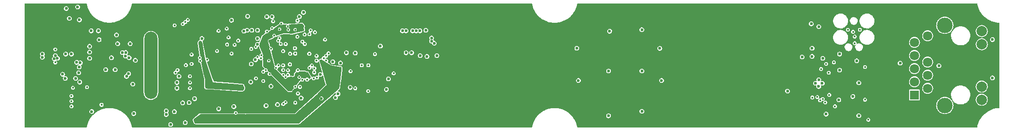
<source format=gbr>
G04 #@! TF.GenerationSoftware,KiCad,Pcbnew,6.0.9-8da3e8f707~117~ubuntu22.04.1*
G04 #@! TF.CreationDate,2023-01-10T20:00:55+01:00*
G04 #@! TF.ProjectId,CIS,4349532e-6b69-4636-9164-5f7063625858,2.1.0*
G04 #@! TF.SameCoordinates,PX5268310PY6353990*
G04 #@! TF.FileFunction,Copper,L3,Inr*
G04 #@! TF.FilePolarity,Positive*
%FSLAX46Y46*%
G04 Gerber Fmt 4.6, Leading zero omitted, Abs format (unit mm)*
G04 Created by KiCad (PCBNEW 6.0.9-8da3e8f707~117~ubuntu22.04.1) date 2023-01-10 20:00:55*
%MOMM*%
%LPD*%
G01*
G04 APERTURE LIST*
G04 #@! TA.AperFunction,ComponentPad*
%ADD10R,1.800000X1.800000*%
G04 #@! TD*
G04 #@! TA.AperFunction,ComponentPad*
%ADD11C,1.800000*%
G04 #@! TD*
G04 #@! TA.AperFunction,ComponentPad*
%ADD12C,2.000000*%
G04 #@! TD*
G04 #@! TA.AperFunction,ComponentPad*
%ADD13C,3.000000*%
G04 #@! TD*
G04 #@! TA.AperFunction,WasherPad*
%ADD14O,2.500000X13.000000*%
G04 #@! TD*
G04 #@! TA.AperFunction,ViaPad*
%ADD15C,0.600000*%
G04 #@! TD*
G04 #@! TA.AperFunction,ViaPad*
%ADD16C,0.440000*%
G04 #@! TD*
G04 #@! TA.AperFunction,Conductor*
%ADD17C,0.125000*%
G04 #@! TD*
G04 APERTURE END LIST*
D10*
X171700000Y6801440D03*
D11*
X174240000Y8071440D03*
X171700000Y9341440D03*
X174240000Y10611440D03*
X171700000Y11881440D03*
X174240000Y13151440D03*
X171700000Y14421440D03*
X171700000Y16961440D03*
X174240000Y18231440D03*
D12*
X184650000Y5881440D03*
X184650000Y8421440D03*
X184650000Y16601440D03*
X184650000Y19141440D03*
D13*
X177540000Y4761440D03*
X177540000Y20261440D03*
D14*
X24800000Y12510040D03*
D15*
X57600000Y6136000D03*
D16*
X161200000Y19400000D03*
X153000000Y6400040D03*
X53920000Y9760040D03*
X66630000Y12540040D03*
X55759000Y12524440D03*
X55315000Y12064640D03*
X65360000Y12539040D03*
X56250000Y11950040D03*
X64093000Y8093240D03*
X56750000Y10160040D03*
X66600000Y7550040D03*
X67900000Y14700040D03*
X53939000Y17102640D03*
X52980000Y18061640D03*
X55524000Y19277840D03*
X54367000Y18501640D03*
X56339000Y18916040D03*
X52540000Y19421240D03*
X153550000Y5758340D03*
X50241000Y10673940D03*
X47120000Y19062440D03*
X40900000Y16500040D03*
X47625000Y10851440D03*
X46925000Y11626440D03*
X51100000Y20100040D03*
X52540000Y8400640D03*
X49550000Y19501440D03*
X39376000Y19624140D03*
X154050000Y6026440D03*
X50687000Y10239840D03*
X31520000Y12572440D03*
X46067000Y14496140D03*
X154525000Y5351440D03*
X51161000Y11593340D03*
X29920000Y11601440D03*
X44100000Y15701440D03*
X29520000Y11111440D03*
X44971000Y16080540D03*
X41600000Y17300040D03*
X48300000Y21050040D03*
X30931000Y20516240D03*
X49300000Y17300040D03*
X39738000Y17937540D03*
X48100000Y19700040D03*
X63200000Y11400040D03*
X152050000Y6301440D03*
X48500000Y18300040D03*
X41120000Y3311440D03*
X53331000Y10231440D03*
X49900000Y20600040D03*
X29350000Y20250040D03*
X47889000Y15731140D03*
X31900000Y21300040D03*
X51233000Y19408140D03*
X49539000Y17778740D03*
X31400000Y20900040D03*
X49782000Y16662440D03*
X39454000Y16545740D03*
X49338000Y12524540D03*
X37520000Y15311440D03*
X55290000Y18541440D03*
X37800000Y19200040D03*
X32620000Y12811440D03*
X45000000Y10001440D03*
X34281000Y13411440D03*
X45300000Y14101440D03*
X34220000Y14011440D03*
X50241000Y11619240D03*
X32620000Y14611440D03*
X40311000Y14811440D03*
X48862000Y12064540D03*
X35620000Y13611440D03*
X154700000Y12801440D03*
X153738000Y11801240D03*
X9800000Y8200040D03*
X6400000Y13100040D03*
X56100000Y10001440D03*
X6400000Y15600040D03*
X12500000Y8300040D03*
X58962000Y14854740D03*
X9500000Y6600040D03*
X9500000Y5600040D03*
X58503000Y14363640D03*
X9500000Y4600040D03*
X58520000Y13441440D03*
X32300000Y8111440D03*
X32320000Y9211440D03*
X52570000Y5321240D03*
X46400000Y9501440D03*
X50664000Y5411440D03*
X50250000Y5063440D03*
X158900000Y19400000D03*
X32300000Y10411440D03*
X47482000Y13443940D03*
X160200000Y16800000D03*
X46400000Y11301440D03*
X58300000Y17507040D03*
X159900000Y19000000D03*
X160190000Y18080000D03*
X71500000Y11000040D03*
X56660000Y14360740D03*
D15*
X51500000Y7801440D03*
X51050000Y8251440D03*
X46800000Y12901440D03*
D16*
X55300000Y10206740D03*
D15*
X53979000Y20087140D03*
X78800000Y17201440D03*
X78800000Y17801440D03*
X19963000Y15005240D03*
X19300000Y15000040D03*
X19900000Y14300040D03*
X79300000Y16800040D03*
X33400000Y1825440D03*
X61200000Y11860540D03*
X34500000Y2600440D03*
X33900000Y2300440D03*
D16*
X57490000Y13420040D03*
D15*
X10500000Y13100040D03*
X11200000Y13000040D03*
X11000000Y12200040D03*
X27750000Y3725440D03*
X29300000Y3575440D03*
X27753000Y3028440D03*
D16*
X15300000Y4900040D03*
X156400000Y4601440D03*
X162820000Y2011440D03*
X162195000Y5901440D03*
X155300000Y6801440D03*
X156199000Y13101440D03*
X155200000Y11101440D03*
X162195000Y12201440D03*
D15*
X42341000Y8516440D03*
X35520000Y9511440D03*
X34320000Y16911440D03*
X35520000Y8311440D03*
X42341000Y7916440D03*
X18180000Y18400040D03*
X45300000Y19301440D03*
X64100000Y14900040D03*
X75850000Y19201440D03*
X20500000Y10900040D03*
X160995000Y9151440D03*
X152000000Y14251440D03*
X16100000Y11700040D03*
X3900000Y14700040D03*
X40750000Y4551440D03*
X30900000Y5275040D03*
X6400000Y14401440D03*
X122700000Y15800000D03*
X154700000Y3101440D03*
X186700000Y10101440D03*
D16*
X53000000Y21150040D03*
D15*
X54150000Y22751440D03*
X147270000Y7546540D03*
D16*
X50240000Y15271440D03*
D15*
X3900000Y14100040D03*
X13400000Y3600440D03*
X49150000Y4951440D03*
X61273000Y12980140D03*
X32150000Y5325040D03*
X20100000Y10400040D03*
X157300000Y11600040D03*
X44200000Y19301440D03*
D16*
X51170000Y10681440D03*
D15*
X14816000Y17485540D03*
X17200000Y14000040D03*
X7800000Y10800040D03*
X119250000Y3647440D03*
X119250000Y19411440D03*
X157140000Y5841440D03*
D16*
X53460000Y8371440D03*
D15*
X112850000Y2775440D03*
X73200000Y19201440D03*
D16*
X56213000Y11163940D03*
D15*
X153275000Y8451440D03*
X30200000Y10411440D03*
X112850000Y11437440D03*
X29800000Y9211440D03*
X70500000Y9900040D03*
X17900000Y11700040D03*
X48100000Y21901440D03*
X21500000Y3200440D03*
D16*
X56660000Y13448640D03*
D15*
X59781913Y13218087D03*
X76600000Y14401440D03*
X63140000Y8260040D03*
X44100000Y12801440D03*
X44900000Y13601440D03*
X123050000Y9600000D03*
D16*
X54850000Y9771440D03*
D15*
X31400000Y1460440D03*
D16*
X50240000Y12531440D03*
D15*
X113050000Y19111440D03*
X186700000Y17501440D03*
X42700000Y19137440D03*
X29800000Y8111440D03*
X60800000Y7001440D03*
X9500000Y14700040D03*
X8400000Y14700040D03*
X6200000Y13800040D03*
X107050000Y9600000D03*
X20800000Y16700040D03*
X77700000Y19300040D03*
X60300000Y6301440D03*
D16*
X53086000Y7087040D03*
D15*
X47100000Y21901440D03*
X45300000Y17701440D03*
X152650000Y9076440D03*
X150100000Y14151440D03*
X53700000Y6201440D03*
X154078000Y13873640D03*
X10700000Y23801440D03*
D16*
X51590000Y14771440D03*
D15*
X13000000Y15100040D03*
X53350000Y21951440D03*
X20600000Y14000040D03*
X11100000Y9300040D03*
X11030200Y21313740D03*
X47900000Y8501440D03*
D16*
X55270000Y14770040D03*
X52500000Y15835440D03*
D15*
X21800000Y13500040D03*
X119250000Y11437440D03*
X153300000Y20000040D03*
X13300000Y19200040D03*
D16*
X50720000Y16646840D03*
D15*
X9100000Y21601440D03*
D16*
X54398000Y16651440D03*
D15*
X10300000Y10000040D03*
X43300000Y19300040D03*
X79820000Y14411440D03*
X153300000Y9751440D03*
X34612000Y17719740D03*
X8300000Y10000040D03*
X28600000Y1100440D03*
X57385000Y10757940D03*
X77900000Y14251440D03*
X73900000Y14951440D03*
X37841000Y4116440D03*
X151850000Y20551440D03*
D16*
X58050000Y13900040D03*
X52550000Y14801440D03*
D15*
X46941000Y4716440D03*
X152009571Y15825187D03*
X62400000Y14953440D03*
X40300000Y21236040D03*
X45300000Y16601440D03*
X33200000Y6076440D03*
X13000000Y13900040D03*
X18400000Y16700040D03*
X6800000Y13900040D03*
X74950000Y14951440D03*
X106750000Y15825440D03*
X159845000Y6501440D03*
X75150000Y19201440D03*
X13000000Y16200040D03*
X176400000Y12451440D03*
X153950000Y9076440D03*
X157300000Y14700000D03*
D16*
X51533000Y12710140D03*
D15*
X43400000Y22001440D03*
X10900000Y11100040D03*
X70100000Y7850040D03*
X73900000Y19201440D03*
X8500000Y23501440D03*
X68950000Y16251440D03*
X44000000Y9301440D03*
D16*
X53050000Y11567440D03*
D15*
X160600000Y13400000D03*
X21300000Y8900040D03*
X160995000Y2801440D03*
X14700000Y19200040D03*
D16*
X46000000Y13901440D03*
D15*
X76550000Y19201440D03*
X168950000Y12951440D03*
X47900000Y3500440D03*
X70200000Y12300040D03*
D16*
X54380000Y9400040D03*
D15*
X147550000Y12301440D03*
X76000000Y21801440D03*
X55300000Y13601440D03*
X20000000Y3900440D03*
D16*
X50365000Y13945740D03*
D15*
X148100000Y4000440D03*
X108000000Y15800000D03*
X73100000Y16051440D03*
X72000000Y21801440D03*
D16*
X58300000Y15801440D03*
D15*
X56500000Y7191440D03*
X48447000Y7689240D03*
D16*
X51598000Y15762340D03*
D15*
X112600000Y12411440D03*
X75100000Y21801440D03*
D16*
X52900000Y16901440D03*
D15*
X37120000Y11311440D03*
X149700000Y3601440D03*
D16*
X54050000Y15962940D03*
D15*
X27220000Y2011440D03*
X43024000Y3476440D03*
D16*
X49340000Y15291440D03*
D15*
X15270000Y8811440D03*
X112800000Y17911440D03*
X76900000Y21801440D03*
X68650000Y6590540D03*
X73800000Y21801440D03*
X155500000Y14700000D03*
X147550000Y9701440D03*
X46600000Y19500040D03*
D16*
X52080000Y10685340D03*
D15*
X72900000Y21801440D03*
X112600000Y4311440D03*
D16*
X54700000Y14734640D03*
D15*
X150000000Y9251440D03*
X124000000Y15800000D03*
D16*
X54800000Y11601440D03*
X53449000Y14804440D03*
D15*
X73100000Y14900000D03*
X151800000Y2826440D03*
X47684000Y17151440D03*
X42300000Y21236040D03*
D17*
X35520000Y11111440D02*
X35520000Y9511440D01*
X35020000Y11611440D02*
X35520000Y11111440D01*
X35020000Y14511440D02*
X35020000Y11611440D01*
X34320000Y15211440D02*
X35020000Y14511440D01*
X34320000Y16911440D02*
X34320000Y15211440D01*
G04 #@! TA.AperFunction,Conductor*
G36*
X34309969Y17250417D02*
G01*
X34355462Y17249763D01*
X34368810Y17247513D01*
X34462441Y17216512D01*
X34474494Y17210353D01*
X34554475Y17152638D01*
X34564115Y17143144D01*
X34623045Y17064050D01*
X34629385Y17052095D01*
X34662941Y16955695D01*
X34664677Y16949133D01*
X35162468Y14248654D01*
X35162473Y14248628D01*
X35300000Y13502557D01*
X36770000Y9261440D01*
X39006572Y9075059D01*
X39007155Y9075010D01*
X39007168Y9075009D01*
X40270045Y8969769D01*
X42163626Y8811971D01*
X42169065Y8811176D01*
X42320273Y8779404D01*
X42330678Y8775827D01*
X42466947Y8709149D01*
X42476159Y8703127D01*
X42591902Y8605043D01*
X42599353Y8596945D01*
X42687485Y8473459D01*
X42692722Y8463779D01*
X42747855Y8322435D01*
X42750555Y8311767D01*
X42769278Y8161512D01*
X42769205Y8149944D01*
X42749849Y8009254D01*
X42746573Y7997575D01*
X42690063Y7867611D01*
X42683755Y7857249D01*
X42594244Y7747370D01*
X42585373Y7739098D01*
X42469519Y7657475D01*
X42458743Y7651905D01*
X42325150Y7604599D01*
X42313270Y7602146D01*
X42168796Y7592469D01*
X42162717Y7592478D01*
X39182183Y7800957D01*
X36300000Y8002557D01*
X35752914Y8002557D01*
X35747107Y8002938D01*
X35613459Y8020533D01*
X35602240Y8023539D01*
X35566460Y8038359D01*
X35480410Y8074002D01*
X35470351Y8079810D01*
X35365739Y8160082D01*
X35357525Y8168296D01*
X35277253Y8272908D01*
X35271444Y8282969D01*
X35257236Y8317272D01*
X35220982Y8404797D01*
X35217976Y8416017D01*
X35211008Y8468944D01*
X35200381Y8549664D01*
X35200000Y8555471D01*
X35200000Y9802557D01*
X34915546Y11047046D01*
X34508494Y12827897D01*
X34508271Y12828930D01*
X34450825Y13111727D01*
X34457334Y13145158D01*
X34465830Y13154675D01*
X34523432Y13203009D01*
X34526415Y13205512D01*
X34528362Y13208884D01*
X34580101Y13298497D01*
X34580101Y13298498D01*
X34582047Y13301868D01*
X34601367Y13411440D01*
X34582047Y13521012D01*
X34526415Y13617368D01*
X34515681Y13626375D01*
X34444164Y13686386D01*
X34444162Y13686387D01*
X34441184Y13688886D01*
X34433570Y13691657D01*
X34408460Y13714669D01*
X34406976Y13748695D01*
X34420188Y13767562D01*
X34462432Y13803009D01*
X34465415Y13805512D01*
X34521047Y13901868D01*
X34540367Y14011440D01*
X34521047Y14121012D01*
X34465415Y14217368D01*
X34428130Y14248654D01*
X34383164Y14286386D01*
X34383162Y14286387D01*
X34380184Y14288886D01*
X34376530Y14290216D01*
X34376528Y14290217D01*
X34293800Y14320327D01*
X34268689Y14343336D01*
X34264881Y14356484D01*
X33945379Y16848602D01*
X33945036Y16855529D01*
X33947900Y16956011D01*
X33950437Y16969603D01*
X33982828Y17061031D01*
X33989414Y17073190D01*
X34048311Y17150268D01*
X34058312Y17159817D01*
X34138022Y17215091D01*
X34150471Y17221110D01*
X34243381Y17249272D01*
X34256921Y17251179D01*
X34309969Y17250417D01*
G37*
G04 #@! TD.AperFunction*
G04 #@! TA.AperFunction,Conductor*
G36*
X12439279Y24486482D02*
G01*
X12451593Y24462987D01*
X12504773Y24170912D01*
X12505049Y24169927D01*
X12505053Y24169911D01*
X12608628Y23799726D01*
X12614779Y23777740D01*
X12696647Y23563833D01*
X12760325Y23397453D01*
X12760712Y23396441D01*
X12761168Y23395516D01*
X12761170Y23395512D01*
X12793591Y23329784D01*
X12941320Y23030290D01*
X12959121Y23001318D01*
X13154466Y22683381D01*
X13155049Y22682432D01*
X13195102Y22629046D01*
X13399451Y22356674D01*
X13399453Y22356672D01*
X13400066Y22355855D01*
X13400749Y22355102D01*
X13400756Y22355093D01*
X13605540Y22129181D01*
X13674265Y22053365D01*
X13675017Y22052676D01*
X13675018Y22052675D01*
X13729087Y22003136D01*
X13975291Y21777559D01*
X14300558Y21530806D01*
X14429502Y21450632D01*
X14646194Y21315898D01*
X14647273Y21315227D01*
X14648195Y21314766D01*
X14756967Y21260391D01*
X15012457Y21132672D01*
X15392973Y20984710D01*
X15785554Y20872611D01*
X15786566Y20872421D01*
X15786571Y20872420D01*
X16074874Y20818340D01*
X16186826Y20797340D01*
X16187845Y20797245D01*
X16187854Y20797244D01*
X16477042Y20770355D01*
X16593344Y20759541D01*
X16797480Y20759540D01*
X17001616Y20759540D01*
X17117935Y20770355D01*
X17407106Y20797241D01*
X17407115Y20797242D01*
X17408134Y20797337D01*
X17409150Y20797528D01*
X17409153Y20797528D01*
X17808390Y20872416D01*
X17808395Y20872417D01*
X17809407Y20872607D01*
X18134760Y20965507D01*
X18201004Y20984422D01*
X18201005Y20984422D01*
X18201988Y20984703D01*
X18582505Y21132664D01*
X18662210Y21172508D01*
X18946769Y21314756D01*
X18946779Y21314762D01*
X18947690Y21315217D01*
X18948786Y21315898D01*
X19164229Y21449855D01*
X19294405Y21530795D01*
X19619673Y21777546D01*
X19620421Y21778231D01*
X19620429Y21778238D01*
X19795478Y21938620D01*
X19870112Y22007000D01*
X42944901Y22007000D01*
X42952611Y21948041D01*
X42960159Y21890320D01*
X42961633Y21879046D01*
X43013605Y21760930D01*
X43015643Y21758505D01*
X43015644Y21758504D01*
X43075797Y21686943D01*
X43096639Y21662149D01*
X43099276Y21660394D01*
X43099279Y21660391D01*
X43123028Y21644583D01*
X43204060Y21590644D01*
X43327233Y21552162D01*
X43366311Y21551446D01*
X43453084Y21549855D01*
X43453085Y21549855D01*
X43456255Y21549797D01*
X43518505Y21566769D01*
X43577694Y21582905D01*
X43577697Y21582906D01*
X43580755Y21583740D01*
X43618638Y21607000D01*
X43688018Y21649599D01*
X43688020Y21649601D01*
X43690724Y21651261D01*
X43693488Y21654314D01*
X43775195Y21744583D01*
X43777322Y21746933D01*
X43780999Y21754521D01*
X43832204Y21860208D01*
X43832204Y21860209D01*
X43833588Y21863065D01*
X43834155Y21866431D01*
X43840980Y21907000D01*
X46644901Y21907000D01*
X46650206Y21866431D01*
X46659364Y21796400D01*
X46661633Y21779046D01*
X46713605Y21660930D01*
X46715643Y21658505D01*
X46715644Y21658504D01*
X46764106Y21600852D01*
X46796639Y21562149D01*
X46799276Y21560394D01*
X46799279Y21560391D01*
X46859164Y21520529D01*
X46904060Y21490644D01*
X47027233Y21452162D01*
X47066311Y21451446D01*
X47153084Y21449855D01*
X47153085Y21449855D01*
X47156255Y21449797D01*
X47227336Y21469176D01*
X47277694Y21482905D01*
X47277697Y21482906D01*
X47280755Y21483740D01*
X47311511Y21502624D01*
X47388018Y21549599D01*
X47388020Y21549601D01*
X47390724Y21551261D01*
X47394261Y21555168D01*
X47475195Y21644583D01*
X47477322Y21646933D01*
X47483843Y21660391D01*
X47532204Y21760208D01*
X47532204Y21760209D01*
X47533588Y21763065D01*
X47535605Y21775051D01*
X47554711Y21888620D01*
X47554997Y21890320D01*
X47555133Y21901440D01*
X47554337Y21907000D01*
X47644901Y21907000D01*
X47650206Y21866431D01*
X47659364Y21796400D01*
X47661633Y21779046D01*
X47713605Y21660930D01*
X47715643Y21658505D01*
X47715644Y21658504D01*
X47764106Y21600852D01*
X47796639Y21562149D01*
X47799276Y21560394D01*
X47799279Y21560391D01*
X47859164Y21520529D01*
X47904060Y21490644D01*
X48027233Y21452162D01*
X48036422Y21451994D01*
X48086456Y21451076D01*
X48117678Y21437467D01*
X48130133Y21405767D01*
X48116524Y21374545D01*
X48105843Y21366934D01*
X48097149Y21362504D01*
X48082633Y21355108D01*
X48082632Y21355107D01*
X48079511Y21353517D01*
X47996523Y21270529D01*
X47994933Y21267408D01*
X47994932Y21267407D01*
X47952497Y21184122D01*
X47943242Y21165958D01*
X47942695Y21162502D01*
X47942694Y21162500D01*
X47935552Y21117407D01*
X47924882Y21050040D01*
X47925430Y21046580D01*
X47939564Y20957346D01*
X47943242Y20934122D01*
X47944831Y20931004D01*
X47944831Y20931003D01*
X47979911Y20862155D01*
X47996523Y20829551D01*
X48079511Y20746563D01*
X48082632Y20744973D01*
X48082633Y20744972D01*
X48180963Y20694871D01*
X48184082Y20693282D01*
X48187538Y20692735D01*
X48187540Y20692734D01*
X48296540Y20675470D01*
X48300000Y20674922D01*
X48303460Y20675470D01*
X48412460Y20692734D01*
X48412462Y20692735D01*
X48415918Y20693282D01*
X48419037Y20694871D01*
X48517367Y20744972D01*
X48517368Y20744973D01*
X48520489Y20746563D01*
X48603477Y20829551D01*
X48620090Y20862155D01*
X48655169Y20931003D01*
X48655169Y20931004D01*
X48656758Y20934122D01*
X48660437Y20957346D01*
X48674570Y21046580D01*
X48675118Y21050040D01*
X48664448Y21117407D01*
X48657306Y21162500D01*
X48657305Y21162502D01*
X48656758Y21165958D01*
X48647503Y21184122D01*
X48605068Y21267407D01*
X48605067Y21267408D01*
X48603477Y21270529D01*
X48520489Y21353517D01*
X48517368Y21355107D01*
X48517367Y21355108D01*
X48419037Y21405209D01*
X48419036Y21405209D01*
X48415918Y21406798D01*
X48354385Y21416544D01*
X48327832Y21420750D01*
X48298793Y21438546D01*
X48290842Y21471664D01*
X48311510Y21502623D01*
X48350569Y21526606D01*
X48388018Y21549599D01*
X48388020Y21549601D01*
X48390724Y21551261D01*
X48394261Y21555168D01*
X48475195Y21644583D01*
X48477322Y21646933D01*
X48483843Y21660391D01*
X48532204Y21760208D01*
X48532204Y21760209D01*
X48533588Y21763065D01*
X48535605Y21775051D01*
X48554711Y21888620D01*
X48554997Y21890320D01*
X48555133Y21901440D01*
X48536839Y22029181D01*
X48526658Y22051574D01*
X48492798Y22126043D01*
X48483428Y22146652D01*
X48399193Y22244412D01*
X48396539Y22246132D01*
X48396537Y22246134D01*
X48293566Y22312875D01*
X48293565Y22312875D01*
X48290906Y22314599D01*
X48199239Y22342014D01*
X48170310Y22350666D01*
X48170308Y22350666D01*
X48167273Y22351574D01*
X48101686Y22351975D01*
X48041399Y22352343D01*
X48041397Y22352343D01*
X48038231Y22352362D01*
X48035187Y22351492D01*
X47917201Y22317772D01*
X47917198Y22317771D01*
X47914155Y22316901D01*
X47911475Y22315210D01*
X47807700Y22249733D01*
X47807698Y22249731D01*
X47805019Y22248041D01*
X47802922Y22245667D01*
X47802920Y22245665D01*
X47761753Y22199052D01*
X47719596Y22151318D01*
X47664754Y22034508D01*
X47664266Y22031373D01*
X47664265Y22031370D01*
X47645389Y21910136D01*
X47644901Y21907000D01*
X47554337Y21907000D01*
X47536839Y22029181D01*
X47526658Y22051574D01*
X47492798Y22126043D01*
X47483428Y22146652D01*
X47399193Y22244412D01*
X47396539Y22246132D01*
X47396537Y22246134D01*
X47293566Y22312875D01*
X47293565Y22312875D01*
X47290906Y22314599D01*
X47199239Y22342014D01*
X47170310Y22350666D01*
X47170308Y22350666D01*
X47167273Y22351574D01*
X47101686Y22351975D01*
X47041399Y22352343D01*
X47041397Y22352343D01*
X47038231Y22352362D01*
X47035187Y22351492D01*
X46917201Y22317772D01*
X46917198Y22317771D01*
X46914155Y22316901D01*
X46911475Y22315210D01*
X46807700Y22249733D01*
X46807698Y22249731D01*
X46805019Y22248041D01*
X46802922Y22245667D01*
X46802920Y22245665D01*
X46761753Y22199052D01*
X46719596Y22151318D01*
X46664754Y22034508D01*
X46664266Y22031373D01*
X46664265Y22031370D01*
X46645389Y21910136D01*
X46644901Y21907000D01*
X43840980Y21907000D01*
X43854711Y21988620D01*
X43854997Y21990320D01*
X43855133Y22001440D01*
X43836839Y22129181D01*
X43825695Y22153692D01*
X43802961Y22203692D01*
X43783428Y22246652D01*
X43699193Y22344412D01*
X43696539Y22346132D01*
X43696537Y22346134D01*
X43593566Y22412875D01*
X43593565Y22412875D01*
X43590906Y22414599D01*
X43508507Y22439242D01*
X43470310Y22450666D01*
X43470308Y22450666D01*
X43467273Y22451574D01*
X43401686Y22451975D01*
X43341399Y22452343D01*
X43341397Y22452343D01*
X43338231Y22452362D01*
X43335187Y22451492D01*
X43217201Y22417772D01*
X43217198Y22417771D01*
X43214155Y22416901D01*
X43211475Y22415210D01*
X43107700Y22349733D01*
X43107698Y22349731D01*
X43105019Y22348041D01*
X43102922Y22345667D01*
X43102920Y22345665D01*
X43075484Y22314599D01*
X43019596Y22251318D01*
X42964754Y22134508D01*
X42964266Y22131373D01*
X42964265Y22131370D01*
X42945389Y22010136D01*
X42944901Y22007000D01*
X19870112Y22007000D01*
X19920701Y22053350D01*
X20194901Y22355840D01*
X20300758Y22496933D01*
X20439296Y22681584D01*
X20439301Y22681591D01*
X20439919Y22682415D01*
X20485746Y22757000D01*
X53694901Y22757000D01*
X53711633Y22629046D01*
X53763605Y22510930D01*
X53765643Y22508505D01*
X53765644Y22508504D01*
X53843816Y22415507D01*
X53846639Y22412149D01*
X53849276Y22410394D01*
X53849279Y22410391D01*
X53891649Y22382188D01*
X53954060Y22340644D01*
X54077233Y22302162D01*
X54116311Y22301446D01*
X54203084Y22299855D01*
X54203085Y22299855D01*
X54206255Y22299797D01*
X54272186Y22317772D01*
X54327694Y22332905D01*
X54327697Y22332906D01*
X54330755Y22333740D01*
X54365659Y22355171D01*
X54438018Y22399599D01*
X54438020Y22399601D01*
X54440724Y22401261D01*
X54450417Y22411969D01*
X54525195Y22494583D01*
X54527322Y22496933D01*
X54532887Y22508418D01*
X54582204Y22610208D01*
X54582204Y22610209D01*
X54583588Y22613065D01*
X54595116Y22681584D01*
X54604711Y22738620D01*
X54604997Y22740320D01*
X54605133Y22751440D01*
X54586839Y22879181D01*
X54533428Y22996652D01*
X54449193Y23094412D01*
X54446539Y23096132D01*
X54446537Y23096134D01*
X54343566Y23162875D01*
X54343565Y23162875D01*
X54340906Y23164599D01*
X54258507Y23189242D01*
X54220310Y23200666D01*
X54220308Y23200666D01*
X54217273Y23201574D01*
X54151686Y23201975D01*
X54091399Y23202343D01*
X54091397Y23202343D01*
X54088231Y23202362D01*
X54085187Y23201492D01*
X53967201Y23167772D01*
X53967198Y23167771D01*
X53964155Y23166901D01*
X53961475Y23165210D01*
X53857700Y23099733D01*
X53857698Y23099731D01*
X53855019Y23098041D01*
X53852922Y23095667D01*
X53852920Y23095665D01*
X53815335Y23053108D01*
X53769596Y23001318D01*
X53714754Y22884508D01*
X53714266Y22881373D01*
X53714265Y22881370D01*
X53695389Y22760136D01*
X53694901Y22757000D01*
X20485746Y22757000D01*
X20653651Y23030272D01*
X20657573Y23038222D01*
X20833802Y23395493D01*
X20833804Y23395497D01*
X20834260Y23396422D01*
X20980195Y23777720D01*
X20980481Y23778740D01*
X21082794Y24144412D01*
X21090203Y24170892D01*
X21143385Y24462972D01*
X21161844Y24491594D01*
X21187165Y24499500D01*
X98074441Y24499500D01*
X98105907Y24486466D01*
X98118221Y24462971D01*
X98171397Y24170923D01*
X98171676Y24169927D01*
X98171677Y24169922D01*
X98275257Y23799726D01*
X98281401Y23777766D01*
X98363280Y23563833D01*
X98405465Y23453614D01*
X98427331Y23396482D01*
X98427787Y23395557D01*
X98427789Y23395553D01*
X98604049Y23038222D01*
X98607934Y23030345D01*
X98821657Y22682502D01*
X98822275Y22681678D01*
X98822280Y22681671D01*
X98947630Y22514597D01*
X99066666Y22355938D01*
X99340856Y22053460D01*
X99343004Y22051492D01*
X99641116Y21778357D01*
X99641124Y21778350D01*
X99641872Y21777665D01*
X99967128Y21530923D01*
X100072104Y21465652D01*
X100312545Y21316152D01*
X100313830Y21315353D01*
X100314752Y21314892D01*
X100474366Y21235102D01*
X100679001Y21132806D01*
X101059504Y20984851D01*
X101060487Y20984570D01*
X101060488Y20984570D01*
X101157750Y20956798D01*
X101452070Y20872758D01*
X101453082Y20872568D01*
X101453087Y20872567D01*
X101852309Y20797681D01*
X101852312Y20797681D01*
X101853328Y20797490D01*
X101854347Y20797395D01*
X101854356Y20797394D01*
X102123233Y20772394D01*
X102259831Y20759693D01*
X102668087Y20759693D01*
X102829071Y20774661D01*
X103073562Y20797393D01*
X103073571Y20797394D01*
X103074590Y20797489D01*
X103075606Y20797680D01*
X103075609Y20797680D01*
X103474831Y20872566D01*
X103474836Y20872567D01*
X103475848Y20872757D01*
X103868414Y20984850D01*
X104248917Y21132805D01*
X104453554Y21235102D01*
X104613166Y21314891D01*
X104614088Y21315352D01*
X104614967Y21315898D01*
X104820462Y21443670D01*
X104960790Y21530922D01*
X105286046Y21777664D01*
X105286794Y21778349D01*
X105286802Y21778356D01*
X105539778Y22010136D01*
X105587062Y22053458D01*
X105861252Y22355936D01*
X105980625Y22515044D01*
X106105638Y22681669D01*
X106105643Y22681676D01*
X106106261Y22682500D01*
X106319985Y23030343D01*
X106323872Y23038222D01*
X106500130Y23395551D01*
X106500132Y23395555D01*
X106500588Y23396480D01*
X106500961Y23397453D01*
X106591689Y23634508D01*
X106646518Y23777764D01*
X106646799Y23778766D01*
X106749587Y24146134D01*
X106756522Y24170920D01*
X106809699Y24462970D01*
X106828158Y24491592D01*
X106853479Y24499498D01*
X145230715Y24499499D01*
X183741287Y24499500D01*
X183772753Y24486466D01*
X183785094Y24462822D01*
X183833682Y24190721D01*
X183938760Y23806729D01*
X183939107Y23805799D01*
X183939110Y23805791D01*
X184067484Y23462149D01*
X184078077Y23433792D01*
X184078515Y23432881D01*
X184078516Y23432878D01*
X184118408Y23349855D01*
X184250494Y23074956D01*
X184251006Y23074099D01*
X184251009Y23074093D01*
X184449295Y22742040D01*
X184454603Y22733151D01*
X184455189Y22732346D01*
X184455195Y22732336D01*
X184686243Y22414599D01*
X184688737Y22411169D01*
X184793061Y22292014D01*
X184938374Y22126043D01*
X184950984Y22111640D01*
X185239203Y21837011D01*
X185551038Y21589524D01*
X185883943Y21371200D01*
X185991658Y21313740D01*
X186234314Y21184296D01*
X186234325Y21184291D01*
X186235200Y21183824D01*
X186307923Y21153108D01*
X186601007Y21029317D01*
X186601011Y21029315D01*
X186601938Y21028924D01*
X186642522Y21015958D01*
X186980208Y20908072D01*
X186980217Y20908070D01*
X186981164Y20907767D01*
X187369779Y20821342D01*
X187370761Y20821215D01*
X187370762Y20821215D01*
X187763626Y20770482D01*
X187763628Y20770482D01*
X187764610Y20770355D01*
X187765600Y20770317D01*
X187765604Y20770317D01*
X187967492Y20762637D01*
X187998440Y20748416D01*
X188010300Y20718169D01*
X188010299Y17981505D01*
X188010297Y4301914D01*
X187997263Y4270448D01*
X187967507Y4257447D01*
X187762133Y4249547D01*
X187366102Y4198114D01*
X187365122Y4197895D01*
X186977332Y4111239D01*
X186977325Y4111237D01*
X186976358Y4111021D01*
X186975404Y4110715D01*
X186975401Y4110714D01*
X186597063Y3989293D01*
X186597059Y3989291D01*
X186596104Y3988985D01*
X186563891Y3975318D01*
X186229394Y3833402D01*
X186229389Y3833400D01*
X186228466Y3833008D01*
X186227574Y3832530D01*
X185877356Y3644851D01*
X185877346Y3644845D01*
X185876467Y3644374D01*
X185543001Y3424633D01*
X185230808Y3175591D01*
X184942456Y2899295D01*
X184941787Y2898526D01*
X184941785Y2898524D01*
X184752182Y2680614D01*
X184680315Y2598018D01*
X184679728Y2597206D01*
X184679724Y2597200D01*
X184643431Y2546933D01*
X184446540Y2274235D01*
X184243053Y1930609D01*
X184242621Y1929700D01*
X184242618Y1929695D01*
X184090000Y1608807D01*
X184071526Y1569964D01*
X183933370Y1195265D01*
X183933107Y1194285D01*
X183933106Y1194283D01*
X183925318Y1165305D01*
X183829721Y809594D01*
X183783799Y545000D01*
X183782478Y537390D01*
X183764255Y508616D01*
X183738633Y500500D01*
X106856612Y500500D01*
X106825146Y513534D01*
X106812795Y537233D01*
X106761128Y828720D01*
X106761126Y828730D01*
X106760947Y829740D01*
X106756493Y845933D01*
X106702581Y1041905D01*
X106652292Y1224711D01*
X106507417Y1607881D01*
X106417965Y1790951D01*
X106328037Y1974996D01*
X106328031Y1975008D01*
X106327577Y1975936D01*
X106305930Y2011440D01*
X162444882Y2011440D01*
X162445430Y2007980D01*
X162461002Y1909666D01*
X162463242Y1895522D01*
X162464831Y1892404D01*
X162464831Y1892403D01*
X162511396Y1801014D01*
X162516523Y1790951D01*
X162599511Y1707963D01*
X162602632Y1706373D01*
X162602633Y1706372D01*
X162700963Y1656271D01*
X162704082Y1654682D01*
X162707538Y1654135D01*
X162707540Y1654134D01*
X162816540Y1636870D01*
X162820000Y1636322D01*
X162823460Y1636870D01*
X162932460Y1654134D01*
X162932462Y1654135D01*
X162935918Y1654682D01*
X162939037Y1656271D01*
X163037367Y1706372D01*
X163037368Y1706373D01*
X163040489Y1707963D01*
X163123477Y1790951D01*
X163128605Y1801014D01*
X163175169Y1892403D01*
X163175169Y1892404D01*
X163176758Y1895522D01*
X163178999Y1909666D01*
X163194570Y2007980D01*
X163195118Y2011440D01*
X163184289Y2079812D01*
X163177306Y2123900D01*
X163177305Y2123902D01*
X163176758Y2127358D01*
X163175169Y2130477D01*
X163125068Y2228807D01*
X163125067Y2228808D01*
X163123477Y2231929D01*
X163040489Y2314917D01*
X163037368Y2316507D01*
X163037367Y2316508D01*
X162939037Y2366609D01*
X162939036Y2366609D01*
X162935918Y2368198D01*
X162932462Y2368745D01*
X162932460Y2368746D01*
X162823460Y2386010D01*
X162820000Y2386558D01*
X162816540Y2386010D01*
X162707540Y2368746D01*
X162707538Y2368745D01*
X162704082Y2368198D01*
X162700964Y2366609D01*
X162700963Y2366609D01*
X162602633Y2316508D01*
X162602632Y2316507D01*
X162599511Y2314917D01*
X162516523Y2231929D01*
X162514933Y2228808D01*
X162514932Y2228807D01*
X162464831Y2130477D01*
X162463242Y2127358D01*
X162462695Y2123902D01*
X162462694Y2123900D01*
X162455711Y2079812D01*
X162444882Y2011440D01*
X106305930Y2011440D01*
X106114325Y2325696D01*
X105869505Y2654133D01*
X105755149Y2781000D01*
X112394901Y2781000D01*
X112399112Y2748797D01*
X112405561Y2699484D01*
X112411633Y2653046D01*
X112463605Y2534930D01*
X112465643Y2532505D01*
X112465644Y2532504D01*
X112504679Y2486066D01*
X112546639Y2436149D01*
X112549276Y2434394D01*
X112549279Y2434391D01*
X112612364Y2392399D01*
X112654060Y2364644D01*
X112777233Y2326162D01*
X112816311Y2325446D01*
X112903084Y2323855D01*
X112903085Y2323855D01*
X112906255Y2323797D01*
X112968505Y2340769D01*
X113027694Y2356905D01*
X113027697Y2356906D01*
X113030755Y2357740D01*
X113073100Y2383740D01*
X113138018Y2423599D01*
X113138020Y2423601D01*
X113140724Y2425261D01*
X113174114Y2462149D01*
X113225195Y2518583D01*
X113227322Y2520933D01*
X113238781Y2544583D01*
X113282204Y2634208D01*
X113282204Y2634209D01*
X113283588Y2637065D01*
X113285871Y2650632D01*
X113304711Y2762620D01*
X113304997Y2764320D01*
X113305133Y2775440D01*
X113286839Y2903181D01*
X113275018Y2929181D01*
X113234740Y3017766D01*
X113233428Y3020652D01*
X113159026Y3107000D01*
X154244901Y3107000D01*
X154248276Y3081194D01*
X154255879Y3023052D01*
X154261633Y2979046D01*
X154313605Y2860930D01*
X154315643Y2858505D01*
X154315644Y2858504D01*
X154388709Y2771583D01*
X154396639Y2762149D01*
X154399276Y2760394D01*
X154399279Y2760391D01*
X154467241Y2715152D01*
X154504060Y2690644D01*
X154627233Y2652162D01*
X154666311Y2651446D01*
X154753084Y2649855D01*
X154753085Y2649855D01*
X154756255Y2649797D01*
X154818505Y2666768D01*
X154877694Y2682905D01*
X154877697Y2682906D01*
X154880755Y2683740D01*
X154906397Y2699484D01*
X154988018Y2749599D01*
X154988020Y2749601D01*
X154990724Y2751261D01*
X155002545Y2764320D01*
X155041177Y2807000D01*
X160539901Y2807000D01*
X160545482Y2764320D01*
X160555542Y2687391D01*
X160556633Y2679046D01*
X160608605Y2560930D01*
X160610643Y2558505D01*
X160610644Y2558504D01*
X160689598Y2464577D01*
X160691639Y2462149D01*
X160694276Y2460394D01*
X160694279Y2460391D01*
X160730698Y2436149D01*
X160799060Y2390644D01*
X160922233Y2352162D01*
X160961311Y2351446D01*
X161048084Y2349855D01*
X161048085Y2349855D01*
X161051255Y2349797D01*
X161118748Y2368198D01*
X161172694Y2382905D01*
X161172697Y2382906D01*
X161175755Y2383740D01*
X161247211Y2427614D01*
X161283018Y2449599D01*
X161283020Y2449601D01*
X161285724Y2451261D01*
X161361458Y2534930D01*
X161370195Y2544583D01*
X161372322Y2546933D01*
X161388396Y2580108D01*
X161427204Y2660208D01*
X161427204Y2660209D01*
X161428588Y2663065D01*
X161431541Y2680614D01*
X161449711Y2788620D01*
X161449997Y2790320D01*
X161450133Y2801440D01*
X161431839Y2929181D01*
X161378428Y3046652D01*
X161294193Y3144412D01*
X161291539Y3146132D01*
X161291537Y3146134D01*
X161188566Y3212875D01*
X161188565Y3212875D01*
X161185906Y3214599D01*
X161090367Y3243172D01*
X161065310Y3250666D01*
X161065308Y3250666D01*
X161062273Y3251574D01*
X160996686Y3251975D01*
X160936399Y3252343D01*
X160936397Y3252343D01*
X160933231Y3252362D01*
X160930187Y3251492D01*
X160812201Y3217772D01*
X160812198Y3217771D01*
X160809155Y3216901D01*
X160806475Y3215210D01*
X160702700Y3149733D01*
X160702698Y3149731D01*
X160700019Y3148041D01*
X160697922Y3145667D01*
X160697920Y3145665D01*
X160649041Y3090320D01*
X160614596Y3051318D01*
X160559754Y2934508D01*
X160559266Y2931373D01*
X160559265Y2931370D01*
X160541799Y2819192D01*
X160539901Y2807000D01*
X155041177Y2807000D01*
X155075195Y2844583D01*
X155077322Y2846933D01*
X155078935Y2850261D01*
X155132204Y2960208D01*
X155132204Y2960209D01*
X155133588Y2963065D01*
X155144587Y3028440D01*
X155154711Y3088620D01*
X155154997Y3090320D01*
X155155133Y3101440D01*
X155136839Y3229181D01*
X155134924Y3233394D01*
X155095122Y3320933D01*
X155083428Y3346652D01*
X154999193Y3444412D01*
X154996539Y3446132D01*
X154996537Y3446134D01*
X154893566Y3512875D01*
X154893565Y3512875D01*
X154890906Y3514599D01*
X154808507Y3539242D01*
X154770310Y3550666D01*
X154770308Y3550666D01*
X154767273Y3551574D01*
X154701686Y3551975D01*
X154641399Y3552343D01*
X154641397Y3552343D01*
X154638231Y3552362D01*
X154635187Y3551492D01*
X154517201Y3517772D01*
X154517198Y3517771D01*
X154514155Y3516901D01*
X154506698Y3512196D01*
X154407700Y3449733D01*
X154407698Y3449731D01*
X154405019Y3448041D01*
X154402922Y3445667D01*
X154402920Y3445665D01*
X154368711Y3406930D01*
X154319596Y3351318D01*
X154264754Y3234508D01*
X154264266Y3231373D01*
X154264265Y3231370D01*
X154247875Y3126104D01*
X154244901Y3107000D01*
X113159026Y3107000D01*
X113149193Y3118412D01*
X113146539Y3120132D01*
X113146537Y3120134D01*
X113043566Y3186875D01*
X113043565Y3186875D01*
X113040906Y3188599D01*
X112946694Y3216775D01*
X112920310Y3224666D01*
X112920308Y3224666D01*
X112917273Y3225574D01*
X112851686Y3225975D01*
X112791399Y3226343D01*
X112791397Y3226343D01*
X112788231Y3226362D01*
X112785187Y3225492D01*
X112667201Y3191772D01*
X112667198Y3191771D01*
X112664155Y3190901D01*
X112661475Y3189210D01*
X112557700Y3123733D01*
X112557698Y3123731D01*
X112555019Y3122041D01*
X112552922Y3119667D01*
X112552920Y3119665D01*
X112518944Y3081194D01*
X112469596Y3025318D01*
X112414754Y2908508D01*
X112414266Y2905373D01*
X112414265Y2905370D01*
X112395389Y2784136D01*
X112394901Y2781000D01*
X105755149Y2781000D01*
X105745776Y2791399D01*
X105595923Y2957648D01*
X105595921Y2957650D01*
X105595236Y2958410D01*
X105293888Y3235894D01*
X104968068Y3484186D01*
X104967186Y3484737D01*
X104697692Y3653000D01*
X118794901Y3653000D01*
X118800053Y3613599D01*
X118809068Y3544665D01*
X118811633Y3525046D01*
X118863605Y3406930D01*
X118865643Y3404505D01*
X118865644Y3404504D01*
X118927373Y3331069D01*
X118946639Y3308149D01*
X118949276Y3306394D01*
X118949279Y3306391D01*
X119013599Y3263577D01*
X119054060Y3236644D01*
X119177233Y3198162D01*
X119211221Y3197539D01*
X119303084Y3195855D01*
X119303085Y3195855D01*
X119306255Y3195797D01*
X119378550Y3215507D01*
X119427694Y3228905D01*
X119427697Y3228906D01*
X119430755Y3229740D01*
X119464177Y3250261D01*
X119538018Y3295599D01*
X119538020Y3295601D01*
X119540724Y3297261D01*
X119547258Y3304479D01*
X119625195Y3390583D01*
X119627322Y3392933D01*
X119641971Y3423167D01*
X119682204Y3506208D01*
X119682204Y3506209D01*
X119683588Y3509065D01*
X119684907Y3516901D01*
X119704711Y3634620D01*
X119704997Y3636320D01*
X119705133Y3647440D01*
X119686839Y3775181D01*
X119633428Y3892652D01*
X119549193Y3990412D01*
X119546539Y3992132D01*
X119546537Y3992134D01*
X119443566Y4058875D01*
X119443565Y4058875D01*
X119440906Y4060599D01*
X119358507Y4085242D01*
X119320310Y4096666D01*
X119320308Y4096666D01*
X119317273Y4097574D01*
X119251686Y4097975D01*
X119191399Y4098343D01*
X119191397Y4098343D01*
X119188231Y4098362D01*
X119185187Y4097492D01*
X119067201Y4063772D01*
X119067198Y4063771D01*
X119064155Y4062901D01*
X119061475Y4061210D01*
X118957700Y3995733D01*
X118957698Y3995731D01*
X118955019Y3994041D01*
X118952922Y3991667D01*
X118952920Y3991665D01*
X118910305Y3943412D01*
X118869596Y3897318D01*
X118814754Y3780508D01*
X118814266Y3777373D01*
X118814265Y3777370D01*
X118797267Y3668198D01*
X118794901Y3653000D01*
X104697692Y3653000D01*
X104621459Y3700597D01*
X104621454Y3700600D01*
X104620592Y3701138D01*
X104377660Y3823052D01*
X104255375Y3884420D01*
X104255372Y3884421D01*
X104254466Y3884876D01*
X104023008Y3975208D01*
X103873827Y4033430D01*
X103873820Y4033432D01*
X103872855Y4033809D01*
X103479060Y4146651D01*
X103076486Y4222425D01*
X102955522Y4233710D01*
X102669636Y4260381D01*
X102669627Y4260381D01*
X102668613Y4260476D01*
X102463891Y4260476D01*
X102258970Y4260475D01*
X102257956Y4260380D01*
X102257947Y4260380D01*
X101852124Y4222519D01*
X101852120Y4222518D01*
X101851097Y4222423D01*
X101448523Y4146647D01*
X101054729Y4033804D01*
X101053764Y4033427D01*
X101053757Y4033425D01*
X100870043Y3961725D01*
X100673119Y3884869D01*
X100672213Y3884414D01*
X100672210Y3884413D01*
X100539407Y3817766D01*
X100306993Y3701130D01*
X100306131Y3700592D01*
X100306126Y3700589D01*
X99960400Y3484727D01*
X99959518Y3484176D01*
X99633699Y3235883D01*
X99582349Y3188599D01*
X99333107Y2959094D01*
X99333101Y2959088D01*
X99332352Y2958398D01*
X99331667Y2957638D01*
X99331665Y2957636D01*
X99058791Y2654904D01*
X99058084Y2654120D01*
X99057471Y2653297D01*
X99057469Y2653295D01*
X99056581Y2652104D01*
X98813266Y2325681D01*
X98600015Y1975921D01*
X98420176Y1607865D01*
X98275303Y1224694D01*
X98273325Y1217504D01*
X98170463Y843583D01*
X98166650Y829723D01*
X98166470Y828707D01*
X98166469Y828703D01*
X98114803Y537218D01*
X98096477Y508510D01*
X98070986Y500485D01*
X59630640Y500493D01*
X21190300Y500500D01*
X21158834Y513534D01*
X21146483Y537233D01*
X21098204Y809594D01*
X21094633Y829738D01*
X21036265Y1041905D01*
X21018632Y1106000D01*
X28144901Y1106000D01*
X28152041Y1051399D01*
X28157503Y1009632D01*
X28161633Y978046D01*
X28213605Y859930D01*
X28215643Y857505D01*
X28215644Y857504D01*
X28294598Y763577D01*
X28296639Y761149D01*
X28299276Y759394D01*
X28299279Y759391D01*
X28367241Y714152D01*
X28404060Y689644D01*
X28527233Y651162D01*
X28566311Y650446D01*
X28653084Y648855D01*
X28653085Y648855D01*
X28656255Y648797D01*
X28726573Y667968D01*
X28777694Y681905D01*
X28777697Y681906D01*
X28780755Y682740D01*
X28804420Y697270D01*
X28888018Y748599D01*
X28888020Y748601D01*
X28890724Y750261D01*
X28962650Y829723D01*
X28975195Y843583D01*
X28977322Y845933D01*
X29033588Y962065D01*
X29039984Y1000079D01*
X29054711Y1087620D01*
X29054997Y1089320D01*
X29055133Y1100440D01*
X29036839Y1228181D01*
X29033856Y1234743D01*
X29012126Y1282534D01*
X28983428Y1345652D01*
X28899193Y1443412D01*
X28896539Y1445132D01*
X28896537Y1445134D01*
X28864344Y1466000D01*
X30944901Y1466000D01*
X30951181Y1417974D01*
X30961016Y1342766D01*
X30961633Y1338046D01*
X31013605Y1219930D01*
X31015643Y1217505D01*
X31015644Y1217504D01*
X31076242Y1145414D01*
X31096639Y1121149D01*
X31099276Y1119394D01*
X31099279Y1119391D01*
X31141871Y1091040D01*
X31204060Y1049644D01*
X31327233Y1011162D01*
X31366311Y1010446D01*
X31453084Y1008855D01*
X31453085Y1008855D01*
X31456255Y1008797D01*
X31518505Y1025769D01*
X31577694Y1041905D01*
X31577697Y1041906D01*
X31580755Y1042740D01*
X31604420Y1057270D01*
X31688018Y1108599D01*
X31688020Y1108601D01*
X31690724Y1110261D01*
X31721747Y1144534D01*
X31775195Y1203583D01*
X31777322Y1205933D01*
X31784548Y1220846D01*
X31832204Y1319208D01*
X31832204Y1319209D01*
X31833588Y1322065D01*
X31841173Y1367147D01*
X31854711Y1447620D01*
X31854997Y1449320D01*
X31855133Y1460440D01*
X31836839Y1588181D01*
X31783428Y1705652D01*
X31699193Y1803412D01*
X31696539Y1805132D01*
X31696537Y1805134D01*
X31593566Y1871875D01*
X31593565Y1871875D01*
X31590906Y1873599D01*
X31506040Y1898980D01*
X31470310Y1909666D01*
X31470308Y1909666D01*
X31467273Y1910574D01*
X31401686Y1910975D01*
X31341399Y1911343D01*
X31341397Y1911343D01*
X31338231Y1911362D01*
X31335187Y1910492D01*
X31217201Y1876772D01*
X31217198Y1876771D01*
X31214155Y1875901D01*
X31211475Y1874210D01*
X31107700Y1808733D01*
X31107698Y1808731D01*
X31105019Y1807041D01*
X31102922Y1804667D01*
X31102920Y1804665D01*
X31088620Y1788473D01*
X31019596Y1710318D01*
X30964754Y1593508D01*
X30964266Y1590373D01*
X30964265Y1590370D01*
X30945389Y1469136D01*
X30944901Y1466000D01*
X28864344Y1466000D01*
X28793566Y1511875D01*
X28793565Y1511875D01*
X28790906Y1513599D01*
X28708507Y1538242D01*
X28670310Y1549666D01*
X28670308Y1549666D01*
X28667273Y1550574D01*
X28601686Y1550975D01*
X28541399Y1551343D01*
X28541397Y1551343D01*
X28538231Y1551362D01*
X28535187Y1550492D01*
X28417201Y1516772D01*
X28417198Y1516771D01*
X28414155Y1515901D01*
X28411475Y1514210D01*
X28307700Y1448733D01*
X28307698Y1448731D01*
X28305019Y1447041D01*
X28302922Y1444667D01*
X28302920Y1444665D01*
X28299696Y1441014D01*
X28219596Y1350318D01*
X28164754Y1233508D01*
X28164266Y1230373D01*
X28164265Y1230370D01*
X28146986Y1119391D01*
X28144901Y1106000D01*
X21018632Y1106000D01*
X20986250Y1223711D01*
X20986248Y1223716D01*
X20985976Y1224706D01*
X20841101Y1607873D01*
X20840642Y1608814D01*
X20742955Y1808733D01*
X20661259Y1975926D01*
X20626521Y2032900D01*
X32872974Y2032900D01*
X32873029Y2031836D01*
X32873029Y2031826D01*
X32876027Y1973799D01*
X32876267Y1969153D01*
X32877768Y1954193D01*
X32879037Y1945701D01*
X32881972Y1930969D01*
X32882101Y1930454D01*
X32882103Y1930444D01*
X33003862Y1443412D01*
X33010073Y1418568D01*
X33015151Y1402164D01*
X33018566Y1392965D01*
X33025422Y1377222D01*
X33025696Y1376677D01*
X33025697Y1376675D01*
X33054030Y1320334D01*
X33058100Y1312240D01*
X33076787Y1283492D01*
X33077573Y1282534D01*
X33088378Y1269358D01*
X33088385Y1269351D01*
X33089157Y1268409D01*
X33113696Y1244453D01*
X33114663Y1243698D01*
X33166076Y1203555D01*
X33166081Y1203551D01*
X33167041Y1202802D01*
X33196232Y1184807D01*
X33213865Y1176464D01*
X33228039Y1171586D01*
X33245123Y1165706D01*
X33245128Y1165705D01*
X33246289Y1165305D01*
X33247489Y1165035D01*
X33247494Y1165034D01*
X33276008Y1158629D01*
X33317256Y1149363D01*
X33317847Y1149264D01*
X33317863Y1149261D01*
X33333582Y1146632D01*
X33334192Y1146530D01*
X33343945Y1145448D01*
X33344557Y1145414D01*
X33344559Y1145414D01*
X33360473Y1144534D01*
X33360479Y1144534D01*
X33361091Y1144500D01*
X53221174Y1144500D01*
X53221637Y1144521D01*
X53221650Y1144521D01*
X53231943Y1144982D01*
X53235073Y1145122D01*
X53240134Y1145576D01*
X53242484Y1145787D01*
X53242486Y1145787D01*
X53242996Y1145833D01*
X53256785Y1147696D01*
X53276602Y1151282D01*
X53314051Y1158058D01*
X53314057Y1158059D01*
X53315022Y1158234D01*
X53341820Y1165607D01*
X53356658Y1171158D01*
X53366877Y1176063D01*
X53380826Y1182759D01*
X53381728Y1183192D01*
X53432581Y1213472D01*
X53444199Y1221113D01*
X53450629Y1225767D01*
X53452374Y1227154D01*
X53461132Y1234111D01*
X53461142Y1234120D01*
X53461528Y1234426D01*
X57331081Y4601440D01*
X156024882Y4601440D01*
X156025430Y4597980D01*
X156040849Y4500632D01*
X156043242Y4485522D01*
X156044831Y4482404D01*
X156044831Y4482403D01*
X156072018Y4429046D01*
X156096523Y4380951D01*
X156179511Y4297963D01*
X156182632Y4296373D01*
X156182633Y4296372D01*
X156277140Y4248219D01*
X156284082Y4244682D01*
X156287538Y4244135D01*
X156287540Y4244134D01*
X156396540Y4226870D01*
X156400000Y4226322D01*
X156403460Y4226870D01*
X156512460Y4244134D01*
X156512462Y4244135D01*
X156515918Y4244682D01*
X156522860Y4248219D01*
X156617367Y4296372D01*
X156617368Y4296373D01*
X156620489Y4297963D01*
X156703477Y4380951D01*
X156727983Y4429046D01*
X156755169Y4482403D01*
X156755169Y4482404D01*
X156756758Y4485522D01*
X156759152Y4500632D01*
X156774570Y4597980D01*
X156775118Y4601440D01*
X156762458Y4681370D01*
X156757306Y4713900D01*
X156757305Y4713902D01*
X156756758Y4717358D01*
X156735861Y4758372D01*
X156734298Y4761440D01*
X175884396Y4761440D01*
X175884533Y4759699D01*
X175904604Y4504672D01*
X175904779Y4502446D01*
X175965427Y4249830D01*
X175966093Y4248222D01*
X175966094Y4248219D01*
X176062324Y4015901D01*
X176064846Y4009812D01*
X176065753Y4008332D01*
X176065754Y4008330D01*
X176104768Y3944665D01*
X176200588Y3788300D01*
X176201725Y3786969D01*
X176201727Y3786966D01*
X176323985Y3643821D01*
X176369311Y3590751D01*
X176370641Y3589615D01*
X176564556Y3423996D01*
X176566860Y3422028D01*
X176706621Y3336383D01*
X176766623Y3299614D01*
X176788372Y3286286D01*
X176789975Y3285622D01*
X176789979Y3285620D01*
X177026779Y3187534D01*
X177026782Y3187533D01*
X177028390Y3186867D01*
X177281006Y3126219D01*
X177282751Y3126082D01*
X177282755Y3126081D01*
X177538259Y3105973D01*
X177540000Y3105836D01*
X177541741Y3105973D01*
X177797245Y3126081D01*
X177797249Y3126082D01*
X177798994Y3126219D01*
X178051610Y3186867D01*
X178053218Y3187533D01*
X178053221Y3187534D01*
X178290021Y3285620D01*
X178290025Y3285622D01*
X178291628Y3286286D01*
X178313378Y3299614D01*
X178373379Y3336383D01*
X178513140Y3422028D01*
X178515445Y3423996D01*
X178709359Y3589615D01*
X178710689Y3590751D01*
X178756015Y3643821D01*
X178878273Y3786966D01*
X178878275Y3786969D01*
X178879412Y3788300D01*
X178975232Y3944665D01*
X179014246Y4008330D01*
X179014247Y4008332D01*
X179015154Y4009812D01*
X179017677Y4015901D01*
X179113906Y4248219D01*
X179113907Y4248222D01*
X179114573Y4249830D01*
X179175221Y4502446D01*
X179175397Y4504672D01*
X179195467Y4759699D01*
X179195604Y4761440D01*
X179190954Y4820529D01*
X179175359Y5018685D01*
X179175358Y5018689D01*
X179175221Y5020434D01*
X179114573Y5273050D01*
X179113749Y5275040D01*
X179015820Y5511461D01*
X179015818Y5511465D01*
X179015154Y5513068D01*
X179009651Y5522049D01*
X178940798Y5634407D01*
X178879412Y5734580D01*
X178875800Y5738810D01*
X178711825Y5930799D01*
X178710689Y5932129D01*
X178679691Y5958604D01*
X178514474Y6099713D01*
X178514471Y6099715D01*
X178513140Y6100852D01*
X178349642Y6201043D01*
X178293110Y6235686D01*
X178293108Y6235687D01*
X178291628Y6236594D01*
X178290025Y6237258D01*
X178290021Y6237260D01*
X178053221Y6335346D01*
X178053218Y6335347D01*
X178051610Y6336013D01*
X177798994Y6396661D01*
X177797249Y6396798D01*
X177797245Y6396799D01*
X177541741Y6416907D01*
X177540000Y6417044D01*
X177538259Y6416907D01*
X177282755Y6396799D01*
X177282751Y6396798D01*
X177281006Y6396661D01*
X177028390Y6336013D01*
X177026782Y6335347D01*
X177026779Y6335346D01*
X176789979Y6237260D01*
X176789975Y6237258D01*
X176788372Y6236594D01*
X176786892Y6235687D01*
X176786890Y6235686D01*
X176730358Y6201043D01*
X176566860Y6100852D01*
X176565529Y6099715D01*
X176565526Y6099713D01*
X176400309Y5958604D01*
X176369311Y5932129D01*
X176368175Y5930799D01*
X176204201Y5738810D01*
X176200588Y5734580D01*
X176139202Y5634407D01*
X176070350Y5522049D01*
X176064846Y5513068D01*
X176064182Y5511465D01*
X176064180Y5511461D01*
X175966251Y5275040D01*
X175965427Y5273050D01*
X175904779Y5020434D01*
X175904642Y5018689D01*
X175904641Y5018685D01*
X175889046Y4820529D01*
X175884396Y4761440D01*
X156734298Y4761440D01*
X156705068Y4818807D01*
X156705067Y4818808D01*
X156703477Y4821929D01*
X156620489Y4904917D01*
X156617368Y4906507D01*
X156617367Y4906508D01*
X156519037Y4956609D01*
X156519036Y4956609D01*
X156515918Y4958198D01*
X156512462Y4958745D01*
X156512460Y4958746D01*
X156403460Y4976010D01*
X156400000Y4976558D01*
X156396540Y4976010D01*
X156287540Y4958746D01*
X156287538Y4958745D01*
X156284082Y4958198D01*
X156280964Y4956609D01*
X156280963Y4956609D01*
X156182633Y4906508D01*
X156182632Y4906507D01*
X156179511Y4904917D01*
X156096523Y4821929D01*
X156094933Y4818808D01*
X156094932Y4818807D01*
X156064139Y4758372D01*
X156043242Y4717358D01*
X156042695Y4713902D01*
X156042694Y4713900D01*
X156037542Y4681370D01*
X156024882Y4601440D01*
X57331081Y4601440D01*
X58660653Y5758340D01*
X153174882Y5758340D01*
X153175430Y5754880D01*
X153191746Y5651870D01*
X153193242Y5642422D01*
X153194831Y5639304D01*
X153194831Y5639303D01*
X153243322Y5544134D01*
X153246523Y5537851D01*
X153329511Y5454863D01*
X153332632Y5453273D01*
X153332633Y5453272D01*
X153430963Y5403171D01*
X153434082Y5401582D01*
X153437538Y5401035D01*
X153437540Y5401034D01*
X153546540Y5383770D01*
X153550000Y5383222D01*
X153553460Y5383770D01*
X153662460Y5401034D01*
X153662462Y5401035D01*
X153665918Y5401582D01*
X153669037Y5403171D01*
X153767367Y5453272D01*
X153767368Y5453273D01*
X153770489Y5454863D01*
X153853477Y5537851D01*
X153856679Y5544134D01*
X153906758Y5642422D01*
X153908569Y5641499D01*
X153926372Y5662316D01*
X153953510Y5666605D01*
X154050000Y5651322D01*
X154053460Y5651870D01*
X154162460Y5669134D01*
X154162462Y5669135D01*
X154165918Y5669682D01*
X154173932Y5673765D01*
X154228253Y5701443D01*
X154262206Y5704115D01*
X154288105Y5681995D01*
X154290777Y5648042D01*
X154279921Y5630327D01*
X154221523Y5571929D01*
X154219933Y5568808D01*
X154219932Y5568807D01*
X154175194Y5481003D01*
X154168242Y5467358D01*
X154167695Y5463902D01*
X154167694Y5463900D01*
X154155966Y5389855D01*
X154149882Y5351440D01*
X154150430Y5347980D01*
X154167100Y5242734D01*
X154168242Y5235522D01*
X154169831Y5232404D01*
X154169831Y5232403D01*
X154218612Y5136665D01*
X154221523Y5130951D01*
X154304511Y5047963D01*
X154307632Y5046373D01*
X154307633Y5046372D01*
X154405963Y4996271D01*
X154409082Y4994682D01*
X154412538Y4994135D01*
X154412540Y4994134D01*
X154521540Y4976870D01*
X154525000Y4976322D01*
X154528460Y4976870D01*
X154637460Y4994134D01*
X154637462Y4994135D01*
X154640918Y4994682D01*
X154644037Y4996271D01*
X154742367Y5046372D01*
X154742368Y5046373D01*
X154745489Y5047963D01*
X154828477Y5130951D01*
X154831389Y5136665D01*
X154880169Y5232403D01*
X154880169Y5232404D01*
X154881758Y5235522D01*
X154882901Y5242734D01*
X154899570Y5347980D01*
X154900118Y5351440D01*
X154894034Y5389855D01*
X154882306Y5463900D01*
X154882305Y5463902D01*
X154881758Y5467358D01*
X154874806Y5481003D01*
X154830068Y5568807D01*
X154830067Y5568808D01*
X154828477Y5571929D01*
X154745489Y5654917D01*
X154742368Y5656507D01*
X154742367Y5656508D01*
X154644037Y5706609D01*
X154644036Y5706609D01*
X154640918Y5708198D01*
X154637462Y5708745D01*
X154637460Y5708746D01*
X154528460Y5726010D01*
X154525000Y5726558D01*
X154521540Y5726010D01*
X154412540Y5708746D01*
X154412538Y5708745D01*
X154409082Y5708198D01*
X154405964Y5706609D01*
X154405963Y5706609D01*
X154346747Y5676437D01*
X154312794Y5673765D01*
X154286895Y5695885D01*
X154284223Y5729838D01*
X154295079Y5747553D01*
X154353477Y5805951D01*
X154361130Y5820970D01*
X154374393Y5847000D01*
X156684901Y5847000D01*
X156688179Y5821933D01*
X156701121Y5722963D01*
X156701633Y5719046D01*
X156753605Y5600930D01*
X156755643Y5598505D01*
X156755644Y5598504D01*
X156804004Y5540973D01*
X156836639Y5502149D01*
X156839276Y5500394D01*
X156839279Y5500391D01*
X156884219Y5470477D01*
X156944060Y5430644D01*
X157067233Y5392162D01*
X157106311Y5391446D01*
X157193084Y5389855D01*
X157193085Y5389855D01*
X157196255Y5389797D01*
X157269276Y5409705D01*
X157317694Y5422905D01*
X157317697Y5422906D01*
X157320755Y5423740D01*
X157376729Y5458108D01*
X157428018Y5489599D01*
X157428020Y5489601D01*
X157430724Y5491261D01*
X157456966Y5520252D01*
X157515195Y5584583D01*
X157517322Y5586933D01*
X157523673Y5600040D01*
X157572204Y5700208D01*
X157572204Y5700209D01*
X157573588Y5703065D01*
X157575176Y5712500D01*
X157594711Y5828620D01*
X157594997Y5830320D01*
X157595133Y5841440D01*
X157586540Y5901440D01*
X161819882Y5901440D01*
X161820430Y5897980D01*
X161837431Y5790644D01*
X161838242Y5785522D01*
X161839831Y5782404D01*
X161839831Y5782403D01*
X161887519Y5688810D01*
X161891523Y5680951D01*
X161974511Y5597963D01*
X161977632Y5596373D01*
X161977633Y5596372D01*
X162073388Y5547583D01*
X162079082Y5544682D01*
X162082538Y5544135D01*
X162082540Y5544134D01*
X162191540Y5526870D01*
X162195000Y5526322D01*
X162198460Y5526870D01*
X162307460Y5544134D01*
X162307462Y5544135D01*
X162310918Y5544682D01*
X162316612Y5547583D01*
X162412367Y5596372D01*
X162412368Y5596373D01*
X162415489Y5597963D01*
X162498477Y5680951D01*
X162502482Y5688810D01*
X162550169Y5782403D01*
X162550169Y5782404D01*
X162551758Y5785522D01*
X162552570Y5790644D01*
X162567771Y5886620D01*
X170649500Y5886620D01*
X170658233Y5842718D01*
X170691496Y5792936D01*
X170741278Y5759673D01*
X170785180Y5750940D01*
X172614820Y5750940D01*
X172658722Y5759673D01*
X172708504Y5792936D01*
X172741767Y5842718D01*
X172750500Y5886620D01*
X172750500Y6759572D01*
X178745052Y6759572D01*
X178770420Y6493681D01*
X178770801Y6492124D01*
X178770802Y6492118D01*
X178793334Y6400040D01*
X178833906Y6234237D01*
X178934179Y5986675D01*
X179069139Y5756181D01*
X179070148Y5754919D01*
X179070151Y5754915D01*
X179234949Y5548844D01*
X179234953Y5548840D01*
X179235958Y5547583D01*
X179258718Y5526322D01*
X179429378Y5366901D01*
X179431143Y5365252D01*
X179650603Y5213007D01*
X179652045Y5212290D01*
X179652046Y5212289D01*
X179765606Y5155794D01*
X179889743Y5094037D01*
X180143552Y5010834D01*
X180145133Y5010559D01*
X180145135Y5010559D01*
X180197357Y5001492D01*
X180406713Y4965142D01*
X180408065Y4965075D01*
X180408071Y4965074D01*
X180478662Y4961560D01*
X180491115Y4960940D01*
X180657850Y4960940D01*
X180856398Y4975346D01*
X181117216Y5032929D01*
X181366989Y5127560D01*
X181368390Y5128338D01*
X181368394Y5128340D01*
X181599082Y5256476D01*
X181599083Y5256477D01*
X181600486Y5257256D01*
X181606991Y5262220D01*
X181746261Y5368508D01*
X181812814Y5419300D01*
X181964941Y5574918D01*
X181998396Y5609141D01*
X181999527Y5610298D01*
X182126980Y5785401D01*
X182155760Y5824940D01*
X182155760Y5824941D01*
X182156712Y5826248D01*
X182201663Y5911686D01*
X183494967Y5911686D01*
X183495100Y5909655D01*
X183495100Y5909651D01*
X183503440Y5782403D01*
X183508796Y5700691D01*
X183509297Y5698719D01*
X183509297Y5698718D01*
X183517251Y5667399D01*
X183560845Y5495750D01*
X183561698Y5493899D01*
X183561699Y5493897D01*
X183648511Y5305586D01*
X183648514Y5305581D01*
X183649369Y5303726D01*
X183650546Y5302061D01*
X183650548Y5302057D01*
X183705062Y5224922D01*
X183771405Y5131049D01*
X183772863Y5129629D01*
X183772867Y5129624D01*
X183906617Y4999331D01*
X183922865Y4983503D01*
X183924558Y4982372D01*
X183924559Y4982371D01*
X184096979Y4867163D01*
X184096984Y4867161D01*
X184098677Y4866029D01*
X184100553Y4865223D01*
X184291078Y4783367D01*
X184291083Y4783365D01*
X184292953Y4782562D01*
X184294936Y4782113D01*
X184294940Y4782112D01*
X184497201Y4736345D01*
X184497203Y4736345D01*
X184499186Y4735896D01*
X184501218Y4735816D01*
X184501219Y4735816D01*
X184708431Y4727674D01*
X184708432Y4727674D01*
X184710470Y4727594D01*
X184712489Y4727887D01*
X184712494Y4727887D01*
X184917710Y4757643D01*
X184917711Y4757643D01*
X184919730Y4757936D01*
X184925702Y4759963D01*
X185118020Y4825246D01*
X185118021Y4825247D01*
X185119955Y4825903D01*
X185304442Y4929221D01*
X185412092Y5018752D01*
X185465449Y5063128D01*
X185467012Y5064428D01*
X185472090Y5070533D01*
X185565192Y5182477D01*
X185602219Y5226998D01*
X185705537Y5411485D01*
X185720298Y5454970D01*
X185772848Y5609777D01*
X185772848Y5609779D01*
X185773504Y5611710D01*
X185774600Y5619265D01*
X185803656Y5819660D01*
X185803846Y5820970D01*
X185804997Y5864953D01*
X185805395Y5880131D01*
X185805395Y5880136D01*
X185805429Y5881440D01*
X185805295Y5882905D01*
X185786268Y6089965D01*
X185786081Y6092000D01*
X185753648Y6207000D01*
X185729240Y6293546D01*
X185729239Y6293550D01*
X185728686Y6295509D01*
X185715794Y6321652D01*
X185636067Y6483322D01*
X185636064Y6483326D01*
X185635165Y6485150D01*
X185508651Y6654573D01*
X185353381Y6798103D01*
X185174554Y6910935D01*
X185047205Y6961742D01*
X184980058Y6988531D01*
X184980056Y6988532D01*
X184978160Y6989288D01*
X184976157Y6989686D01*
X184976155Y6989687D01*
X184908636Y7003117D01*
X184770775Y7030539D01*
X184768740Y7030566D01*
X184768737Y7030566D01*
X184647660Y7032151D01*
X184559346Y7033307D01*
X184557334Y7032961D01*
X184557330Y7032961D01*
X184352964Y6997845D01*
X184352959Y6997844D01*
X184350953Y6997499D01*
X184152575Y6924313D01*
X184150821Y6923269D01*
X184150820Y6923269D01*
X184013703Y6841693D01*
X183970856Y6816202D01*
X183811881Y6676785D01*
X183680976Y6510732D01*
X183680028Y6508930D01*
X183680026Y6508927D01*
X183638070Y6429181D01*
X183582523Y6323604D01*
X183519820Y6121667D01*
X183519580Y6119641D01*
X183519580Y6119640D01*
X183518854Y6113509D01*
X183494967Y5911686D01*
X182201663Y5911686D01*
X182281077Y6062627D01*
X182282338Y6066196D01*
X182369481Y6312968D01*
X182370016Y6314483D01*
X182370328Y6316064D01*
X182421356Y6574960D01*
X182421357Y6574966D01*
X182421667Y6576540D01*
X182423980Y6623007D01*
X182434868Y6841693D01*
X182434868Y6841699D01*
X182434948Y6843308D01*
X182409580Y7109199D01*
X182405459Y7126043D01*
X182365730Y7288397D01*
X182346094Y7368643D01*
X182245821Y7616205D01*
X182110861Y7846699D01*
X182109849Y7847965D01*
X181945051Y8054036D01*
X181945047Y8054040D01*
X181944042Y8055297D01*
X181810386Y8180151D01*
X181750035Y8236528D01*
X181750032Y8236531D01*
X181748857Y8237628D01*
X181529397Y8389873D01*
X181522895Y8393108D01*
X181405147Y8451686D01*
X183494967Y8451686D01*
X183495100Y8449655D01*
X183495100Y8449651D01*
X183504178Y8311154D01*
X183508796Y8240691D01*
X183509297Y8238719D01*
X183509297Y8238718D01*
X183509574Y8237628D01*
X183560845Y8035750D01*
X183561698Y8033899D01*
X183561699Y8033897D01*
X183648511Y7845586D01*
X183648514Y7845581D01*
X183649369Y7843726D01*
X183650546Y7842061D01*
X183650548Y7842057D01*
X183711176Y7756271D01*
X183771405Y7671049D01*
X183772863Y7669629D01*
X183772867Y7669624D01*
X183921406Y7524924D01*
X183922865Y7523503D01*
X183924558Y7522372D01*
X183924559Y7522371D01*
X184096979Y7407163D01*
X184096984Y7407161D01*
X184098677Y7406029D01*
X184100553Y7405223D01*
X184291078Y7323367D01*
X184291083Y7323365D01*
X184292953Y7322562D01*
X184294936Y7322113D01*
X184294940Y7322112D01*
X184497201Y7276345D01*
X184497203Y7276345D01*
X184499186Y7275896D01*
X184501218Y7275816D01*
X184501219Y7275816D01*
X184708431Y7267674D01*
X184708432Y7267674D01*
X184710470Y7267594D01*
X184712489Y7267887D01*
X184712494Y7267887D01*
X184917710Y7297643D01*
X184917711Y7297643D01*
X184919730Y7297936D01*
X184936428Y7303604D01*
X185118020Y7365246D01*
X185118021Y7365247D01*
X185119955Y7365903D01*
X185304442Y7469221D01*
X185407865Y7555236D01*
X185465449Y7603128D01*
X185467012Y7604428D01*
X185515029Y7662162D01*
X185567074Y7724740D01*
X185602219Y7766998D01*
X185705537Y7951485D01*
X185706194Y7953420D01*
X185772848Y8149777D01*
X185772848Y8149779D01*
X185773504Y8151710D01*
X185779721Y8194583D01*
X185797354Y8316196D01*
X185803846Y8360970D01*
X185804975Y8404100D01*
X185805395Y8420131D01*
X185805395Y8420136D01*
X185805429Y8421440D01*
X185803851Y8438620D01*
X185786268Y8629965D01*
X185786081Y8632000D01*
X185755707Y8739699D01*
X185729240Y8833546D01*
X185729239Y8833550D01*
X185728686Y8835509D01*
X185716049Y8861134D01*
X185636067Y9023322D01*
X185636064Y9023326D01*
X185635165Y9025150D01*
X185508651Y9194573D01*
X185353381Y9338103D01*
X185206674Y9430669D01*
X185176277Y9449848D01*
X185176276Y9449849D01*
X185174554Y9450935D01*
X185062437Y9495665D01*
X184980058Y9528531D01*
X184980056Y9528532D01*
X184978160Y9529288D01*
X184976157Y9529686D01*
X184976155Y9529687D01*
X184913402Y9542169D01*
X184770775Y9570539D01*
X184768740Y9570566D01*
X184768737Y9570566D01*
X184647660Y9572151D01*
X184559346Y9573307D01*
X184557334Y9572961D01*
X184557330Y9572961D01*
X184352964Y9537845D01*
X184352959Y9537844D01*
X184350953Y9537499D01*
X184152575Y9464313D01*
X184150821Y9463269D01*
X184150820Y9463269D01*
X183976383Y9359490D01*
X183970856Y9356202D01*
X183811881Y9216785D01*
X183680976Y9050732D01*
X183680028Y9048930D01*
X183680026Y9048927D01*
X183633445Y8960391D01*
X183582523Y8863604D01*
X183519820Y8661667D01*
X183519580Y8659641D01*
X183519580Y8659640D01*
X183516541Y8633967D01*
X183494967Y8451686D01*
X181405147Y8451686D01*
X181370855Y8468746D01*
X181290257Y8508843D01*
X181036448Y8592046D01*
X181034867Y8592321D01*
X181034865Y8592321D01*
X180949768Y8607096D01*
X180773287Y8637738D01*
X180771935Y8637805D01*
X180771929Y8637806D01*
X180701338Y8641320D01*
X180688885Y8641940D01*
X180522150Y8641940D01*
X180323602Y8627534D01*
X180062784Y8569951D01*
X179977849Y8537772D01*
X179848116Y8488620D01*
X179813011Y8475320D01*
X179811610Y8474542D01*
X179811606Y8474540D01*
X179599368Y8356652D01*
X179579514Y8345624D01*
X179578236Y8344649D01*
X179578235Y8344648D01*
X179501841Y8286346D01*
X179367186Y8183580D01*
X179366057Y8182425D01*
X179185244Y7997462D01*
X179180473Y7992582D01*
X179162588Y7968011D01*
X179030196Y7786122D01*
X179023288Y7776632D01*
X178898923Y7540253D01*
X178898390Y7538743D01*
X178898388Y7538739D01*
X178827061Y7336756D01*
X178809984Y7288397D01*
X178809673Y7286821D01*
X178809672Y7286816D01*
X178759161Y7030539D01*
X178758333Y7026340D01*
X178758253Y7024733D01*
X178745352Y6765592D01*
X178745052Y6759572D01*
X172750500Y6759572D01*
X172750500Y7716260D01*
X172741767Y7760162D01*
X172708504Y7809944D01*
X172658722Y7843207D01*
X172614820Y7851940D01*
X170785180Y7851940D01*
X170741278Y7843207D01*
X170691496Y7809944D01*
X170658233Y7760162D01*
X170649500Y7716260D01*
X170649500Y5886620D01*
X162567771Y5886620D01*
X162569570Y5897980D01*
X162570118Y5901440D01*
X162569174Y5907403D01*
X162552306Y6013900D01*
X162552305Y6013902D01*
X162551758Y6017358D01*
X162550169Y6020477D01*
X162500068Y6118807D01*
X162500067Y6118808D01*
X162498477Y6121929D01*
X162415489Y6204917D01*
X162412368Y6206507D01*
X162412367Y6206508D01*
X162314037Y6256609D01*
X162314036Y6256609D01*
X162310918Y6258198D01*
X162307462Y6258745D01*
X162307460Y6258746D01*
X162198460Y6276010D01*
X162195000Y6276558D01*
X162191540Y6276010D01*
X162082540Y6258746D01*
X162082538Y6258745D01*
X162079082Y6258198D01*
X162075964Y6256609D01*
X162075963Y6256609D01*
X161977633Y6206508D01*
X161977632Y6206507D01*
X161974511Y6204917D01*
X161891523Y6121929D01*
X161889933Y6118808D01*
X161889932Y6118807D01*
X161839831Y6020477D01*
X161838242Y6017358D01*
X161837695Y6013902D01*
X161837694Y6013900D01*
X161820826Y5907403D01*
X161819882Y5901440D01*
X157586540Y5901440D01*
X157576839Y5969181D01*
X157574122Y5975158D01*
X157541487Y6046933D01*
X157523428Y6086652D01*
X157439193Y6184412D01*
X157436539Y6186132D01*
X157436537Y6186134D01*
X157333566Y6252875D01*
X157333565Y6252875D01*
X157330906Y6254599D01*
X157242619Y6281003D01*
X157210310Y6290666D01*
X157210308Y6290666D01*
X157207273Y6291574D01*
X157141686Y6291975D01*
X157081399Y6292343D01*
X157081397Y6292343D01*
X157078231Y6292362D01*
X157075187Y6291492D01*
X156957201Y6257772D01*
X156957198Y6257771D01*
X156954155Y6256901D01*
X156951475Y6255210D01*
X156847700Y6189733D01*
X156847698Y6189731D01*
X156845019Y6188041D01*
X156842922Y6185667D01*
X156842920Y6185665D01*
X156814614Y6153614D01*
X156759596Y6091318D01*
X156704754Y5974508D01*
X156704266Y5971373D01*
X156704265Y5971370D01*
X156685389Y5850136D01*
X156684901Y5847000D01*
X154374393Y5847000D01*
X154405169Y5907403D01*
X154405169Y5907404D01*
X154406758Y5910522D01*
X154409348Y5926870D01*
X154424570Y6022980D01*
X154425118Y6026440D01*
X154420894Y6053108D01*
X154407306Y6138900D01*
X154407305Y6138902D01*
X154406758Y6142358D01*
X154396674Y6162149D01*
X154355068Y6243807D01*
X154355067Y6243808D01*
X154353477Y6246929D01*
X154270489Y6329917D01*
X154267368Y6331507D01*
X154267367Y6331508D01*
X154169037Y6381609D01*
X154169036Y6381609D01*
X154165918Y6383198D01*
X154162462Y6383745D01*
X154162460Y6383746D01*
X154053460Y6401010D01*
X154050000Y6401558D01*
X154046540Y6401010D01*
X153937540Y6383746D01*
X153937538Y6383745D01*
X153934082Y6383198D01*
X153930964Y6381609D01*
X153930963Y6381609D01*
X153832633Y6331508D01*
X153832632Y6331507D01*
X153829511Y6329917D01*
X153746523Y6246929D01*
X153744933Y6243808D01*
X153744932Y6243807D01*
X153711935Y6179046D01*
X153693242Y6142358D01*
X153691431Y6143281D01*
X153673628Y6122464D01*
X153646490Y6118175D01*
X153550000Y6133458D01*
X153546540Y6132910D01*
X153437540Y6115646D01*
X153437538Y6115645D01*
X153434082Y6115098D01*
X153430964Y6113509D01*
X153430963Y6113509D01*
X153332633Y6063408D01*
X153332632Y6063407D01*
X153329511Y6061817D01*
X153246523Y5978829D01*
X153244933Y5975708D01*
X153244932Y5975707D01*
X153198448Y5884475D01*
X153193242Y5874258D01*
X153192695Y5870802D01*
X153192694Y5870800D01*
X153179976Y5790502D01*
X153174882Y5758340D01*
X58660653Y5758340D01*
X59098013Y6138900D01*
X60292626Y7178368D01*
X60324920Y7189190D01*
X60355408Y7174008D01*
X60366230Y7141714D01*
X60364988Y7135007D01*
X60364754Y7134508D01*
X60363704Y7127765D01*
X60347142Y7021390D01*
X60344901Y7007000D01*
X60352046Y6952362D01*
X60359693Y6893884D01*
X60361633Y6879046D01*
X60389285Y6816202D01*
X60390208Y6814105D01*
X60390950Y6780054D01*
X60367398Y6755451D01*
X60349206Y6751684D01*
X60295810Y6752010D01*
X60241399Y6752343D01*
X60241397Y6752343D01*
X60238231Y6752362D01*
X60235187Y6751492D01*
X60117201Y6717772D01*
X60117198Y6717771D01*
X60114155Y6716901D01*
X60111475Y6715210D01*
X60007700Y6649733D01*
X60007698Y6649731D01*
X60005019Y6648041D01*
X60002922Y6645667D01*
X60002920Y6645665D01*
X59962626Y6600040D01*
X59919596Y6551318D01*
X59864754Y6434508D01*
X59864266Y6431373D01*
X59864265Y6431370D01*
X59848278Y6328692D01*
X59844901Y6307000D01*
X59850546Y6263833D01*
X59861159Y6182673D01*
X59861633Y6179046D01*
X59913605Y6060930D01*
X59915643Y6058505D01*
X59915644Y6058504D01*
X59985242Y5975707D01*
X59996639Y5962149D01*
X59999276Y5960394D01*
X59999279Y5960391D01*
X60049638Y5926870D01*
X60104060Y5890644D01*
X60227233Y5852162D01*
X60266311Y5851446D01*
X60353084Y5849855D01*
X60353085Y5849855D01*
X60356255Y5849797D01*
X60418505Y5866768D01*
X60477694Y5882905D01*
X60477697Y5882906D01*
X60480755Y5883740D01*
X60530006Y5913980D01*
X60588018Y5949599D01*
X60588020Y5949601D01*
X60590724Y5951261D01*
X60606945Y5969181D01*
X60675195Y6044583D01*
X60677322Y6046933D01*
X60679828Y6052104D01*
X60732204Y6160208D01*
X60732204Y6160209D01*
X60733588Y6163065D01*
X60736842Y6182403D01*
X60754711Y6288620D01*
X60754997Y6290320D01*
X60755133Y6301440D01*
X151674882Y6301440D01*
X151675430Y6297980D01*
X151692210Y6192040D01*
X151693242Y6185522D01*
X151694831Y6182404D01*
X151694831Y6182403D01*
X151744391Y6085136D01*
X151746523Y6080951D01*
X151829511Y5997963D01*
X151832632Y5996373D01*
X151832633Y5996372D01*
X151929664Y5946933D01*
X151934082Y5944682D01*
X151937538Y5944135D01*
X151937540Y5944134D01*
X152046540Y5926870D01*
X152050000Y5926322D01*
X152053460Y5926870D01*
X152162460Y5944134D01*
X152162462Y5944135D01*
X152165918Y5944682D01*
X152170336Y5946933D01*
X152267367Y5996372D01*
X152267368Y5996373D01*
X152270489Y5997963D01*
X152353477Y6080951D01*
X152355610Y6085136D01*
X152405169Y6182403D01*
X152405169Y6182404D01*
X152406758Y6185522D01*
X152407791Y6192040D01*
X152424570Y6297980D01*
X152425118Y6301440D01*
X152421632Y6323449D01*
X152409501Y6400040D01*
X152624882Y6400040D01*
X152625430Y6396580D01*
X152642530Y6288620D01*
X152643242Y6284122D01*
X152644831Y6281004D01*
X152644831Y6281003D01*
X152693481Y6185522D01*
X152696523Y6179551D01*
X152779511Y6096563D01*
X152782632Y6094973D01*
X152782633Y6094972D01*
X152871295Y6049797D01*
X152884082Y6043282D01*
X152887538Y6042735D01*
X152887540Y6042734D01*
X152996540Y6025470D01*
X153000000Y6024922D01*
X153003460Y6025470D01*
X153112460Y6042734D01*
X153112462Y6042735D01*
X153115918Y6043282D01*
X153128705Y6049797D01*
X153217367Y6094972D01*
X153217368Y6094973D01*
X153220489Y6096563D01*
X153303477Y6179551D01*
X153306520Y6185522D01*
X153355169Y6281003D01*
X153355169Y6281004D01*
X153356758Y6284122D01*
X153357471Y6288620D01*
X153374570Y6396580D01*
X153375118Y6400040D01*
X153372923Y6413900D01*
X153357306Y6512500D01*
X153357305Y6512502D01*
X153356758Y6515958D01*
X153350957Y6527343D01*
X153305068Y6617407D01*
X153305067Y6617408D01*
X153303477Y6620529D01*
X153220489Y6703517D01*
X153217368Y6705107D01*
X153217367Y6705108D01*
X153119037Y6755209D01*
X153119036Y6755209D01*
X153115918Y6756798D01*
X153112462Y6757345D01*
X153112460Y6757346D01*
X153003460Y6774610D01*
X153000000Y6775158D01*
X152996540Y6774610D01*
X152887540Y6757346D01*
X152887538Y6757345D01*
X152884082Y6756798D01*
X152880964Y6755209D01*
X152880963Y6755209D01*
X152782633Y6705108D01*
X152782632Y6705107D01*
X152779511Y6703517D01*
X152696523Y6620529D01*
X152694933Y6617408D01*
X152694932Y6617407D01*
X152649043Y6527343D01*
X152643242Y6515958D01*
X152642695Y6512502D01*
X152642694Y6512500D01*
X152627077Y6413900D01*
X152624882Y6400040D01*
X152409501Y6400040D01*
X152407306Y6413900D01*
X152407305Y6413902D01*
X152406758Y6417358D01*
X152404834Y6421134D01*
X152355068Y6518807D01*
X152355067Y6518808D01*
X152353477Y6521929D01*
X152270489Y6604917D01*
X152267368Y6606507D01*
X152267367Y6606508D01*
X152169037Y6656609D01*
X152169036Y6656609D01*
X152165918Y6658198D01*
X152162462Y6658745D01*
X152162460Y6658746D01*
X152053460Y6676010D01*
X152050000Y6676558D01*
X152046540Y6676010D01*
X151937540Y6658746D01*
X151937538Y6658745D01*
X151934082Y6658198D01*
X151930964Y6656609D01*
X151930963Y6656609D01*
X151832633Y6606508D01*
X151832632Y6606507D01*
X151829511Y6604917D01*
X151746523Y6521929D01*
X151744933Y6518808D01*
X151744932Y6518807D01*
X151695166Y6421134D01*
X151693242Y6417358D01*
X151692695Y6413902D01*
X151692694Y6413900D01*
X151678368Y6323449D01*
X151674882Y6301440D01*
X60755133Y6301440D01*
X60736839Y6429181D01*
X60730208Y6443766D01*
X60709726Y6488814D01*
X60708567Y6522853D01*
X60731817Y6547741D01*
X60751050Y6551725D01*
X60853084Y6549855D01*
X60853085Y6549855D01*
X60856255Y6549797D01*
X60941065Y6572919D01*
X60977694Y6582905D01*
X60977697Y6582906D01*
X60980755Y6583740D01*
X61015245Y6604917D01*
X61088018Y6649599D01*
X61088020Y6649601D01*
X61090724Y6651261D01*
X61150139Y6716901D01*
X61175195Y6744583D01*
X61177322Y6746933D01*
X61179953Y6752362D01*
X61203731Y6801440D01*
X154924882Y6801440D01*
X154925430Y6797980D01*
X154936210Y6729922D01*
X154943242Y6685522D01*
X154944831Y6682404D01*
X154944831Y6682403D01*
X154994256Y6585401D01*
X154996523Y6580951D01*
X155079511Y6497963D01*
X155082632Y6496373D01*
X155082633Y6496372D01*
X155180963Y6446271D01*
X155184082Y6444682D01*
X155187538Y6444135D01*
X155187540Y6444134D01*
X155296540Y6426870D01*
X155300000Y6426322D01*
X155303460Y6426870D01*
X155412460Y6444134D01*
X155412462Y6444135D01*
X155415918Y6444682D01*
X155419037Y6446271D01*
X155517367Y6496372D01*
X155517368Y6496373D01*
X155520489Y6497963D01*
X155529526Y6507000D01*
X159389901Y6507000D01*
X159395726Y6462458D01*
X159406159Y6382673D01*
X159406633Y6379046D01*
X159458605Y6260930D01*
X159460643Y6258505D01*
X159460644Y6258504D01*
X159521872Y6185665D01*
X159541639Y6162149D01*
X159544276Y6160394D01*
X159544279Y6160391D01*
X159611500Y6115646D01*
X159649060Y6090644D01*
X159772233Y6052162D01*
X159811311Y6051446D01*
X159898084Y6049855D01*
X159898085Y6049855D01*
X159901255Y6049797D01*
X159964501Y6067040D01*
X160022694Y6082905D01*
X160022697Y6082906D01*
X160025755Y6083740D01*
X160081838Y6118175D01*
X160133018Y6149599D01*
X160133020Y6149601D01*
X160135724Y6151261D01*
X160143823Y6160208D01*
X160220195Y6244583D01*
X160222322Y6246933D01*
X160227152Y6256901D01*
X160277204Y6360208D01*
X160277204Y6360209D01*
X160278588Y6363065D01*
X160282068Y6383746D01*
X160299711Y6488620D01*
X160299997Y6490320D01*
X160300133Y6501440D01*
X160281839Y6629181D01*
X160272556Y6649599D01*
X160244877Y6710474D01*
X160228428Y6746652D01*
X160144193Y6844412D01*
X160141539Y6846132D01*
X160141537Y6846134D01*
X160038566Y6912875D01*
X160038565Y6912875D01*
X160035906Y6914599D01*
X159921920Y6948689D01*
X159915310Y6950666D01*
X159915308Y6950666D01*
X159912273Y6951574D01*
X159846686Y6951975D01*
X159786399Y6952343D01*
X159786397Y6952343D01*
X159783231Y6952362D01*
X159780187Y6951492D01*
X159662201Y6917772D01*
X159662198Y6917771D01*
X159659155Y6916901D01*
X159656475Y6915210D01*
X159552700Y6849733D01*
X159552698Y6849731D01*
X159550019Y6848041D01*
X159547922Y6845667D01*
X159547920Y6845665D01*
X159504694Y6796720D01*
X159464596Y6751318D01*
X159409754Y6634508D01*
X159409266Y6631373D01*
X159409265Y6631370D01*
X159390757Y6512500D01*
X159389901Y6507000D01*
X155529526Y6507000D01*
X155603477Y6580951D01*
X155605745Y6585401D01*
X155655169Y6682403D01*
X155655169Y6682404D01*
X155656758Y6685522D01*
X155663791Y6729922D01*
X155674570Y6797980D01*
X155675118Y6801440D01*
X155671702Y6823007D01*
X155657306Y6913900D01*
X155657305Y6913902D01*
X155656758Y6917358D01*
X155646497Y6937496D01*
X155605068Y7018807D01*
X155605067Y7018808D01*
X155603477Y7021929D01*
X155520489Y7104917D01*
X155517368Y7106507D01*
X155517367Y7106508D01*
X155419037Y7156609D01*
X155419036Y7156609D01*
X155415918Y7158198D01*
X155412462Y7158745D01*
X155412460Y7158746D01*
X155303460Y7176010D01*
X155300000Y7176558D01*
X155296540Y7176010D01*
X155187540Y7158746D01*
X155187538Y7158745D01*
X155184082Y7158198D01*
X155180964Y7156609D01*
X155180963Y7156609D01*
X155082633Y7106508D01*
X155082632Y7106507D01*
X155079511Y7104917D01*
X154996523Y7021929D01*
X154994933Y7018808D01*
X154994932Y7018807D01*
X154953503Y6937496D01*
X154943242Y6917358D01*
X154942695Y6913902D01*
X154942694Y6913900D01*
X154928298Y6823007D01*
X154924882Y6801440D01*
X61203731Y6801440D01*
X61232204Y6860208D01*
X61232204Y6860209D01*
X61233588Y6863065D01*
X61241760Y6911636D01*
X61254711Y6988620D01*
X61254997Y6990320D01*
X61255133Y7001440D01*
X61236839Y7129181D01*
X61224968Y7155291D01*
X61204476Y7200360D01*
X61183428Y7246652D01*
X61099193Y7344412D01*
X61096539Y7346132D01*
X61096537Y7346134D01*
X60993566Y7412875D01*
X60993565Y7412875D01*
X60990906Y7414599D01*
X60902633Y7440999D01*
X60870310Y7450666D01*
X60870308Y7450666D01*
X60867273Y7451574D01*
X60801686Y7451975D01*
X60741399Y7452343D01*
X60741397Y7452343D01*
X60738231Y7452362D01*
X60735187Y7451492D01*
X60732040Y7451061D01*
X60731886Y7452184D01*
X60702134Y7455596D01*
X60680951Y7482266D01*
X60684831Y7516103D01*
X60694525Y7528072D01*
X60719772Y7550040D01*
X66224882Y7550040D01*
X66225430Y7546580D01*
X66242431Y7439244D01*
X66243242Y7434122D01*
X66244831Y7431004D01*
X66244831Y7431003D01*
X66291261Y7339879D01*
X66296523Y7329551D01*
X66379511Y7246563D01*
X66382632Y7244973D01*
X66382633Y7244972D01*
X66473421Y7198714D01*
X66484082Y7193282D01*
X66487538Y7192735D01*
X66487540Y7192734D01*
X66596540Y7175470D01*
X66600000Y7174922D01*
X66603460Y7175470D01*
X66712460Y7192734D01*
X66712462Y7192735D01*
X66715918Y7193282D01*
X66726579Y7198714D01*
X66817367Y7244972D01*
X66817368Y7244973D01*
X66820489Y7246563D01*
X66903477Y7329551D01*
X66908740Y7339879D01*
X66955169Y7431003D01*
X66955169Y7431004D01*
X66956758Y7434122D01*
X66957570Y7439244D01*
X66974570Y7546580D01*
X66975118Y7550040D01*
X66968285Y7593183D01*
X66957306Y7662500D01*
X66957305Y7662502D01*
X66956758Y7665958D01*
X66941756Y7695401D01*
X66905068Y7767407D01*
X66905067Y7767408D01*
X66903477Y7770529D01*
X66820489Y7853517D01*
X66817368Y7855107D01*
X66817367Y7855108D01*
X66816401Y7855600D01*
X69644901Y7855600D01*
X69648083Y7831266D01*
X69660478Y7736482D01*
X69661633Y7727646D01*
X69713605Y7609530D01*
X69715643Y7607105D01*
X69715644Y7607104D01*
X69784724Y7524924D01*
X69796639Y7510749D01*
X69799276Y7508994D01*
X69799279Y7508991D01*
X69857073Y7470521D01*
X69904060Y7439244D01*
X70027233Y7400762D01*
X70066311Y7400046D01*
X70153084Y7398455D01*
X70153085Y7398455D01*
X70156255Y7398397D01*
X70224126Y7416901D01*
X70277694Y7431505D01*
X70277697Y7431506D01*
X70280755Y7432340D01*
X70312112Y7451593D01*
X70388018Y7498199D01*
X70388020Y7498201D01*
X70390724Y7499861D01*
X70422911Y7535420D01*
X70438009Y7552100D01*
X146814901Y7552100D01*
X146821732Y7499861D01*
X146830671Y7431505D01*
X146831633Y7424146D01*
X146883605Y7306030D01*
X146885643Y7303605D01*
X146885644Y7303604D01*
X146935943Y7243766D01*
X146966639Y7207249D01*
X146969276Y7205494D01*
X146969279Y7205491D01*
X147037241Y7160252D01*
X147074060Y7135744D01*
X147197233Y7097262D01*
X147236311Y7096546D01*
X147323084Y7094955D01*
X147323085Y7094955D01*
X147326255Y7094897D01*
X147388505Y7111868D01*
X147447694Y7128005D01*
X147447697Y7128006D01*
X147450755Y7128840D01*
X147488351Y7151924D01*
X147558018Y7194699D01*
X147558020Y7194701D01*
X147560724Y7196361D01*
X147604725Y7244972D01*
X147645195Y7289683D01*
X147647322Y7292033D01*
X147654582Y7307016D01*
X147702204Y7405308D01*
X147702204Y7405309D01*
X147703588Y7408165D01*
X147704381Y7412875D01*
X147724711Y7533720D01*
X147724997Y7535420D01*
X147725133Y7546540D01*
X147706839Y7674281D01*
X147703821Y7680920D01*
X147667291Y7761261D01*
X147653428Y7791752D01*
X147569193Y7889512D01*
X147566539Y7891232D01*
X147566537Y7891234D01*
X147463566Y7957975D01*
X147463565Y7957975D01*
X147460906Y7959699D01*
X147378507Y7984342D01*
X147340310Y7995766D01*
X147340308Y7995766D01*
X147337273Y7996674D01*
X147271686Y7997075D01*
X147211399Y7997443D01*
X147211397Y7997443D01*
X147208231Y7997462D01*
X147202297Y7995766D01*
X147087201Y7962872D01*
X147087198Y7962871D01*
X147084155Y7962001D01*
X147081475Y7960310D01*
X146977700Y7894833D01*
X146977698Y7894831D01*
X146975019Y7893141D01*
X146972922Y7890767D01*
X146972920Y7890765D01*
X146925946Y7837577D01*
X146889596Y7796418D01*
X146834754Y7679608D01*
X146834266Y7676473D01*
X146834265Y7676470D01*
X146817472Y7568614D01*
X146814901Y7552100D01*
X70438009Y7552100D01*
X70475195Y7593183D01*
X70477322Y7595533D01*
X70481793Y7604760D01*
X70532204Y7708808D01*
X70532204Y7708809D01*
X70533588Y7711665D01*
X70534675Y7718122D01*
X70554711Y7837220D01*
X70554997Y7838920D01*
X70555133Y7850040D01*
X70536839Y7977781D01*
X70535476Y7980780D01*
X70511396Y8033740D01*
X70483428Y8095252D01*
X70399193Y8193012D01*
X70396539Y8194732D01*
X70396537Y8194734D01*
X70293566Y8261475D01*
X70293565Y8261475D01*
X70290906Y8263199D01*
X70198256Y8290908D01*
X70170310Y8299266D01*
X70170308Y8299266D01*
X70167273Y8300174D01*
X70101686Y8300575D01*
X70041399Y8300943D01*
X70041397Y8300943D01*
X70038231Y8300962D01*
X70035187Y8300092D01*
X69917201Y8266372D01*
X69917198Y8266371D01*
X69914155Y8265501D01*
X69911475Y8263810D01*
X69807700Y8198333D01*
X69807698Y8198331D01*
X69805019Y8196641D01*
X69802922Y8194267D01*
X69802920Y8194265D01*
X69754155Y8139049D01*
X69719596Y8099918D01*
X69664754Y7983108D01*
X69664266Y7979973D01*
X69664265Y7979970D01*
X69645554Y7859797D01*
X69644901Y7855600D01*
X66816401Y7855600D01*
X66719037Y7905209D01*
X66719036Y7905209D01*
X66715918Y7906798D01*
X66712462Y7907345D01*
X66712460Y7907346D01*
X66603460Y7924610D01*
X66600000Y7925158D01*
X66596540Y7924610D01*
X66487540Y7907346D01*
X66487538Y7907345D01*
X66484082Y7906798D01*
X66480964Y7905209D01*
X66480963Y7905209D01*
X66382633Y7855108D01*
X66382632Y7855107D01*
X66379511Y7853517D01*
X66296523Y7770529D01*
X66294933Y7767408D01*
X66294932Y7767407D01*
X66258244Y7695401D01*
X66243242Y7665958D01*
X66242695Y7662502D01*
X66242694Y7662500D01*
X66231715Y7593183D01*
X66224882Y7550040D01*
X60719772Y7550040D01*
X61042185Y7830581D01*
X61042202Y7830596D01*
X61042560Y7830908D01*
X61052660Y7840525D01*
X61056056Y7844062D01*
X61057814Y7845893D01*
X61057825Y7845905D01*
X61058162Y7846256D01*
X61059474Y7847751D01*
X61067003Y7856329D01*
X61067016Y7856345D01*
X61067335Y7856708D01*
X61069857Y7859855D01*
X61103753Y7902154D01*
X61103756Y7902157D01*
X61104377Y7902933D01*
X61119765Y7926118D01*
X61127318Y7940064D01*
X61128469Y7942734D01*
X61137934Y7964707D01*
X61138327Y7965619D01*
X61139113Y7968011D01*
X61149565Y7999855D01*
X61156803Y8021903D01*
X61160550Y8035315D01*
X61161330Y8038683D01*
X61162226Y8042550D01*
X61162228Y8042562D01*
X61162345Y8043065D01*
X61163744Y8050632D01*
X61164782Y8056244D01*
X61164785Y8056261D01*
X61164877Y8056760D01*
X61193883Y8265600D01*
X62684901Y8265600D01*
X62688158Y8240691D01*
X62701042Y8142168D01*
X62701633Y8137646D01*
X62753605Y8019530D01*
X62755643Y8017105D01*
X62755644Y8017104D01*
X62831385Y7926999D01*
X62836639Y7920749D01*
X62839276Y7918994D01*
X62839279Y7918991D01*
X62887168Y7887114D01*
X62944060Y7849244D01*
X63067233Y7810762D01*
X63106311Y7810046D01*
X63193084Y7808455D01*
X63193085Y7808455D01*
X63196255Y7808397D01*
X63258877Y7825470D01*
X63317694Y7841505D01*
X63317697Y7841506D01*
X63320755Y7842340D01*
X63354579Y7863108D01*
X63428018Y7908199D01*
X63428020Y7908201D01*
X63430724Y7909861D01*
X63458063Y7940064D01*
X63515195Y8003183D01*
X63517322Y8005533D01*
X63525017Y8021414D01*
X63559816Y8093240D01*
X63717882Y8093240D01*
X63718430Y8089780D01*
X63735326Y7983108D01*
X63736242Y7977322D01*
X63737831Y7974204D01*
X63737831Y7974203D01*
X63785378Y7880887D01*
X63789523Y7872751D01*
X63872511Y7789763D01*
X63875632Y7788173D01*
X63875633Y7788172D01*
X63973963Y7738071D01*
X63977082Y7736482D01*
X63980538Y7735935D01*
X63980540Y7735934D01*
X64089540Y7718670D01*
X64093000Y7718122D01*
X64096460Y7718670D01*
X64205460Y7735934D01*
X64205462Y7735935D01*
X64208918Y7736482D01*
X64212037Y7738071D01*
X64310367Y7788172D01*
X64310368Y7788173D01*
X64313489Y7789763D01*
X64396477Y7872751D01*
X64400623Y7880887D01*
X64448169Y7974203D01*
X64448169Y7974204D01*
X64449758Y7977322D01*
X64450675Y7983108D01*
X64467570Y8089780D01*
X64468118Y8093240D01*
X64465507Y8109726D01*
X64450306Y8205700D01*
X64450305Y8205702D01*
X64449758Y8209158D01*
X64436060Y8236043D01*
X64398068Y8310607D01*
X64398067Y8310608D01*
X64396477Y8313729D01*
X64313489Y8396717D01*
X64310368Y8398307D01*
X64310367Y8398308D01*
X64212037Y8448409D01*
X64212036Y8448409D01*
X64208918Y8449998D01*
X64205462Y8450545D01*
X64205460Y8450546D01*
X64096460Y8467810D01*
X64093000Y8468358D01*
X64089540Y8467810D01*
X63980540Y8450546D01*
X63980538Y8450545D01*
X63977082Y8449998D01*
X63973964Y8448409D01*
X63973963Y8448409D01*
X63875633Y8398308D01*
X63875632Y8398307D01*
X63872511Y8396717D01*
X63789523Y8313729D01*
X63787933Y8310608D01*
X63787932Y8310607D01*
X63749940Y8236043D01*
X63736242Y8209158D01*
X63735695Y8205702D01*
X63735694Y8205700D01*
X63720493Y8109726D01*
X63717882Y8093240D01*
X63559816Y8093240D01*
X63572204Y8118808D01*
X63572204Y8118809D01*
X63573588Y8121665D01*
X63574659Y8128027D01*
X63594711Y8247220D01*
X63594997Y8248920D01*
X63595133Y8260040D01*
X63576839Y8387781D01*
X63523428Y8505252D01*
X63439193Y8603012D01*
X63436539Y8604732D01*
X63436537Y8604734D01*
X63333566Y8671475D01*
X63333565Y8671475D01*
X63330906Y8673199D01*
X63248507Y8697842D01*
X63210310Y8709266D01*
X63210308Y8709266D01*
X63207273Y8710174D01*
X63141686Y8710575D01*
X63081399Y8710943D01*
X63081397Y8710943D01*
X63078231Y8710962D01*
X63075187Y8710092D01*
X62957201Y8676372D01*
X62957198Y8676371D01*
X62954155Y8675501D01*
X62951475Y8673810D01*
X62847700Y8608333D01*
X62847698Y8608331D01*
X62845019Y8606641D01*
X62842922Y8604267D01*
X62842920Y8604265D01*
X62793405Y8548199D01*
X62759596Y8509918D01*
X62704754Y8393108D01*
X62704266Y8389973D01*
X62704265Y8389970D01*
X62686918Y8278555D01*
X62684901Y8265600D01*
X61193883Y8265600D01*
X61307272Y9082000D01*
X152194901Y9082000D01*
X152201294Y9033108D01*
X152211136Y8957849D01*
X152211633Y8954046D01*
X152263605Y8835930D01*
X152265643Y8833505D01*
X152265644Y8833504D01*
X152344598Y8739577D01*
X152346639Y8737149D01*
X152349276Y8735394D01*
X152349279Y8735391D01*
X152401498Y8700632D01*
X152454060Y8665644D01*
X152577233Y8627162D01*
X152616311Y8626446D01*
X152703084Y8624855D01*
X152703085Y8624855D01*
X152706255Y8624797D01*
X152788127Y8647118D01*
X152821914Y8642820D01*
X152842765Y8615890D01*
X152840599Y8590846D01*
X152842029Y8590409D01*
X152841103Y8587382D01*
X152839754Y8584508D01*
X152839266Y8581373D01*
X152839265Y8581370D01*
X152821584Y8467810D01*
X152819901Y8457000D01*
X152825196Y8416508D01*
X152833990Y8349260D01*
X152836633Y8329046D01*
X152888605Y8210930D01*
X152890643Y8208505D01*
X152890644Y8208504D01*
X152969598Y8114577D01*
X152971639Y8112149D01*
X152974276Y8110394D01*
X152974279Y8110391D01*
X153033562Y8070930D01*
X153079060Y8040644D01*
X153202233Y8002162D01*
X153241311Y8001446D01*
X153328084Y7999855D01*
X153328085Y7999855D01*
X153331255Y7999797D01*
X153403634Y8019530D01*
X153452694Y8032905D01*
X153452697Y8032906D01*
X153455755Y8033740D01*
X153490864Y8055297D01*
X153541159Y8086178D01*
X173184520Y8086178D01*
X173184702Y8084010D01*
X173184702Y8084007D01*
X173192934Y7985983D01*
X173201759Y7880887D01*
X173258544Y7682854D01*
X173352712Y7499622D01*
X173480677Y7338170D01*
X173637564Y7204649D01*
X173639461Y7203589D01*
X173639465Y7203586D01*
X173729646Y7153186D01*
X173817398Y7104143D01*
X173819470Y7103470D01*
X173819474Y7103468D01*
X174011257Y7041154D01*
X174011259Y7041154D01*
X174013329Y7040481D01*
X174015489Y7040223D01*
X174015491Y7040223D01*
X174215736Y7016346D01*
X174215739Y7016346D01*
X174217894Y7016089D01*
X174351119Y7026340D01*
X174421132Y7031727D01*
X174421134Y7031727D01*
X174423300Y7031894D01*
X174621725Y7087295D01*
X174623666Y7088275D01*
X174623670Y7088277D01*
X174803668Y7179201D01*
X174805610Y7180182D01*
X174967951Y7307016D01*
X174969371Y7308662D01*
X174969375Y7308665D01*
X175101144Y7461323D01*
X175102564Y7462968D01*
X175204323Y7642096D01*
X175269351Y7837577D01*
X175269623Y7839729D01*
X175269624Y7839734D01*
X175295016Y8040737D01*
X175295016Y8040742D01*
X175295171Y8041966D01*
X175295583Y8071440D01*
X175275480Y8276470D01*
X175274852Y8278550D01*
X175274851Y8278555D01*
X175216564Y8471608D01*
X175216564Y8471609D01*
X175215935Y8473691D01*
X175119218Y8655591D01*
X175116006Y8659530D01*
X175080464Y8703108D01*
X174989011Y8815240D01*
X174830275Y8946558D01*
X174828367Y8947590D01*
X174828362Y8947593D01*
X174650974Y9043506D01*
X174650969Y9043508D01*
X174649055Y9044543D01*
X174452254Y9105463D01*
X174247369Y9126997D01*
X174245204Y9126800D01*
X174245201Y9126800D01*
X174126650Y9116011D01*
X174042203Y9108326D01*
X174040114Y9107711D01*
X174040113Y9107711D01*
X173846664Y9050776D01*
X173846661Y9050775D01*
X173844572Y9050160D01*
X173662002Y8954714D01*
X173660310Y8953354D01*
X173660309Y8953353D01*
X173595909Y8901574D01*
X173501447Y8825625D01*
X173500049Y8823959D01*
X173476086Y8795401D01*
X173369024Y8667810D01*
X173367977Y8665905D01*
X173367976Y8665904D01*
X173282342Y8510136D01*
X173269776Y8487278D01*
X173269120Y8485211D01*
X173269119Y8485208D01*
X173247152Y8415958D01*
X173207484Y8290908D01*
X173184520Y8086178D01*
X153541159Y8086178D01*
X153563018Y8099599D01*
X153563020Y8099601D01*
X153565724Y8101261D01*
X153578070Y8114900D01*
X153650195Y8194583D01*
X153652322Y8196933D01*
X153653828Y8200040D01*
X153707204Y8310208D01*
X153707204Y8310209D01*
X153708588Y8313065D01*
X153709600Y8319077D01*
X153729711Y8438620D01*
X153729997Y8440320D01*
X153730133Y8451440D01*
X153711839Y8579181D01*
X153710525Y8582072D01*
X153700195Y8604792D01*
X153699036Y8638831D01*
X153722286Y8663719D01*
X153753794Y8664792D01*
X153754060Y8665644D01*
X153877233Y8627162D01*
X153916311Y8626446D01*
X154003084Y8624855D01*
X154003085Y8624855D01*
X154006255Y8624797D01*
X154088127Y8647118D01*
X154127694Y8657905D01*
X154127697Y8657906D01*
X154130755Y8658740D01*
X154159472Y8676372D01*
X154238018Y8724599D01*
X154238020Y8724601D01*
X154240724Y8726261D01*
X154252888Y8739699D01*
X154325195Y8819583D01*
X154327322Y8821933D01*
X154334294Y8836322D01*
X154382204Y8935208D01*
X154382204Y8935209D01*
X154383588Y8938065D01*
X154385529Y8949599D01*
X154404711Y9063620D01*
X154404997Y9065320D01*
X154405133Y9076440D01*
X154393596Y9157000D01*
X160539901Y9157000D01*
X160546634Y9105514D01*
X160556102Y9033108D01*
X160556633Y9029046D01*
X160608605Y8910930D01*
X160610643Y8908505D01*
X160610644Y8908504D01*
X160661121Y8848455D01*
X160691639Y8812149D01*
X160694276Y8810394D01*
X160694279Y8810391D01*
X160738743Y8780794D01*
X160799060Y8740644D01*
X160922233Y8702162D01*
X160961311Y8701446D01*
X161048084Y8699855D01*
X161048085Y8699855D01*
X161051255Y8699797D01*
X161142227Y8724599D01*
X161172694Y8732905D01*
X161172697Y8732906D01*
X161175755Y8733740D01*
X161216514Y8758766D01*
X161283018Y8799599D01*
X161283020Y8799601D01*
X161285724Y8801261D01*
X161304436Y8821933D01*
X161370195Y8894583D01*
X161372322Y8896933D01*
X161373828Y8900040D01*
X161427204Y9010208D01*
X161427204Y9010209D01*
X161428588Y9013065D01*
X161433891Y9044583D01*
X161447734Y9126870D01*
X161449997Y9140320D01*
X161450133Y9151440D01*
X161431839Y9279181D01*
X161396830Y9356178D01*
X170644520Y9356178D01*
X170644702Y9354010D01*
X170644702Y9354007D01*
X170650311Y9287220D01*
X170661759Y9150887D01*
X170718544Y8952854D01*
X170812712Y8769622D01*
X170940677Y8608170D01*
X171097564Y8474649D01*
X171099461Y8473589D01*
X171099465Y8473586D01*
X171158988Y8440320D01*
X171277398Y8374143D01*
X171279470Y8373470D01*
X171279474Y8373468D01*
X171471257Y8311154D01*
X171471259Y8311154D01*
X171473329Y8310481D01*
X171475489Y8310223D01*
X171475491Y8310223D01*
X171675736Y8286346D01*
X171675739Y8286346D01*
X171677894Y8286089D01*
X171814238Y8296580D01*
X171881132Y8301727D01*
X171881134Y8301727D01*
X171883300Y8301894D01*
X172081725Y8357295D01*
X172083666Y8358275D01*
X172083670Y8358277D01*
X172263668Y8449201D01*
X172265610Y8450182D01*
X172427951Y8577016D01*
X172429371Y8578662D01*
X172429375Y8578665D01*
X172558806Y8728614D01*
X172562564Y8732968D01*
X172664323Y8912096D01*
X172701323Y9023322D01*
X172728665Y9105514D01*
X172728666Y9105517D01*
X172729351Y9107577D01*
X172729623Y9109729D01*
X172729624Y9109734D01*
X172755016Y9310737D01*
X172755016Y9310742D01*
X172755171Y9311966D01*
X172755464Y9332905D01*
X172755566Y9340203D01*
X172755566Y9340208D01*
X172755583Y9341440D01*
X172735480Y9546470D01*
X172734852Y9548550D01*
X172734851Y9548555D01*
X172676564Y9741608D01*
X172676564Y9741609D01*
X172675935Y9743691D01*
X172579218Y9925591D01*
X172569854Y9937073D01*
X172533615Y9981505D01*
X172449011Y10085240D01*
X172290275Y10216558D01*
X172288367Y10217590D01*
X172288362Y10217593D01*
X172110974Y10313506D01*
X172110969Y10313508D01*
X172109055Y10314543D01*
X171912254Y10375463D01*
X171707369Y10396997D01*
X171705204Y10396800D01*
X171705201Y10396800D01*
X171586650Y10386011D01*
X171502203Y10378326D01*
X171500114Y10377711D01*
X171500113Y10377711D01*
X171306664Y10320776D01*
X171306661Y10320775D01*
X171304572Y10320160D01*
X171122002Y10224714D01*
X171120310Y10223354D01*
X171120309Y10223353D01*
X171055108Y10170930D01*
X170961447Y10095625D01*
X170960049Y10093959D01*
X170943786Y10074577D01*
X170829024Y9937810D01*
X170827977Y9935905D01*
X170827976Y9935904D01*
X170732995Y9763133D01*
X170729776Y9757278D01*
X170729120Y9755211D01*
X170729119Y9755208D01*
X170708339Y9689699D01*
X170667484Y9560908D01*
X170644520Y9356178D01*
X161396830Y9356178D01*
X161378428Y9396652D01*
X161294193Y9494412D01*
X161291539Y9496132D01*
X161291537Y9496134D01*
X161188566Y9562875D01*
X161188565Y9562875D01*
X161185906Y9564599D01*
X161097633Y9590999D01*
X161065310Y9600666D01*
X161065308Y9600666D01*
X161062273Y9601574D01*
X160996686Y9601975D01*
X160936399Y9602343D01*
X160936397Y9602343D01*
X160933231Y9602362D01*
X160924499Y9599866D01*
X160812201Y9567772D01*
X160812198Y9567771D01*
X160809155Y9566901D01*
X160806475Y9565210D01*
X160702700Y9499733D01*
X160702698Y9499731D01*
X160700019Y9498041D01*
X160697922Y9495667D01*
X160697920Y9495665D01*
X160658212Y9450704D01*
X160614596Y9401318D01*
X160559754Y9284508D01*
X160559266Y9281373D01*
X160559265Y9281370D01*
X160542881Y9176140D01*
X160539901Y9157000D01*
X154393596Y9157000D01*
X154386839Y9204181D01*
X154333428Y9321652D01*
X154249193Y9419412D01*
X154246539Y9421132D01*
X154246537Y9421134D01*
X154143566Y9487875D01*
X154143565Y9487875D01*
X154140906Y9489599D01*
X154050931Y9516508D01*
X154020310Y9525666D01*
X154020308Y9525666D01*
X154017273Y9526574D01*
X153951686Y9526975D01*
X153891399Y9527343D01*
X153891397Y9527343D01*
X153888231Y9527362D01*
X153885187Y9526492D01*
X153767201Y9492772D01*
X153767198Y9492771D01*
X153764155Y9491901D01*
X153761475Y9490210D01*
X153761334Y9490147D01*
X153727289Y9489196D01*
X153702542Y9512597D01*
X153701591Y9546642D01*
X153703116Y9550171D01*
X153732204Y9610208D01*
X153732204Y9610209D01*
X153733588Y9613065D01*
X153735239Y9622875D01*
X153754711Y9738620D01*
X153754997Y9740320D01*
X153755133Y9751440D01*
X153736839Y9879181D01*
X153683428Y9996652D01*
X153599193Y10094412D01*
X153596539Y10096132D01*
X153596537Y10096134D01*
X153493566Y10162875D01*
X153493565Y10162875D01*
X153490906Y10164599D01*
X153392354Y10194073D01*
X153370310Y10200666D01*
X153370308Y10200666D01*
X153367273Y10201574D01*
X153301686Y10201975D01*
X153241399Y10202343D01*
X153241397Y10202343D01*
X153238231Y10202362D01*
X153235187Y10201492D01*
X153117201Y10167772D01*
X153117198Y10167771D01*
X153114155Y10166901D01*
X153111475Y10165210D01*
X153007700Y10099733D01*
X153007698Y10099731D01*
X153005019Y10098041D01*
X153002922Y10095667D01*
X153002920Y10095665D01*
X152964546Y10052214D01*
X152919596Y10001318D01*
X152864754Y9884508D01*
X152864266Y9881373D01*
X152864265Y9881370D01*
X152845627Y9761665D01*
X152844901Y9757000D01*
X152849163Y9724407D01*
X152859807Y9643012D01*
X152861633Y9629046D01*
X152888407Y9568198D01*
X152896845Y9549020D01*
X152897588Y9514969D01*
X152874036Y9490367D01*
X152841225Y9490666D01*
X152840906Y9489599D01*
X152720310Y9525666D01*
X152720308Y9525666D01*
X152717273Y9526574D01*
X152651686Y9526975D01*
X152591399Y9527343D01*
X152591397Y9527343D01*
X152588231Y9527362D01*
X152585187Y9526492D01*
X152467201Y9492772D01*
X152467198Y9492771D01*
X152464155Y9491901D01*
X152461475Y9490210D01*
X152357700Y9424733D01*
X152357698Y9424731D01*
X152355019Y9423041D01*
X152352922Y9420667D01*
X152352920Y9420665D01*
X152314021Y9376620D01*
X152269596Y9326318D01*
X152268249Y9323449D01*
X152266050Y9318766D01*
X152214754Y9209508D01*
X152214266Y9206373D01*
X152214265Y9206370D01*
X152195389Y9085136D01*
X152194901Y9082000D01*
X61307272Y9082000D01*
X61421660Y9905600D01*
X70044901Y9905600D01*
X70049396Y9871224D01*
X70061201Y9780951D01*
X70061633Y9777646D01*
X70113605Y9659530D01*
X70115643Y9657105D01*
X70115644Y9657104D01*
X70191468Y9566901D01*
X70196639Y9560749D01*
X70199276Y9558994D01*
X70199279Y9558991D01*
X70263102Y9516508D01*
X70304060Y9489244D01*
X70427233Y9450762D01*
X70466311Y9450046D01*
X70553084Y9448455D01*
X70553085Y9448455D01*
X70556255Y9448397D01*
X70618505Y9465369D01*
X70677694Y9481505D01*
X70677697Y9481506D01*
X70680755Y9482340D01*
X70709125Y9499759D01*
X70788018Y9548199D01*
X70788020Y9548201D01*
X70790724Y9549861D01*
X70792925Y9552292D01*
X70841141Y9605560D01*
X106594901Y9605560D01*
X106602355Y9548555D01*
X106610797Y9484001D01*
X106611633Y9477606D01*
X106663605Y9359490D01*
X106665643Y9357065D01*
X106665644Y9357064D01*
X106728684Y9282069D01*
X106746639Y9260709D01*
X106749276Y9258954D01*
X106749279Y9258951D01*
X106776827Y9240614D01*
X106854060Y9189204D01*
X106977233Y9150722D01*
X107016311Y9150006D01*
X107103084Y9148415D01*
X107103085Y9148415D01*
X107106255Y9148357D01*
X107171687Y9166196D01*
X107227694Y9181465D01*
X107227697Y9181466D01*
X107230755Y9182300D01*
X107269957Y9206370D01*
X107338018Y9248159D01*
X107338020Y9248161D01*
X107340724Y9249821D01*
X107367090Y9278949D01*
X107425195Y9343143D01*
X107427322Y9345493D01*
X107446426Y9384922D01*
X107482204Y9458768D01*
X107482204Y9458769D01*
X107483588Y9461625D01*
X107484160Y9465021D01*
X107504711Y9587180D01*
X107504997Y9588880D01*
X107505133Y9600000D01*
X107504337Y9605560D01*
X122594901Y9605560D01*
X122602355Y9548555D01*
X122610797Y9484001D01*
X122611633Y9477606D01*
X122663605Y9359490D01*
X122665643Y9357065D01*
X122665644Y9357064D01*
X122728684Y9282069D01*
X122746639Y9260709D01*
X122749276Y9258954D01*
X122749279Y9258951D01*
X122776827Y9240614D01*
X122854060Y9189204D01*
X122977233Y9150722D01*
X123016311Y9150006D01*
X123103084Y9148415D01*
X123103085Y9148415D01*
X123106255Y9148357D01*
X123171687Y9166196D01*
X123227694Y9181465D01*
X123227697Y9181466D01*
X123230755Y9182300D01*
X123269957Y9206370D01*
X123338018Y9248159D01*
X123338020Y9248161D01*
X123340724Y9249821D01*
X123367090Y9278949D01*
X123425195Y9343143D01*
X123427322Y9345493D01*
X123446426Y9384922D01*
X123482204Y9458768D01*
X123482204Y9458769D01*
X123483588Y9461625D01*
X123484160Y9465021D01*
X123504711Y9587180D01*
X123504997Y9588880D01*
X123505133Y9600000D01*
X123486839Y9727741D01*
X123478750Y9745533D01*
X123452742Y9802734D01*
X123433428Y9845212D01*
X123349193Y9942972D01*
X123346539Y9944692D01*
X123346537Y9944694D01*
X123243566Y10011435D01*
X123243565Y10011435D01*
X123240906Y10013159D01*
X123152422Y10039622D01*
X123120310Y10049226D01*
X123120308Y10049226D01*
X123117273Y10050134D01*
X123051686Y10050535D01*
X122991399Y10050903D01*
X122991397Y10050903D01*
X122988231Y10050922D01*
X122985187Y10050052D01*
X122867201Y10016332D01*
X122867198Y10016331D01*
X122864155Y10015461D01*
X122861475Y10013770D01*
X122757700Y9948293D01*
X122757698Y9948291D01*
X122755019Y9946601D01*
X122752922Y9944227D01*
X122752920Y9944225D01*
X122713898Y9900040D01*
X122669596Y9849878D01*
X122614754Y9733068D01*
X122614266Y9729933D01*
X122614265Y9729930D01*
X122595389Y9608696D01*
X122594901Y9605560D01*
X107504337Y9605560D01*
X107486839Y9727741D01*
X107478750Y9745533D01*
X107452742Y9802734D01*
X107433428Y9845212D01*
X107349193Y9942972D01*
X107346539Y9944692D01*
X107346537Y9944694D01*
X107243566Y10011435D01*
X107243565Y10011435D01*
X107240906Y10013159D01*
X107152422Y10039622D01*
X107120310Y10049226D01*
X107120308Y10049226D01*
X107117273Y10050134D01*
X107051686Y10050535D01*
X106991399Y10050903D01*
X106991397Y10050903D01*
X106988231Y10050922D01*
X106985187Y10050052D01*
X106867201Y10016332D01*
X106867198Y10016331D01*
X106864155Y10015461D01*
X106861475Y10013770D01*
X106757700Y9948293D01*
X106757698Y9948291D01*
X106755019Y9946601D01*
X106752922Y9944227D01*
X106752920Y9944225D01*
X106713898Y9900040D01*
X106669596Y9849878D01*
X106614754Y9733068D01*
X106614266Y9729933D01*
X106614265Y9729930D01*
X106595389Y9608696D01*
X106594901Y9605560D01*
X70841141Y9605560D01*
X70875195Y9643183D01*
X70877322Y9645533D01*
X70879793Y9650632D01*
X70932204Y9758808D01*
X70932204Y9758809D01*
X70933588Y9761665D01*
X70934275Y9765745D01*
X70954711Y9887220D01*
X70954997Y9888920D01*
X70955133Y9900040D01*
X70936839Y10027781D01*
X70932707Y10036870D01*
X70902577Y10103136D01*
X70883428Y10145252D01*
X70799193Y10243012D01*
X70796539Y10244732D01*
X70796537Y10244734D01*
X70693566Y10311475D01*
X70693565Y10311475D01*
X70690906Y10313199D01*
X70599239Y10340614D01*
X70570310Y10349266D01*
X70570308Y10349266D01*
X70567273Y10350174D01*
X70501686Y10350575D01*
X70441399Y10350943D01*
X70441397Y10350943D01*
X70438231Y10350962D01*
X70435187Y10350092D01*
X70317201Y10316372D01*
X70317198Y10316371D01*
X70314155Y10315501D01*
X70311475Y10313810D01*
X70207700Y10248333D01*
X70207698Y10248331D01*
X70205019Y10246641D01*
X70202922Y10244267D01*
X70202920Y10244265D01*
X70164415Y10200666D01*
X70119596Y10149918D01*
X70064754Y10033108D01*
X70064266Y10029973D01*
X70064265Y10029970D01*
X70047713Y9923663D01*
X70044901Y9905600D01*
X61421660Y9905600D01*
X61573665Y11000040D01*
X71124882Y11000040D01*
X71125430Y10996580D01*
X71142553Y10888474D01*
X71143242Y10884122D01*
X71144831Y10881004D01*
X71144831Y10881003D01*
X71194256Y10784001D01*
X71196523Y10779551D01*
X71279511Y10696563D01*
X71282632Y10694973D01*
X71282633Y10694972D01*
X71379664Y10645533D01*
X71384082Y10643282D01*
X71387538Y10642735D01*
X71387540Y10642734D01*
X71496540Y10625470D01*
X71500000Y10624922D01*
X71503460Y10625470D01*
X71507930Y10626178D01*
X173184520Y10626178D01*
X173184702Y10624010D01*
X173184702Y10624007D01*
X173193109Y10523900D01*
X173201759Y10420887D01*
X173258544Y10222854D01*
X173352712Y10039622D01*
X173480677Y9878170D01*
X173637564Y9744649D01*
X173639461Y9743589D01*
X173639465Y9743586D01*
X173723945Y9696372D01*
X173817398Y9644143D01*
X173819470Y9643470D01*
X173819474Y9643468D01*
X174011257Y9581154D01*
X174011259Y9581154D01*
X174013329Y9580481D01*
X174015489Y9580223D01*
X174015491Y9580223D01*
X174215736Y9556346D01*
X174215739Y9556346D01*
X174217894Y9556089D01*
X174358410Y9566901D01*
X174421132Y9571727D01*
X174421134Y9571727D01*
X174423300Y9571894D01*
X174621725Y9627295D01*
X174623666Y9628275D01*
X174623670Y9628277D01*
X174803668Y9719201D01*
X174805610Y9720182D01*
X174967951Y9847016D01*
X174969371Y9848662D01*
X174969375Y9848665D01*
X175097112Y9996652D01*
X175102564Y10002968D01*
X175161662Y10107000D01*
X186244901Y10107000D01*
X186251179Y10058991D01*
X186259821Y9992905D01*
X186261633Y9979046D01*
X186313605Y9860930D01*
X186315643Y9858505D01*
X186315644Y9858504D01*
X186389107Y9771109D01*
X186396639Y9762149D01*
X186399276Y9760394D01*
X186399279Y9760391D01*
X186453044Y9724603D01*
X186504060Y9690644D01*
X186627233Y9652162D01*
X186666311Y9651446D01*
X186753084Y9649855D01*
X186753085Y9649855D01*
X186756255Y9649797D01*
X186818505Y9666769D01*
X186877694Y9682905D01*
X186877697Y9682906D01*
X186880755Y9683740D01*
X186936182Y9717772D01*
X186988018Y9749599D01*
X186988020Y9749601D01*
X186990724Y9751261D01*
X186998671Y9760040D01*
X187075195Y9844583D01*
X187077322Y9846933D01*
X187082483Y9857584D01*
X187132204Y9960208D01*
X187132204Y9960209D01*
X187133588Y9963065D01*
X187135487Y9974349D01*
X187154711Y10088620D01*
X187154997Y10090320D01*
X187155133Y10101440D01*
X187136839Y10229181D01*
X187129768Y10244734D01*
X187116518Y10273874D01*
X187083428Y10346652D01*
X186999193Y10444412D01*
X186996539Y10446132D01*
X186996537Y10446134D01*
X186893566Y10512875D01*
X186893565Y10512875D01*
X186890906Y10514599D01*
X186790900Y10544508D01*
X186770310Y10550666D01*
X186770308Y10550666D01*
X186767273Y10551574D01*
X186701686Y10551975D01*
X186641399Y10552343D01*
X186641397Y10552343D01*
X186638231Y10552362D01*
X186635187Y10551492D01*
X186517201Y10517772D01*
X186517198Y10517771D01*
X186514155Y10516901D01*
X186511475Y10515210D01*
X186407700Y10449733D01*
X186407698Y10449731D01*
X186405019Y10448041D01*
X186402922Y10445667D01*
X186402920Y10445665D01*
X186374192Y10413136D01*
X186319596Y10351318D01*
X186264754Y10234508D01*
X186264266Y10231373D01*
X186264265Y10231370D01*
X186245389Y10110136D01*
X186244901Y10107000D01*
X175161662Y10107000D01*
X175204323Y10182096D01*
X175245180Y10304917D01*
X175268665Y10375514D01*
X175268666Y10375517D01*
X175269351Y10377577D01*
X175269623Y10379729D01*
X175269624Y10379734D01*
X175295016Y10580737D01*
X175295016Y10580742D01*
X175295171Y10581966D01*
X175295450Y10601925D01*
X175295566Y10610203D01*
X175295566Y10610208D01*
X175295583Y10611440D01*
X175275480Y10816470D01*
X175274852Y10818550D01*
X175274851Y10818555D01*
X175216564Y11011608D01*
X175216564Y11011609D01*
X175215935Y11013691D01*
X175119218Y11195591D01*
X175104286Y11213900D01*
X175076312Y11248199D01*
X174989011Y11355240D01*
X174830275Y11486558D01*
X174828367Y11487590D01*
X174828362Y11487593D01*
X174650974Y11583506D01*
X174650969Y11583508D01*
X174649055Y11584543D01*
X174452254Y11645463D01*
X174247369Y11666997D01*
X174245204Y11666800D01*
X174245201Y11666800D01*
X174126650Y11656011D01*
X174042203Y11648326D01*
X174040114Y11647711D01*
X174040113Y11647711D01*
X173846664Y11590776D01*
X173846661Y11590775D01*
X173844572Y11590160D01*
X173662002Y11494714D01*
X173660310Y11493354D01*
X173660309Y11493353D01*
X173627046Y11466609D01*
X173501447Y11365625D01*
X173500049Y11363959D01*
X173490259Y11352292D01*
X173369024Y11207810D01*
X173367977Y11205905D01*
X173367976Y11205904D01*
X173282222Y11049918D01*
X173269776Y11027278D01*
X173269120Y11025211D01*
X173269119Y11025208D01*
X173249671Y10963900D01*
X173207484Y10830908D01*
X173184520Y10626178D01*
X71507930Y10626178D01*
X71612460Y10642734D01*
X71612462Y10642735D01*
X71615918Y10643282D01*
X71620336Y10645533D01*
X71717367Y10694972D01*
X71717368Y10694973D01*
X71720489Y10696563D01*
X71803477Y10779551D01*
X71805745Y10784001D01*
X71855169Y10881003D01*
X71855169Y10881004D01*
X71856758Y10884122D01*
X71857448Y10888474D01*
X71874570Y10996580D01*
X71875118Y11000040D01*
X71873286Y11011608D01*
X71857306Y11112500D01*
X71857305Y11112502D01*
X71856758Y11115958D01*
X71853068Y11123201D01*
X71805068Y11217407D01*
X71805067Y11217408D01*
X71803477Y11220529D01*
X71720489Y11303517D01*
X71717368Y11305107D01*
X71717367Y11305108D01*
X71619037Y11355209D01*
X71619036Y11355209D01*
X71615918Y11356798D01*
X71612462Y11357345D01*
X71612460Y11357346D01*
X71503460Y11374610D01*
X71500000Y11375158D01*
X71496540Y11374610D01*
X71387540Y11357346D01*
X71387538Y11357345D01*
X71384082Y11356798D01*
X71380964Y11355209D01*
X71380963Y11355209D01*
X71282633Y11305108D01*
X71282632Y11305107D01*
X71279511Y11303517D01*
X71196523Y11220529D01*
X71194933Y11217408D01*
X71194932Y11217407D01*
X71146932Y11123201D01*
X71143242Y11115958D01*
X71142695Y11112502D01*
X71142694Y11112500D01*
X71126714Y11011608D01*
X71124882Y11000040D01*
X61573665Y11000040D01*
X61629221Y11400040D01*
X62824882Y11400040D01*
X62825430Y11396580D01*
X62842585Y11288272D01*
X62843242Y11284122D01*
X62844831Y11281004D01*
X62844831Y11281003D01*
X62894256Y11184001D01*
X62896523Y11179551D01*
X62979511Y11096563D01*
X62982632Y11094973D01*
X62982633Y11094972D01*
X63080963Y11044871D01*
X63084082Y11043282D01*
X63087538Y11042735D01*
X63087540Y11042734D01*
X63196540Y11025470D01*
X63200000Y11024922D01*
X63203460Y11025470D01*
X63312460Y11042734D01*
X63312462Y11042735D01*
X63315918Y11043282D01*
X63319037Y11044871D01*
X63417367Y11094972D01*
X63417368Y11094973D01*
X63420489Y11096563D01*
X63503477Y11179551D01*
X63505745Y11184001D01*
X63555169Y11281003D01*
X63555169Y11281004D01*
X63556758Y11284122D01*
X63557416Y11288272D01*
X63574570Y11396580D01*
X63575118Y11400040D01*
X63568314Y11443000D01*
X112394901Y11443000D01*
X112399673Y11406508D01*
X112411029Y11319668D01*
X112411633Y11315046D01*
X112463605Y11196930D01*
X112465643Y11194505D01*
X112465644Y11194504D01*
X112530101Y11117823D01*
X112546639Y11098149D01*
X112549276Y11096394D01*
X112549279Y11096391D01*
X112590719Y11068807D01*
X112654060Y11026644D01*
X112777233Y10988162D01*
X112816311Y10987446D01*
X112903084Y10985855D01*
X112903085Y10985855D01*
X112906255Y10985797D01*
X112976503Y11004949D01*
X113027694Y11018905D01*
X113027697Y11018906D01*
X113030755Y11019740D01*
X113067605Y11042366D01*
X113138018Y11085599D01*
X113138020Y11085601D01*
X113140724Y11087261D01*
X113150427Y11097980D01*
X113225195Y11180583D01*
X113227322Y11182933D01*
X113238452Y11205904D01*
X113282204Y11296208D01*
X113282204Y11296209D01*
X113283588Y11299065D01*
X113286031Y11313583D01*
X113304711Y11424620D01*
X113304997Y11426320D01*
X113305133Y11437440D01*
X113304337Y11443000D01*
X118794901Y11443000D01*
X118799673Y11406508D01*
X118811029Y11319668D01*
X118811633Y11315046D01*
X118863605Y11196930D01*
X118865643Y11194505D01*
X118865644Y11194504D01*
X118930101Y11117823D01*
X118946639Y11098149D01*
X118949276Y11096394D01*
X118949279Y11096391D01*
X118990719Y11068807D01*
X119054060Y11026644D01*
X119177233Y10988162D01*
X119216311Y10987446D01*
X119303084Y10985855D01*
X119303085Y10985855D01*
X119306255Y10985797D01*
X119376503Y11004949D01*
X119427694Y11018905D01*
X119427697Y11018906D01*
X119430755Y11019740D01*
X119467605Y11042366D01*
X119538018Y11085599D01*
X119538020Y11085601D01*
X119540724Y11087261D01*
X119550427Y11097980D01*
X119553559Y11101440D01*
X154824882Y11101440D01*
X154825430Y11097980D01*
X154841491Y10996580D01*
X154843242Y10985522D01*
X154844831Y10982404D01*
X154844831Y10982403D01*
X154892998Y10887870D01*
X154896523Y10880951D01*
X154979511Y10797963D01*
X154982632Y10796373D01*
X154982633Y10796372D01*
X155076916Y10748333D01*
X155084082Y10744682D01*
X155087538Y10744135D01*
X155087540Y10744134D01*
X155196540Y10726870D01*
X155200000Y10726322D01*
X155203460Y10726870D01*
X155312460Y10744134D01*
X155312462Y10744135D01*
X155315918Y10744682D01*
X155323084Y10748333D01*
X155417367Y10796372D01*
X155417368Y10796373D01*
X155420489Y10797963D01*
X155503477Y10880951D01*
X155507003Y10887870D01*
X155555169Y10982403D01*
X155555169Y10982404D01*
X155556758Y10985522D01*
X155558510Y10996580D01*
X155574570Y11097980D01*
X155575118Y11101440D01*
X155567959Y11146641D01*
X155557306Y11213900D01*
X155557305Y11213902D01*
X155556758Y11217358D01*
X155555169Y11220477D01*
X155505068Y11318807D01*
X155505067Y11318808D01*
X155503477Y11321929D01*
X155420489Y11404917D01*
X155417368Y11406507D01*
X155417367Y11406508D01*
X155319037Y11456609D01*
X155319036Y11456609D01*
X155315918Y11458198D01*
X155312462Y11458745D01*
X155312460Y11458746D01*
X155203460Y11476010D01*
X155200000Y11476558D01*
X155196540Y11476010D01*
X155087540Y11458746D01*
X155087538Y11458745D01*
X155084082Y11458198D01*
X155080964Y11456609D01*
X155080963Y11456609D01*
X154982633Y11406508D01*
X154982632Y11406507D01*
X154979511Y11404917D01*
X154896523Y11321929D01*
X154894933Y11318808D01*
X154894932Y11318807D01*
X154844831Y11220477D01*
X154843242Y11217358D01*
X154842695Y11213902D01*
X154842694Y11213900D01*
X154832041Y11146641D01*
X154824882Y11101440D01*
X119553559Y11101440D01*
X119625195Y11180583D01*
X119627322Y11182933D01*
X119638452Y11205904D01*
X119682204Y11296208D01*
X119682204Y11296209D01*
X119683588Y11299065D01*
X119686031Y11313583D01*
X119704711Y11424620D01*
X119704997Y11426320D01*
X119705133Y11437440D01*
X119686839Y11565181D01*
X119681172Y11577646D01*
X119649035Y11648326D01*
X119633428Y11682652D01*
X119549193Y11780412D01*
X119546539Y11782132D01*
X119546537Y11782134D01*
X119517059Y11801240D01*
X153362882Y11801240D01*
X153363430Y11797780D01*
X153380577Y11689522D01*
X153381242Y11685322D01*
X153382831Y11682204D01*
X153382831Y11682203D01*
X153432263Y11585187D01*
X153434523Y11580751D01*
X153517511Y11497763D01*
X153520632Y11496173D01*
X153520633Y11496172D01*
X153618963Y11446071D01*
X153622082Y11444482D01*
X153625538Y11443935D01*
X153625540Y11443934D01*
X153734540Y11426670D01*
X153738000Y11426122D01*
X153741460Y11426670D01*
X153850460Y11443934D01*
X153850462Y11443935D01*
X153853918Y11444482D01*
X153857037Y11446071D01*
X153955367Y11496172D01*
X153955368Y11496173D01*
X153958489Y11497763D01*
X154041477Y11580751D01*
X154043738Y11585187D01*
X154054139Y11605600D01*
X156844901Y11605600D01*
X156851020Y11558808D01*
X156860649Y11485173D01*
X156861633Y11477646D01*
X156913605Y11359530D01*
X156915643Y11357105D01*
X156915644Y11357104D01*
X156973676Y11288067D01*
X156996639Y11260749D01*
X156999276Y11258994D01*
X156999279Y11258991D01*
X157051997Y11223900D01*
X157104060Y11189244D01*
X157227233Y11150762D01*
X157266311Y11150046D01*
X157353084Y11148455D01*
X157353085Y11148455D01*
X157356255Y11148397D01*
X157418505Y11165368D01*
X157477694Y11181505D01*
X157477697Y11181506D01*
X157480755Y11182340D01*
X157522237Y11207810D01*
X157588018Y11248199D01*
X157588020Y11248201D01*
X157590724Y11249861D01*
X157610104Y11271271D01*
X157675195Y11343183D01*
X157677322Y11345533D01*
X157679953Y11350962D01*
X157732204Y11458808D01*
X157732204Y11458809D01*
X157733588Y11461665D01*
X157736002Y11476010D01*
X157754711Y11587220D01*
X157754997Y11588920D01*
X157755133Y11600040D01*
X157736839Y11727781D01*
X157731784Y11738900D01*
X157703439Y11801240D01*
X157683428Y11845252D01*
X157599193Y11943012D01*
X157596539Y11944732D01*
X157596537Y11944734D01*
X157493566Y12011475D01*
X157493565Y12011475D01*
X157490906Y12013199D01*
X157408507Y12037842D01*
X157370310Y12049266D01*
X157370308Y12049266D01*
X157367273Y12050174D01*
X157301686Y12050575D01*
X157241399Y12050943D01*
X157241397Y12050943D01*
X157238231Y12050962D01*
X157235187Y12050092D01*
X157117201Y12016372D01*
X157117198Y12016371D01*
X157114155Y12015501D01*
X157111475Y12013810D01*
X157007700Y11948333D01*
X157007698Y11948331D01*
X157005019Y11946641D01*
X157002922Y11944267D01*
X157002920Y11944265D01*
X156958827Y11894339D01*
X156919596Y11849918D01*
X156864754Y11733108D01*
X156864266Y11729973D01*
X156864265Y11729970D01*
X156845654Y11610437D01*
X156844901Y11605600D01*
X154054139Y11605600D01*
X154093169Y11682203D01*
X154093169Y11682204D01*
X154094758Y11685322D01*
X154095424Y11689522D01*
X154112570Y11797780D01*
X154113118Y11801240D01*
X154108404Y11831003D01*
X154095306Y11913700D01*
X154095305Y11913702D01*
X154094758Y11917158D01*
X154081358Y11943457D01*
X154043068Y12018607D01*
X154043067Y12018608D01*
X154041477Y12021729D01*
X153958489Y12104717D01*
X153955368Y12106307D01*
X153955367Y12106308D01*
X153857037Y12156409D01*
X153857036Y12156409D01*
X153853918Y12157998D01*
X153850462Y12158545D01*
X153850460Y12158546D01*
X153741460Y12175810D01*
X153738000Y12176358D01*
X153734540Y12175810D01*
X153625540Y12158546D01*
X153625538Y12158545D01*
X153622082Y12157998D01*
X153618964Y12156409D01*
X153618963Y12156409D01*
X153520633Y12106308D01*
X153520632Y12106307D01*
X153517511Y12104717D01*
X153434523Y12021729D01*
X153432933Y12018608D01*
X153432932Y12018607D01*
X153394642Y11943457D01*
X153381242Y11917158D01*
X153380695Y11913702D01*
X153380694Y11913700D01*
X153367596Y11831003D01*
X153362882Y11801240D01*
X119517059Y11801240D01*
X119443566Y11848875D01*
X119443565Y11848875D01*
X119440906Y11850599D01*
X119358507Y11875242D01*
X119320310Y11886666D01*
X119320308Y11886666D01*
X119317273Y11887574D01*
X119251686Y11887975D01*
X119191399Y11888343D01*
X119191397Y11888343D01*
X119188231Y11888362D01*
X119185187Y11887492D01*
X119067201Y11853772D01*
X119067198Y11853771D01*
X119064155Y11852901D01*
X119061475Y11851210D01*
X118957700Y11785733D01*
X118957698Y11785731D01*
X118955019Y11784041D01*
X118952922Y11781667D01*
X118952920Y11781665D01*
X118911847Y11735158D01*
X118869596Y11687318D01*
X118814754Y11570508D01*
X118814266Y11567373D01*
X118814265Y11567370D01*
X118795731Y11448333D01*
X118794901Y11443000D01*
X113304337Y11443000D01*
X113286839Y11565181D01*
X113281172Y11577646D01*
X113249035Y11648326D01*
X113233428Y11682652D01*
X113149193Y11780412D01*
X113146539Y11782132D01*
X113146537Y11782134D01*
X113043566Y11848875D01*
X113043565Y11848875D01*
X113040906Y11850599D01*
X112958507Y11875242D01*
X112920310Y11886666D01*
X112920308Y11886666D01*
X112917273Y11887574D01*
X112851686Y11887975D01*
X112791399Y11888343D01*
X112791397Y11888343D01*
X112788231Y11888362D01*
X112785187Y11887492D01*
X112667201Y11853772D01*
X112667198Y11853771D01*
X112664155Y11852901D01*
X112661475Y11851210D01*
X112557700Y11785733D01*
X112557698Y11785731D01*
X112555019Y11784041D01*
X112552922Y11781667D01*
X112552920Y11781665D01*
X112511847Y11735158D01*
X112469596Y11687318D01*
X112414754Y11570508D01*
X112414266Y11567373D01*
X112414265Y11567370D01*
X112395731Y11448333D01*
X112394901Y11443000D01*
X63568314Y11443000D01*
X63567955Y11445265D01*
X63557306Y11512500D01*
X63557305Y11512502D01*
X63556758Y11515958D01*
X63552453Y11524407D01*
X63505068Y11617407D01*
X63505067Y11617408D01*
X63503477Y11620529D01*
X63420489Y11703517D01*
X63417368Y11705107D01*
X63417367Y11705108D01*
X63319037Y11755209D01*
X63319036Y11755209D01*
X63315918Y11756798D01*
X63312462Y11757345D01*
X63312460Y11757346D01*
X63203460Y11774610D01*
X63200000Y11775158D01*
X63196540Y11774610D01*
X63087540Y11757346D01*
X63087538Y11757345D01*
X63084082Y11756798D01*
X63080964Y11755209D01*
X63080963Y11755209D01*
X62982633Y11705108D01*
X62982632Y11705107D01*
X62979511Y11703517D01*
X62896523Y11620529D01*
X62894933Y11617408D01*
X62894932Y11617407D01*
X62847547Y11524407D01*
X62843242Y11515958D01*
X62842695Y11512502D01*
X62842694Y11512500D01*
X62832045Y11445265D01*
X62824882Y11400040D01*
X61629221Y11400040D01*
X61652016Y11564166D01*
X61652364Y11566850D01*
X61652547Y11568360D01*
X61652845Y11570999D01*
X61654033Y11582434D01*
X61654494Y11587766D01*
X61654706Y11590829D01*
X61654984Y11596203D01*
X61655381Y11607707D01*
X61655452Y11610437D01*
X61655478Y11611972D01*
X61655500Y11614605D01*
X61655500Y12021217D01*
X61655322Y12024207D01*
X61654439Y12039026D01*
X61654438Y12039040D01*
X61654399Y12039690D01*
X61653143Y12050188D01*
X61651587Y12058808D01*
X61649973Y12067746D01*
X61649971Y12067755D01*
X61649855Y12068398D01*
X61631399Y12144426D01*
X61622886Y12167234D01*
X61618941Y12177805D01*
X61618939Y12177809D01*
X61618479Y12179042D01*
X61617874Y12180215D01*
X61609456Y12196531D01*
X61609453Y12196535D01*
X61608852Y12197701D01*
X61606320Y12201440D01*
X61593094Y12220963D01*
X61588133Y12228287D01*
X61586908Y12229700D01*
X61560470Y12260182D01*
X61540463Y12283250D01*
X61513115Y12308085D01*
X61496006Y12320253D01*
X61494855Y12320881D01*
X61494851Y12320883D01*
X61464719Y12337310D01*
X61464718Y12337310D01*
X61463567Y12337938D01*
X61390913Y12366961D01*
X61390287Y12367169D01*
X61390270Y12367175D01*
X61373985Y12372580D01*
X61373982Y12372581D01*
X61373349Y12372791D01*
X61368193Y12374168D01*
X61363768Y12375350D01*
X61363758Y12375352D01*
X61363134Y12375519D01*
X61362506Y12375647D01*
X61362490Y12375651D01*
X61345676Y12379084D01*
X61345669Y12379085D01*
X61345004Y12379221D01*
X61344343Y12379315D01*
X61344334Y12379317D01*
X59464339Y12647887D01*
X59446869Y12654316D01*
X59278698Y12760529D01*
X58764564Y13085245D01*
X58744920Y13113067D01*
X58750703Y13146632D01*
X58756861Y13154335D01*
X58823477Y13220951D01*
X58824851Y13223647D01*
X59326814Y13223647D01*
X59332142Y13182905D01*
X59342978Y13100040D01*
X59343546Y13095693D01*
X59395518Y12977577D01*
X59397556Y12975152D01*
X59397557Y12975151D01*
X59448272Y12914818D01*
X59478552Y12878796D01*
X59481189Y12877041D01*
X59481192Y12877038D01*
X59530663Y12844108D01*
X59585973Y12807291D01*
X59709146Y12768809D01*
X59748224Y12768093D01*
X59834997Y12766502D01*
X59834998Y12766502D01*
X59838168Y12766444D01*
X59919508Y12788620D01*
X59959607Y12799552D01*
X59959610Y12799553D01*
X59962668Y12800387D01*
X60009344Y12829046D01*
X60069931Y12866246D01*
X60069933Y12866248D01*
X60072637Y12867908D01*
X60077644Y12873439D01*
X60157108Y12961230D01*
X60159235Y12963580D01*
X60167259Y12980140D01*
X60169953Y12985700D01*
X60817901Y12985700D01*
X60824595Y12934508D01*
X60834121Y12861665D01*
X60834633Y12857746D01*
X60886605Y12739630D01*
X60888643Y12737205D01*
X60888644Y12737204D01*
X60962592Y12649232D01*
X60969639Y12640849D01*
X60972276Y12639094D01*
X60972279Y12639091D01*
X61031608Y12599599D01*
X61077060Y12569344D01*
X61200233Y12530862D01*
X61239311Y12530146D01*
X61326084Y12528555D01*
X61326085Y12528555D01*
X61329255Y12528497D01*
X61367926Y12539040D01*
X64984882Y12539040D01*
X64985430Y12535580D01*
X65000710Y12439110D01*
X65003242Y12423122D01*
X65004831Y12420004D01*
X65004831Y12420003D01*
X65054423Y12322673D01*
X65056523Y12318551D01*
X65139511Y12235563D01*
X65142632Y12233973D01*
X65142633Y12233972D01*
X65240963Y12183871D01*
X65244082Y12182282D01*
X65247538Y12181735D01*
X65247540Y12181734D01*
X65356540Y12164470D01*
X65360000Y12163922D01*
X65363460Y12164470D01*
X65472460Y12181734D01*
X65472462Y12181735D01*
X65475918Y12182282D01*
X65479037Y12183871D01*
X65577367Y12233972D01*
X65577368Y12233973D01*
X65580489Y12235563D01*
X65663477Y12318551D01*
X65665578Y12322673D01*
X65715169Y12420003D01*
X65715169Y12420004D01*
X65716758Y12423122D01*
X65719291Y12439110D01*
X65734570Y12535580D01*
X65735118Y12539040D01*
X65734960Y12540040D01*
X66254882Y12540040D01*
X66255430Y12536580D01*
X66272206Y12430666D01*
X66273242Y12424122D01*
X66274831Y12421004D01*
X66274831Y12421003D01*
X66323929Y12324643D01*
X66326523Y12319551D01*
X66409511Y12236563D01*
X66412632Y12234973D01*
X66412633Y12234972D01*
X66506353Y12187220D01*
X66514082Y12183282D01*
X66517538Y12182735D01*
X66517540Y12182734D01*
X66626540Y12165470D01*
X66630000Y12164922D01*
X66633460Y12165470D01*
X66742460Y12182734D01*
X66742462Y12182735D01*
X66745918Y12183282D01*
X66753647Y12187220D01*
X66781556Y12201440D01*
X161819882Y12201440D01*
X161820430Y12197980D01*
X161836528Y12096346D01*
X161838242Y12085522D01*
X161839831Y12082404D01*
X161839831Y12082403D01*
X161881921Y11999797D01*
X161891523Y11980951D01*
X161974511Y11897963D01*
X161977632Y11896373D01*
X161977633Y11896372D01*
X162074193Y11847173D01*
X162079082Y11844682D01*
X162082538Y11844135D01*
X162082540Y11844134D01*
X162191540Y11826870D01*
X162195000Y11826322D01*
X162198460Y11826870D01*
X162307460Y11844134D01*
X162307462Y11844135D01*
X162310918Y11844682D01*
X162315807Y11847173D01*
X162411986Y11896178D01*
X170644520Y11896178D01*
X170644702Y11894010D01*
X170644702Y11894007D01*
X170653352Y11790999D01*
X170661759Y11690887D01*
X170718544Y11492854D01*
X170812712Y11309622D01*
X170940677Y11148170D01*
X171097564Y11014649D01*
X171099461Y11013589D01*
X171099465Y11013586D01*
X171210646Y10951450D01*
X171277398Y10914143D01*
X171279470Y10913470D01*
X171279474Y10913468D01*
X171471257Y10851154D01*
X171471259Y10851154D01*
X171473329Y10850481D01*
X171475489Y10850223D01*
X171475491Y10850223D01*
X171675736Y10826346D01*
X171675739Y10826346D01*
X171677894Y10826089D01*
X171798071Y10835336D01*
X171881132Y10841727D01*
X171881134Y10841727D01*
X171883300Y10841894D01*
X172081725Y10897295D01*
X172083666Y10898275D01*
X172083670Y10898277D01*
X172263668Y10989201D01*
X172265610Y10990182D01*
X172427951Y11117016D01*
X172429371Y11118662D01*
X172429375Y11118665D01*
X172561144Y11271323D01*
X172562564Y11272968D01*
X172664323Y11452096D01*
X172706297Y11578273D01*
X172728665Y11645514D01*
X172728666Y11645517D01*
X172729351Y11647577D01*
X172729623Y11649729D01*
X172729624Y11649734D01*
X172755016Y11850737D01*
X172755016Y11850742D01*
X172755171Y11851966D01*
X172755583Y11881440D01*
X172735480Y12086470D01*
X172734852Y12088550D01*
X172734851Y12088555D01*
X172676564Y12281608D01*
X172676564Y12281609D01*
X172675935Y12283691D01*
X172579218Y12465591D01*
X172566179Y12481579D01*
X172528400Y12527900D01*
X172449011Y12625240D01*
X172290275Y12756558D01*
X172288367Y12757590D01*
X172288362Y12757593D01*
X172110974Y12853506D01*
X172110969Y12853508D01*
X172109055Y12854543D01*
X171963312Y12899658D01*
X171914338Y12914818D01*
X171914337Y12914818D01*
X171912254Y12915463D01*
X171707369Y12936997D01*
X171705204Y12936800D01*
X171705201Y12936800D01*
X171604209Y12927609D01*
X171502203Y12918326D01*
X171500114Y12917711D01*
X171500113Y12917711D01*
X171306664Y12860776D01*
X171306661Y12860775D01*
X171304572Y12860160D01*
X171122002Y12764714D01*
X171120310Y12763354D01*
X171120309Y12763353D01*
X171058429Y12713600D01*
X170961447Y12635625D01*
X170960049Y12633959D01*
X170945291Y12616371D01*
X170829024Y12477810D01*
X170827977Y12475905D01*
X170827976Y12475904D01*
X170732464Y12302168D01*
X170729776Y12297278D01*
X170729120Y12295211D01*
X170729119Y12295208D01*
X170705095Y12219472D01*
X170667484Y12100908D01*
X170644520Y11896178D01*
X162411986Y11896178D01*
X162412367Y11896372D01*
X162412368Y11896373D01*
X162415489Y11897963D01*
X162498477Y11980951D01*
X162508080Y11999797D01*
X162550169Y12082403D01*
X162550169Y12082404D01*
X162551758Y12085522D01*
X162553473Y12096346D01*
X162569570Y12197980D01*
X162570118Y12201440D01*
X162568962Y12208736D01*
X162552306Y12313900D01*
X162552305Y12313902D01*
X162551758Y12317358D01*
X162549962Y12320883D01*
X162500068Y12418807D01*
X162500067Y12418808D01*
X162498477Y12421929D01*
X162415489Y12504917D01*
X162412368Y12506507D01*
X162412367Y12506508D01*
X162314037Y12556609D01*
X162314036Y12556609D01*
X162310918Y12558198D01*
X162307462Y12558745D01*
X162307460Y12558746D01*
X162198460Y12576010D01*
X162195000Y12576558D01*
X162191540Y12576010D01*
X162082540Y12558746D01*
X162082538Y12558745D01*
X162079082Y12558198D01*
X162075964Y12556609D01*
X162075963Y12556609D01*
X161977633Y12506508D01*
X161977632Y12506507D01*
X161974511Y12504917D01*
X161891523Y12421929D01*
X161889933Y12418808D01*
X161889932Y12418807D01*
X161840038Y12320883D01*
X161838242Y12317358D01*
X161837695Y12313902D01*
X161837694Y12313900D01*
X161821038Y12208736D01*
X161819882Y12201440D01*
X66781556Y12201440D01*
X66847367Y12234972D01*
X66847368Y12234973D01*
X66850489Y12236563D01*
X66933477Y12319551D01*
X66936072Y12324643D01*
X66985169Y12421003D01*
X66985169Y12421004D01*
X66986758Y12424122D01*
X66987795Y12430666D01*
X67004570Y12536580D01*
X67005118Y12540040D01*
X67004355Y12544855D01*
X66987306Y12652500D01*
X66987305Y12652502D01*
X66986758Y12655958D01*
X66974994Y12679046D01*
X66935068Y12757407D01*
X66935067Y12757408D01*
X66933477Y12760529D01*
X66892566Y12801440D01*
X154324882Y12801440D01*
X154325430Y12797980D01*
X154342375Y12690999D01*
X154343242Y12685522D01*
X154344831Y12682404D01*
X154344831Y12682403D01*
X154394711Y12584508D01*
X154396523Y12580951D01*
X154479511Y12497963D01*
X154482632Y12496373D01*
X154482633Y12496372D01*
X154576665Y12448461D01*
X154584082Y12444682D01*
X154587538Y12444135D01*
X154587540Y12444134D01*
X154696540Y12426870D01*
X154700000Y12426322D01*
X154703460Y12426870D01*
X154812460Y12444134D01*
X154812462Y12444135D01*
X154815918Y12444682D01*
X154823335Y12448461D01*
X154917367Y12496372D01*
X154917368Y12496373D01*
X154920489Y12497963D01*
X155003477Y12580951D01*
X155005290Y12584508D01*
X155055169Y12682403D01*
X155055169Y12682404D01*
X155056758Y12685522D01*
X155057626Y12690999D01*
X155074570Y12797980D01*
X155075118Y12801440D01*
X155066969Y12852888D01*
X155057306Y12913900D01*
X155057305Y12913902D01*
X155056758Y12917358D01*
X155049619Y12931370D01*
X155005068Y13018807D01*
X155005067Y13018808D01*
X155003477Y13021929D01*
X154923966Y13101440D01*
X155823882Y13101440D01*
X155824430Y13097980D01*
X155839943Y13000040D01*
X155842242Y12985522D01*
X155843831Y12982404D01*
X155843831Y12982403D01*
X155887449Y12896798D01*
X155895523Y12880951D01*
X155978511Y12797963D01*
X155981632Y12796373D01*
X155981633Y12796372D01*
X156079963Y12746271D01*
X156083082Y12744682D01*
X156086538Y12744135D01*
X156086540Y12744134D01*
X156195540Y12726870D01*
X156199000Y12726322D01*
X156202460Y12726870D01*
X156311460Y12744134D01*
X156311462Y12744135D01*
X156314918Y12744682D01*
X156318037Y12746271D01*
X156416367Y12796372D01*
X156416368Y12796373D01*
X156419489Y12797963D01*
X156502477Y12880951D01*
X156510552Y12896798D01*
X156554169Y12982403D01*
X156554169Y12982404D01*
X156555758Y12985522D01*
X156558058Y13000040D01*
X156573570Y13097980D01*
X156574118Y13101440D01*
X156570867Y13121966D01*
X156556306Y13213900D01*
X156556305Y13213902D01*
X156555758Y13217358D01*
X156553927Y13220951D01*
X156504068Y13318807D01*
X156504067Y13318808D01*
X156502477Y13321929D01*
X156419489Y13404917D01*
X156418227Y13405560D01*
X160144901Y13405560D01*
X160150483Y13362875D01*
X160160744Y13284406D01*
X160161633Y13277606D01*
X160213605Y13159490D01*
X160215643Y13157065D01*
X160215644Y13157064D01*
X160260669Y13103500D01*
X160296639Y13060709D01*
X160299276Y13058954D01*
X160299279Y13058951D01*
X160359259Y13019026D01*
X160404060Y12989204D01*
X160527233Y12950722D01*
X160566311Y12950006D01*
X160653084Y12948415D01*
X160653085Y12948415D01*
X160656255Y12948357D01*
X160687957Y12957000D01*
X168494901Y12957000D01*
X168499958Y12918326D01*
X168511206Y12832315D01*
X168511633Y12829046D01*
X168563605Y12710930D01*
X168565643Y12708505D01*
X168565644Y12708504D01*
X168634468Y12626628D01*
X168646639Y12612149D01*
X168649276Y12610394D01*
X168649279Y12610391D01*
X168706293Y12572440D01*
X168754060Y12540644D01*
X168877233Y12502162D01*
X168916311Y12501446D01*
X169003084Y12499855D01*
X169003085Y12499855D01*
X169006255Y12499797D01*
X169068505Y12516769D01*
X169127694Y12532905D01*
X169127697Y12532906D01*
X169130755Y12533740D01*
X169156890Y12549787D01*
X169238018Y12599599D01*
X169238020Y12599601D01*
X169240724Y12601261D01*
X169253614Y12615501D01*
X169325195Y12694583D01*
X169327322Y12696933D01*
X169332045Y12706680D01*
X169382204Y12810208D01*
X169382204Y12810209D01*
X169383588Y12813065D01*
X169386104Y12828017D01*
X169404711Y12938620D01*
X169404997Y12940320D01*
X169405133Y12951440D01*
X169386839Y13079181D01*
X169384648Y13084001D01*
X169352668Y13154335D01*
X169347283Y13166178D01*
X173184520Y13166178D01*
X173184702Y13164010D01*
X173184702Y13164007D01*
X173192376Y13072623D01*
X173201759Y12960887D01*
X173258544Y12762854D01*
X173352712Y12579622D01*
X173480677Y12418170D01*
X173637564Y12284649D01*
X173639461Y12283589D01*
X173639465Y12283586D01*
X173732756Y12231448D01*
X173817398Y12184143D01*
X173819470Y12183470D01*
X173819474Y12183468D01*
X174011257Y12121154D01*
X174011259Y12121154D01*
X174013329Y12120481D01*
X174015489Y12120223D01*
X174015491Y12120223D01*
X174215736Y12096346D01*
X174215739Y12096346D01*
X174217894Y12096089D01*
X174350703Y12106308D01*
X174421132Y12111727D01*
X174421134Y12111727D01*
X174423300Y12111894D01*
X174621725Y12167295D01*
X174623666Y12168275D01*
X174623670Y12168277D01*
X174803668Y12259201D01*
X174805610Y12260182D01*
X174967951Y12387016D01*
X174969371Y12388662D01*
X174969375Y12388665D01*
X175028359Y12457000D01*
X175944901Y12457000D01*
X175951635Y12405503D01*
X175961102Y12333108D01*
X175961633Y12329046D01*
X176013605Y12210930D01*
X176015643Y12208505D01*
X176015644Y12208504D01*
X176089635Y12120481D01*
X176096639Y12112149D01*
X176099276Y12110394D01*
X176099279Y12110391D01*
X176162813Y12068100D01*
X176204060Y12040644D01*
X176327233Y12002162D01*
X176366311Y12001446D01*
X176453084Y11999855D01*
X176453085Y11999855D01*
X176456255Y11999797D01*
X176518505Y12016769D01*
X176577694Y12032905D01*
X176577697Y12032906D01*
X176580755Y12033740D01*
X176608804Y12050962D01*
X176688018Y12099599D01*
X176688020Y12099601D01*
X176690724Y12101261D01*
X176700198Y12111727D01*
X176775195Y12194583D01*
X176777322Y12196933D01*
X176778828Y12200040D01*
X176832204Y12310208D01*
X176832204Y12310209D01*
X176833588Y12313065D01*
X176834137Y12316324D01*
X176854711Y12438620D01*
X176854997Y12440320D01*
X176855133Y12451440D01*
X176836839Y12579181D01*
X176834648Y12584001D01*
X176802385Y12654958D01*
X176783428Y12696652D01*
X176699193Y12794412D01*
X176696539Y12796132D01*
X176696537Y12796134D01*
X176593566Y12862875D01*
X176593565Y12862875D01*
X176590906Y12864599D01*
X176508507Y12889242D01*
X176470310Y12900666D01*
X176470308Y12900666D01*
X176467273Y12901574D01*
X176401686Y12901975D01*
X176341399Y12902343D01*
X176341397Y12902343D01*
X176338231Y12902362D01*
X176335187Y12901492D01*
X176217201Y12867772D01*
X176217198Y12867771D01*
X176214155Y12866901D01*
X176204635Y12860894D01*
X176107700Y12799733D01*
X176107698Y12799731D01*
X176105019Y12798041D01*
X176102922Y12795667D01*
X176102920Y12795665D01*
X176074228Y12763177D01*
X176019596Y12701318D01*
X175964754Y12584508D01*
X175964266Y12581373D01*
X175964265Y12581370D01*
X175945429Y12460391D01*
X175944901Y12457000D01*
X175028359Y12457000D01*
X175101144Y12541323D01*
X175102564Y12542968D01*
X175121335Y12576010D01*
X175203247Y12720202D01*
X175204323Y12722096D01*
X175243181Y12838908D01*
X175268665Y12915514D01*
X175268666Y12915517D01*
X175269351Y12917577D01*
X175269623Y12919729D01*
X175269624Y12919734D01*
X175295016Y13120737D01*
X175295016Y13120742D01*
X175295171Y13121966D01*
X175295516Y13146632D01*
X175295566Y13150203D01*
X175295566Y13150208D01*
X175295583Y13151440D01*
X175275480Y13356470D01*
X175274852Y13358550D01*
X175274851Y13358555D01*
X175216564Y13551608D01*
X175216564Y13551609D01*
X175215935Y13553691D01*
X175119218Y13735591D01*
X175117757Y13737383D01*
X175071521Y13794073D01*
X174989011Y13895240D01*
X174830275Y14026558D01*
X174828367Y14027590D01*
X174828362Y14027593D01*
X174650974Y14123506D01*
X174650969Y14123508D01*
X174649055Y14124543D01*
X174489825Y14173833D01*
X174454338Y14184818D01*
X174454337Y14184818D01*
X174452254Y14185463D01*
X174247369Y14206997D01*
X174245204Y14206800D01*
X174245201Y14206800D01*
X174126650Y14196011D01*
X174042203Y14188326D01*
X174040114Y14187711D01*
X174040113Y14187711D01*
X173846664Y14130776D01*
X173846661Y14130775D01*
X173844572Y14130160D01*
X173662002Y14034714D01*
X173660310Y14033354D01*
X173660309Y14033353D01*
X173602931Y13987220D01*
X173501447Y13905625D01*
X173500049Y13903959D01*
X173490352Y13892403D01*
X173369024Y13747810D01*
X173367977Y13745905D01*
X173367976Y13745904D01*
X173273437Y13573938D01*
X173269776Y13567278D01*
X173269120Y13565211D01*
X173269119Y13565208D01*
X173251205Y13508736D01*
X173207484Y13370908D01*
X173184520Y13166178D01*
X169347283Y13166178D01*
X169333428Y13196652D01*
X169249193Y13294412D01*
X169246539Y13296132D01*
X169246537Y13296134D01*
X169143566Y13362875D01*
X169143565Y13362875D01*
X169140906Y13364599D01*
X169034333Y13396472D01*
X169020310Y13400666D01*
X169020308Y13400666D01*
X169017273Y13401574D01*
X168951686Y13401975D01*
X168891399Y13402343D01*
X168891397Y13402343D01*
X168888231Y13402362D01*
X168879499Y13399866D01*
X168767201Y13367772D01*
X168767198Y13367771D01*
X168764155Y13366901D01*
X168754692Y13360930D01*
X168657700Y13299733D01*
X168657698Y13299731D01*
X168655019Y13298041D01*
X168652922Y13295667D01*
X168652920Y13295665D01*
X168614660Y13252343D01*
X168569596Y13201318D01*
X168514754Y13084508D01*
X168514266Y13081373D01*
X168514265Y13081370D01*
X168495506Y12960887D01*
X168494901Y12957000D01*
X160687957Y12957000D01*
X160738354Y12970740D01*
X160777694Y12981465D01*
X160777697Y12981466D01*
X160780755Y12982300D01*
X160806856Y12998326D01*
X160888018Y13048159D01*
X160888020Y13048161D01*
X160890724Y13049821D01*
X160910867Y13072074D01*
X160975195Y13143143D01*
X160977322Y13145493D01*
X160979377Y13149733D01*
X161032204Y13258768D01*
X161032204Y13258769D01*
X161033588Y13261625D01*
X161039873Y13298980D01*
X161054711Y13387180D01*
X161054997Y13388880D01*
X161055133Y13400000D01*
X161036839Y13527741D01*
X161022781Y13558661D01*
X161000356Y13607980D01*
X160983428Y13645212D01*
X160899193Y13742972D01*
X160896539Y13744692D01*
X160896537Y13744694D01*
X160793566Y13811435D01*
X160793565Y13811435D01*
X160790906Y13813159D01*
X160708507Y13837802D01*
X160670310Y13849226D01*
X160670308Y13849226D01*
X160667273Y13850134D01*
X160601686Y13850535D01*
X160541399Y13850903D01*
X160541397Y13850903D01*
X160538231Y13850922D01*
X160535187Y13850052D01*
X160417201Y13816332D01*
X160417198Y13816331D01*
X160414155Y13815461D01*
X160411475Y13813770D01*
X160307700Y13748293D01*
X160307698Y13748291D01*
X160305019Y13746601D01*
X160302922Y13744227D01*
X160302920Y13744225D01*
X160264420Y13700632D01*
X160219596Y13649878D01*
X160164754Y13533068D01*
X160164266Y13529933D01*
X160164265Y13529930D01*
X160145389Y13408696D01*
X160144901Y13405560D01*
X156418227Y13405560D01*
X156416368Y13406507D01*
X156416367Y13406508D01*
X156318037Y13456609D01*
X156318036Y13456609D01*
X156314918Y13458198D01*
X156311462Y13458745D01*
X156311460Y13458746D01*
X156202460Y13476010D01*
X156199000Y13476558D01*
X156195540Y13476010D01*
X156086540Y13458746D01*
X156086538Y13458745D01*
X156083082Y13458198D01*
X156079964Y13456609D01*
X156079963Y13456609D01*
X155981633Y13406508D01*
X155981632Y13406507D01*
X155978511Y13404917D01*
X155895523Y13321929D01*
X155893933Y13318808D01*
X155893932Y13318807D01*
X155844073Y13220951D01*
X155842242Y13217358D01*
X155841695Y13213902D01*
X155841694Y13213900D01*
X155827133Y13121966D01*
X155823882Y13101440D01*
X154923966Y13101440D01*
X154920489Y13104917D01*
X154917368Y13106507D01*
X154917367Y13106508D01*
X154819037Y13156609D01*
X154819036Y13156609D01*
X154815918Y13158198D01*
X154812462Y13158745D01*
X154812460Y13158746D01*
X154703460Y13176010D01*
X154700000Y13176558D01*
X154696540Y13176010D01*
X154587540Y13158746D01*
X154587538Y13158745D01*
X154584082Y13158198D01*
X154580964Y13156609D01*
X154580963Y13156609D01*
X154482633Y13106508D01*
X154482632Y13106507D01*
X154479511Y13104917D01*
X154396523Y13021929D01*
X154394933Y13018808D01*
X154394932Y13018807D01*
X154350381Y12931370D01*
X154343242Y12917358D01*
X154342695Y12913902D01*
X154342694Y12913900D01*
X154333031Y12852888D01*
X154324882Y12801440D01*
X66892566Y12801440D01*
X66850489Y12843517D01*
X66847368Y12845107D01*
X66847367Y12845108D01*
X66749037Y12895209D01*
X66749036Y12895209D01*
X66745918Y12896798D01*
X66742462Y12897345D01*
X66742460Y12897346D01*
X66633460Y12914610D01*
X66630000Y12915158D01*
X66626540Y12914610D01*
X66517540Y12897346D01*
X66517538Y12897345D01*
X66514082Y12896798D01*
X66510964Y12895209D01*
X66510963Y12895209D01*
X66412633Y12845108D01*
X66412632Y12845107D01*
X66409511Y12843517D01*
X66326523Y12760529D01*
X66324933Y12757408D01*
X66324932Y12757407D01*
X66285006Y12679046D01*
X66273242Y12655958D01*
X66272695Y12652502D01*
X66272694Y12652500D01*
X66255645Y12544855D01*
X66254882Y12540040D01*
X65734960Y12540040D01*
X65729280Y12575900D01*
X65717306Y12651500D01*
X65717305Y12651502D01*
X65716758Y12654958D01*
X65714083Y12660208D01*
X65665068Y12756407D01*
X65665067Y12756408D01*
X65663477Y12759529D01*
X65580489Y12842517D01*
X65577368Y12844107D01*
X65577367Y12844108D01*
X65479037Y12894209D01*
X65479036Y12894209D01*
X65475918Y12895798D01*
X65472462Y12896345D01*
X65472460Y12896346D01*
X65363460Y12913610D01*
X65360000Y12914158D01*
X65356540Y12913610D01*
X65247540Y12896346D01*
X65247538Y12896345D01*
X65244082Y12895798D01*
X65240964Y12894209D01*
X65240963Y12894209D01*
X65142633Y12844108D01*
X65142632Y12844107D01*
X65139511Y12842517D01*
X65056523Y12759529D01*
X65054933Y12756408D01*
X65054932Y12756407D01*
X65005917Y12660208D01*
X65003242Y12654958D01*
X65002695Y12651502D01*
X65002694Y12651500D01*
X64990720Y12575900D01*
X64984882Y12539040D01*
X61367926Y12539040D01*
X61407345Y12549787D01*
X61450694Y12561605D01*
X61450697Y12561606D01*
X61453755Y12562440D01*
X61484586Y12581370D01*
X61561018Y12628299D01*
X61561020Y12628301D01*
X61563724Y12629961D01*
X61566593Y12633130D01*
X61648195Y12723283D01*
X61650322Y12725633D01*
X61658159Y12741807D01*
X61705204Y12838908D01*
X61705204Y12838909D01*
X61706588Y12841765D01*
X61707151Y12845108D01*
X61727711Y12967320D01*
X61727997Y12969020D01*
X61728133Y12980140D01*
X61709839Y13107881D01*
X61696162Y13137963D01*
X61682165Y13168746D01*
X61656428Y13225352D01*
X61572193Y13323112D01*
X61569539Y13324832D01*
X61569537Y13324834D01*
X61466566Y13391575D01*
X61466565Y13391575D01*
X61463906Y13393299D01*
X61360235Y13424304D01*
X61343310Y13429366D01*
X61343308Y13429366D01*
X61340273Y13430274D01*
X61274686Y13430675D01*
X61214399Y13431043D01*
X61214397Y13431043D01*
X61211231Y13431062D01*
X61208187Y13430192D01*
X61090201Y13396472D01*
X61090198Y13396471D01*
X61087155Y13395601D01*
X61084475Y13393910D01*
X60980700Y13328433D01*
X60980698Y13328431D01*
X60978019Y13326741D01*
X60975922Y13324367D01*
X60975920Y13324365D01*
X60934624Y13277606D01*
X60892596Y13230018D01*
X60837754Y13113208D01*
X60837266Y13110073D01*
X60837265Y13110070D01*
X60818402Y12988920D01*
X60817901Y12985700D01*
X60169953Y12985700D01*
X60214117Y13076855D01*
X60214117Y13076856D01*
X60215501Y13079712D01*
X60216586Y13086157D01*
X60236624Y13205267D01*
X60236910Y13206967D01*
X60237046Y13218087D01*
X60218752Y13345828D01*
X60209805Y13365507D01*
X60196755Y13394207D01*
X60165341Y13463299D01*
X60081106Y13561059D01*
X60078452Y13562779D01*
X60078450Y13562781D01*
X59975479Y13629522D01*
X59975478Y13629522D01*
X59972819Y13631246D01*
X59886358Y13657104D01*
X59852223Y13667313D01*
X59852221Y13667313D01*
X59849186Y13668221D01*
X59783599Y13668622D01*
X59723312Y13668990D01*
X59723310Y13668990D01*
X59720144Y13669009D01*
X59717100Y13668139D01*
X59599114Y13634419D01*
X59599111Y13634418D01*
X59596068Y13633548D01*
X59593388Y13631857D01*
X59489613Y13566380D01*
X59489611Y13566378D01*
X59486932Y13564688D01*
X59484835Y13562314D01*
X59484833Y13562312D01*
X59439936Y13511475D01*
X59401509Y13467965D01*
X59346667Y13351155D01*
X59346179Y13348020D01*
X59346178Y13348017D01*
X59327806Y13230018D01*
X59326814Y13223647D01*
X58824851Y13223647D01*
X58825720Y13225352D01*
X58875169Y13322403D01*
X58875169Y13322404D01*
X58876758Y13325522D01*
X58879149Y13340614D01*
X58894570Y13437980D01*
X58895118Y13441440D01*
X58892715Y13456609D01*
X58877306Y13553900D01*
X58877305Y13553902D01*
X58876758Y13557358D01*
X58870735Y13569179D01*
X58825068Y13658807D01*
X58825067Y13658808D01*
X58823477Y13661929D01*
X58740489Y13744917D01*
X58737368Y13746507D01*
X58737367Y13746508D01*
X58639037Y13796609D01*
X58639036Y13796609D01*
X58635918Y13798198D01*
X58632462Y13798745D01*
X58632460Y13798746D01*
X58523460Y13816010D01*
X58520000Y13816558D01*
X58516540Y13816010D01*
X58490379Y13811867D01*
X58457261Y13819818D01*
X58439466Y13848858D01*
X58439466Y13862777D01*
X58445368Y13900040D01*
X58440946Y13927959D01*
X58439092Y13939667D01*
X58447043Y13972785D01*
X58476083Y13990580D01*
X58490005Y13990580D01*
X58499539Y13989070D01*
X58499540Y13989070D01*
X58503000Y13988522D01*
X58506460Y13989070D01*
X58615460Y14006334D01*
X58615462Y14006335D01*
X58618918Y14006882D01*
X58622037Y14008471D01*
X58720367Y14058572D01*
X58720368Y14058573D01*
X58723489Y14060163D01*
X58806477Y14143151D01*
X58808256Y14146641D01*
X58858169Y14244603D01*
X58858169Y14244604D01*
X58859758Y14247722D01*
X58860390Y14251708D01*
X58877570Y14360180D01*
X58877570Y14360181D01*
X58878118Y14363640D01*
X58866698Y14435740D01*
X58874649Y14468857D01*
X58903688Y14486653D01*
X58917609Y14486653D01*
X58962000Y14479622D01*
X58965460Y14480170D01*
X59074460Y14497434D01*
X59074462Y14497435D01*
X59077918Y14497982D01*
X59081355Y14499733D01*
X59179367Y14549672D01*
X59179368Y14549673D01*
X59182489Y14551263D01*
X59265477Y14634251D01*
X59267769Y14638748D01*
X59317169Y14735703D01*
X59317169Y14735704D01*
X59318758Y14738822D01*
X59319644Y14744412D01*
X59336570Y14851280D01*
X59336570Y14851281D01*
X59337118Y14854740D01*
X59333739Y14876072D01*
X59320605Y14959000D01*
X61944901Y14959000D01*
X61950666Y14914917D01*
X61961089Y14835208D01*
X61961633Y14831046D01*
X62013605Y14712930D01*
X62015643Y14710505D01*
X62015644Y14710504D01*
X62086282Y14626470D01*
X62096639Y14614149D01*
X62099276Y14612394D01*
X62099279Y14612391D01*
X62155903Y14574700D01*
X62204060Y14542644D01*
X62327233Y14504162D01*
X62366311Y14503446D01*
X62453084Y14501855D01*
X62453085Y14501855D01*
X62456255Y14501797D01*
X62518505Y14518768D01*
X62577694Y14534905D01*
X62577697Y14534906D01*
X62580755Y14535740D01*
X62627757Y14564599D01*
X62688018Y14601599D01*
X62688020Y14601601D01*
X62690724Y14603261D01*
X62694996Y14607980D01*
X62775195Y14696583D01*
X62777322Y14698933D01*
X62778984Y14702362D01*
X62832204Y14812208D01*
X62832204Y14812209D01*
X62833588Y14815065D01*
X62835200Y14824643D01*
X62848820Y14905600D01*
X63644901Y14905600D01*
X63652383Y14848387D01*
X63660980Y14782641D01*
X63661633Y14777646D01*
X63713605Y14659530D01*
X63715643Y14657105D01*
X63715644Y14657104D01*
X63791468Y14566901D01*
X63796639Y14560749D01*
X63799276Y14558994D01*
X63799279Y14558991D01*
X63844063Y14529181D01*
X63904060Y14489244D01*
X64027233Y14450762D01*
X64063785Y14450092D01*
X64153084Y14448455D01*
X64153085Y14448455D01*
X64156255Y14448397D01*
X64231301Y14468857D01*
X64277694Y14481505D01*
X64277697Y14481506D01*
X64280755Y14482340D01*
X64316296Y14504162D01*
X64388018Y14548199D01*
X64388020Y14548201D01*
X64390724Y14549861D01*
X64398823Y14558808D01*
X64475195Y14643183D01*
X64477322Y14645533D01*
X64479828Y14650704D01*
X64503731Y14700040D01*
X67524882Y14700040D01*
X67525430Y14696583D01*
X67525430Y14696580D01*
X67542431Y14589244D01*
X67543242Y14584122D01*
X67544831Y14581004D01*
X67544831Y14581003D01*
X67594256Y14484001D01*
X67596523Y14479551D01*
X67679511Y14396563D01*
X67682632Y14394973D01*
X67682633Y14394972D01*
X67780963Y14344871D01*
X67784082Y14343282D01*
X67787538Y14342735D01*
X67787540Y14342734D01*
X67896540Y14325470D01*
X67900000Y14324922D01*
X67903460Y14325470D01*
X68012460Y14342734D01*
X68012462Y14342735D01*
X68015918Y14343282D01*
X68019037Y14344871D01*
X68117367Y14394972D01*
X68117368Y14394973D01*
X68120489Y14396563D01*
X68130926Y14407000D01*
X76144901Y14407000D01*
X76151179Y14358991D01*
X76160919Y14284508D01*
X76161633Y14279046D01*
X76213605Y14160930D01*
X76215643Y14158505D01*
X76215644Y14158504D01*
X76264788Y14100040D01*
X76296639Y14062149D01*
X76299276Y14060394D01*
X76299279Y14060391D01*
X76352984Y14024643D01*
X76404060Y13990644D01*
X76527233Y13952162D01*
X76566311Y13951446D01*
X76653084Y13949855D01*
X76653085Y13949855D01*
X76656255Y13949797D01*
X76723748Y13968198D01*
X76777694Y13982905D01*
X76777697Y13982906D01*
X76780755Y13983740D01*
X76813051Y14003570D01*
X76888018Y14049599D01*
X76888020Y14049601D01*
X76890724Y14051261D01*
X76900837Y14062433D01*
X76975195Y14144583D01*
X76977322Y14146933D01*
X76979919Y14152292D01*
X77030650Y14257000D01*
X77444901Y14257000D01*
X77451777Y14204418D01*
X77461102Y14133108D01*
X77461633Y14129046D01*
X77513605Y14010930D01*
X77515643Y14008505D01*
X77515644Y14008504D01*
X77565046Y13949733D01*
X77596639Y13912149D01*
X77599276Y13910394D01*
X77599279Y13910391D01*
X77657065Y13871926D01*
X77704060Y13840644D01*
X77827233Y13802162D01*
X77866311Y13801446D01*
X77953084Y13799855D01*
X77953085Y13799855D01*
X77956255Y13799797D01*
X78018505Y13816768D01*
X78077694Y13832905D01*
X78077697Y13832906D01*
X78080755Y13833740D01*
X78105377Y13848858D01*
X78188018Y13899599D01*
X78188020Y13899601D01*
X78190724Y13901261D01*
X78194652Y13905600D01*
X78275195Y13994583D01*
X78277322Y13996933D01*
X78278828Y14000040D01*
X78332204Y14110208D01*
X78332204Y14110209D01*
X78333588Y14113065D01*
X78334966Y14121252D01*
X78354711Y14238620D01*
X78354997Y14240320D01*
X78355133Y14251440D01*
X78336839Y14379181D01*
X78334794Y14383680D01*
X78319644Y14417000D01*
X79364901Y14417000D01*
X79371231Y14368590D01*
X79380873Y14294860D01*
X79381633Y14289046D01*
X79433605Y14170930D01*
X79435643Y14168505D01*
X79435644Y14168504D01*
X79514598Y14074577D01*
X79516639Y14072149D01*
X79519276Y14070394D01*
X79519279Y14070391D01*
X79572877Y14034714D01*
X79624060Y14000644D01*
X79747233Y13962162D01*
X79786311Y13961446D01*
X79873084Y13959855D01*
X79873085Y13959855D01*
X79876255Y13959797D01*
X79941724Y13977646D01*
X79997694Y13992905D01*
X79997697Y13992906D01*
X80000755Y13993740D01*
X80035218Y14014900D01*
X80108018Y14059599D01*
X80108020Y14059601D01*
X80110724Y14061261D01*
X80113726Y14064577D01*
X80195195Y14154583D01*
X80197322Y14156933D01*
X80197354Y14157000D01*
X149644901Y14157000D01*
X149649919Y14118629D01*
X149661102Y14033108D01*
X149661633Y14029046D01*
X149713605Y13910930D01*
X149715643Y13908505D01*
X149715644Y13908504D01*
X149794360Y13814860D01*
X149796639Y13812149D01*
X149799276Y13810394D01*
X149799279Y13810391D01*
X149823794Y13794073D01*
X149904060Y13740644D01*
X150027233Y13702162D01*
X150066311Y13701446D01*
X150153084Y13699855D01*
X150153085Y13699855D01*
X150156255Y13699797D01*
X150244663Y13723900D01*
X150277694Y13732905D01*
X150277697Y13732906D01*
X150280755Y13733740D01*
X150310970Y13752292D01*
X150388018Y13799599D01*
X150388020Y13799601D01*
X150390724Y13801261D01*
X150394652Y13805600D01*
X150475195Y13894583D01*
X150477322Y13896933D01*
X150478828Y13900040D01*
X150532204Y14010208D01*
X150532204Y14010209D01*
X150533588Y14013065D01*
X150534234Y14016901D01*
X150554711Y14138620D01*
X150554997Y14140320D01*
X150555133Y14151440D01*
X150540016Y14257000D01*
X151544901Y14257000D01*
X151551777Y14204418D01*
X151561102Y14133108D01*
X151561633Y14129046D01*
X151613605Y14010930D01*
X151615643Y14008505D01*
X151615644Y14008504D01*
X151665046Y13949733D01*
X151696639Y13912149D01*
X151699276Y13910394D01*
X151699279Y13910391D01*
X151757065Y13871926D01*
X151804060Y13840644D01*
X151927233Y13802162D01*
X151966311Y13801446D01*
X152053084Y13799855D01*
X152053085Y13799855D01*
X152056255Y13799797D01*
X152118505Y13816768D01*
X152177694Y13832905D01*
X152177697Y13832906D01*
X152180755Y13833740D01*
X152205377Y13848858D01*
X152254794Y13879200D01*
X153622901Y13879200D01*
X153629491Y13828807D01*
X153638550Y13759530D01*
X153639633Y13751246D01*
X153691605Y13633130D01*
X153693643Y13630705D01*
X153693644Y13630704D01*
X153762212Y13549133D01*
X153774639Y13534349D01*
X153777276Y13532594D01*
X153777279Y13532591D01*
X153817119Y13506072D01*
X153882060Y13462844D01*
X154005233Y13424362D01*
X154044311Y13423646D01*
X154131084Y13422055D01*
X154131085Y13422055D01*
X154134255Y13421997D01*
X154202541Y13440614D01*
X154255694Y13455105D01*
X154255697Y13455106D01*
X154258755Y13455940D01*
X154311457Y13488299D01*
X154366018Y13521799D01*
X154366020Y13521801D01*
X154368724Y13523461D01*
X154372252Y13527358D01*
X154453195Y13616783D01*
X154455322Y13619133D01*
X154460356Y13629522D01*
X154510204Y13732408D01*
X154510204Y13732409D01*
X154511588Y13735265D01*
X154513096Y13744225D01*
X154532711Y13860820D01*
X154532997Y13862520D01*
X154533133Y13873640D01*
X154514839Y14001381D01*
X154510266Y14011440D01*
X154471544Y14096602D01*
X154461428Y14118852D01*
X154377193Y14216612D01*
X154374539Y14218332D01*
X154374537Y14218334D01*
X154271566Y14285075D01*
X154271565Y14285075D01*
X154268906Y14286799D01*
X154178590Y14313810D01*
X154148310Y14322866D01*
X154148308Y14322866D01*
X154145273Y14323774D01*
X154079686Y14324175D01*
X154019399Y14324543D01*
X154019397Y14324543D01*
X154016231Y14324562D01*
X154013187Y14323692D01*
X153895201Y14289972D01*
X153895198Y14289971D01*
X153892155Y14289101D01*
X153889475Y14287410D01*
X153785700Y14221933D01*
X153785698Y14221931D01*
X153783019Y14220241D01*
X153780922Y14217867D01*
X153780920Y14217865D01*
X153745400Y14177646D01*
X153697596Y14123518D01*
X153642754Y14006708D01*
X153642266Y14003573D01*
X153642265Y14003570D01*
X153623648Y13884000D01*
X153622901Y13879200D01*
X152254794Y13879200D01*
X152288018Y13899599D01*
X152288020Y13899601D01*
X152290724Y13901261D01*
X152294652Y13905600D01*
X152375195Y13994583D01*
X152377322Y13996933D01*
X152378828Y14000040D01*
X152432204Y14110208D01*
X152432204Y14110209D01*
X152433588Y14113065D01*
X152434966Y14121252D01*
X152454711Y14238620D01*
X152454997Y14240320D01*
X152455133Y14251440D01*
X152436839Y14379181D01*
X152434794Y14383680D01*
X152401788Y14456271D01*
X152383428Y14496652D01*
X152299193Y14594412D01*
X152296539Y14596132D01*
X152296537Y14596134D01*
X152193566Y14662875D01*
X152193565Y14662875D01*
X152190906Y14664599D01*
X152090649Y14694583D01*
X152070310Y14700666D01*
X152070308Y14700666D01*
X152067273Y14701574D01*
X152001686Y14701975D01*
X151941399Y14702343D01*
X151941397Y14702343D01*
X151938231Y14702362D01*
X151929499Y14699866D01*
X151817201Y14667772D01*
X151817198Y14667771D01*
X151814155Y14666901D01*
X151811475Y14665210D01*
X151707700Y14599733D01*
X151707698Y14599731D01*
X151705019Y14598041D01*
X151702922Y14595667D01*
X151702920Y14595665D01*
X151663212Y14550704D01*
X151619596Y14501318D01*
X151564754Y14384508D01*
X151564266Y14381373D01*
X151564265Y14381370D01*
X151547890Y14276196D01*
X151544901Y14257000D01*
X150540016Y14257000D01*
X150536839Y14279181D01*
X150534648Y14284001D01*
X150505707Y14347652D01*
X150483428Y14396652D01*
X150399193Y14494412D01*
X150396539Y14496132D01*
X150396537Y14496134D01*
X150293566Y14562875D01*
X150293565Y14562875D01*
X150290906Y14564599D01*
X150185463Y14596134D01*
X150170310Y14600666D01*
X150170308Y14600666D01*
X150167273Y14601574D01*
X150101686Y14601975D01*
X150041399Y14602343D01*
X150041397Y14602343D01*
X150038231Y14602362D01*
X150035187Y14601492D01*
X149917201Y14567772D01*
X149917198Y14567771D01*
X149914155Y14566901D01*
X149905793Y14561625D01*
X149807700Y14499733D01*
X149807698Y14499731D01*
X149805019Y14498041D01*
X149802922Y14495667D01*
X149802920Y14495665D01*
X149763212Y14450704D01*
X149719596Y14401318D01*
X149664754Y14284508D01*
X149664266Y14281373D01*
X149664265Y14281370D01*
X149647070Y14170930D01*
X149644901Y14157000D01*
X80197354Y14157000D01*
X80205950Y14174740D01*
X80252204Y14270208D01*
X80252204Y14270209D01*
X80253588Y14273065D01*
X80255149Y14282340D01*
X80274711Y14398620D01*
X80274997Y14400320D01*
X80275133Y14411440D01*
X80256839Y14539181D01*
X80255265Y14542644D01*
X80234077Y14589244D01*
X80203428Y14656652D01*
X80161286Y14705560D01*
X156844901Y14705560D01*
X156852854Y14644742D01*
X156861189Y14581003D01*
X156861633Y14577606D01*
X156913605Y14459490D01*
X156915643Y14457065D01*
X156915644Y14457064D01*
X156994175Y14363640D01*
X156996639Y14360709D01*
X156999276Y14358954D01*
X156999279Y14358951D01*
X157059588Y14318807D01*
X157104060Y14289204D01*
X157227233Y14250722D01*
X157266311Y14250006D01*
X157353084Y14248415D01*
X157353085Y14248415D01*
X157356255Y14248357D01*
X157436403Y14270208D01*
X157477694Y14281465D01*
X157477697Y14281466D01*
X157480755Y14282300D01*
X157519960Y14306372D01*
X157588018Y14348159D01*
X157588020Y14348161D01*
X157590724Y14349821D01*
X157600102Y14360181D01*
X157668891Y14436178D01*
X170644520Y14436178D01*
X170644702Y14434010D01*
X170644702Y14434007D01*
X170651768Y14349861D01*
X170661759Y14230887D01*
X170718544Y14032854D01*
X170812712Y13849622D01*
X170940677Y13688170D01*
X171097564Y13554649D01*
X171099461Y13553589D01*
X171099465Y13553586D01*
X171195275Y13500040D01*
X171277398Y13454143D01*
X171279470Y13453470D01*
X171279474Y13453468D01*
X171471257Y13391154D01*
X171471259Y13391154D01*
X171473329Y13390481D01*
X171475489Y13390223D01*
X171475491Y13390223D01*
X171675736Y13366346D01*
X171675739Y13366346D01*
X171677894Y13366089D01*
X171798071Y13375336D01*
X171881132Y13381727D01*
X171881134Y13381727D01*
X171883300Y13381894D01*
X172081725Y13437295D01*
X172083666Y13438275D01*
X172083670Y13438277D01*
X172263668Y13529201D01*
X172265610Y13530182D01*
X172427951Y13657016D01*
X172429371Y13658662D01*
X172429375Y13658665D01*
X172552459Y13801261D01*
X172562564Y13812968D01*
X172564066Y13815611D01*
X172647318Y13962162D01*
X172664323Y13992096D01*
X172708041Y14123518D01*
X172728665Y14185514D01*
X172728666Y14185517D01*
X172729351Y14187577D01*
X172729623Y14189729D01*
X172729624Y14189734D01*
X172755016Y14390737D01*
X172755016Y14390742D01*
X172755171Y14391966D01*
X172755468Y14413199D01*
X172755566Y14420203D01*
X172755566Y14420208D01*
X172755583Y14421440D01*
X172735480Y14626470D01*
X172734852Y14628550D01*
X172734851Y14628555D01*
X172676564Y14821608D01*
X172676564Y14821609D01*
X172675935Y14823691D01*
X172579218Y15005591D01*
X172577284Y15007963D01*
X172537454Y15056798D01*
X172449011Y15165240D01*
X172290275Y15296558D01*
X172288367Y15297590D01*
X172288362Y15297593D01*
X172110974Y15393506D01*
X172110969Y15393508D01*
X172109055Y15394543D01*
X171961974Y15440072D01*
X171914338Y15454818D01*
X171914337Y15454818D01*
X171912254Y15455463D01*
X171707369Y15476997D01*
X171705204Y15476800D01*
X171705201Y15476800D01*
X171586650Y15466011D01*
X171502203Y15458326D01*
X171500114Y15457711D01*
X171500113Y15457711D01*
X171306664Y15400776D01*
X171306661Y15400775D01*
X171304572Y15400160D01*
X171122002Y15304714D01*
X171120310Y15303354D01*
X171120309Y15303353D01*
X171084921Y15274900D01*
X170961447Y15175625D01*
X170960049Y15173959D01*
X170948175Y15159808D01*
X170829024Y15017810D01*
X170827977Y15015905D01*
X170827976Y15015904D01*
X170743143Y14861593D01*
X170729776Y14837278D01*
X170729120Y14835211D01*
X170729119Y14835208D01*
X170708891Y14771440D01*
X170667484Y14640908D01*
X170644520Y14436178D01*
X157668891Y14436178D01*
X157675195Y14443143D01*
X157677322Y14445493D01*
X157678824Y14448592D01*
X157732204Y14558768D01*
X157732204Y14558769D01*
X157733588Y14561625D01*
X157734122Y14564796D01*
X157754711Y14687180D01*
X157754997Y14688880D01*
X157755133Y14700000D01*
X157736839Y14827741D01*
X157731639Y14839179D01*
X157709099Y14888752D01*
X157683428Y14945212D01*
X157599193Y15042972D01*
X157596539Y15044692D01*
X157596537Y15044694D01*
X157493566Y15111435D01*
X157493565Y15111435D01*
X157490906Y15113159D01*
X157393247Y15142366D01*
X157370310Y15149226D01*
X157370308Y15149226D01*
X157367273Y15150134D01*
X157301686Y15150535D01*
X157241399Y15150903D01*
X157241397Y15150903D01*
X157238231Y15150922D01*
X157235187Y15150052D01*
X157117201Y15116332D01*
X157117198Y15116331D01*
X157114155Y15115461D01*
X157111475Y15113770D01*
X157007700Y15048293D01*
X157007698Y15048291D01*
X157005019Y15046601D01*
X157002922Y15044227D01*
X157002920Y15044225D01*
X156968197Y15004908D01*
X156919596Y14949878D01*
X156864754Y14833068D01*
X156864266Y14829933D01*
X156864265Y14829930D01*
X156845389Y14708696D01*
X156844901Y14705560D01*
X80161286Y14705560D01*
X80119193Y14754412D01*
X80116539Y14756132D01*
X80116537Y14756134D01*
X80013566Y14822875D01*
X80013565Y14822875D01*
X80010906Y14824599D01*
X79921690Y14851281D01*
X79890310Y14860666D01*
X79890308Y14860666D01*
X79887273Y14861574D01*
X79821686Y14861975D01*
X79761399Y14862343D01*
X79761397Y14862343D01*
X79758231Y14862362D01*
X79755187Y14861492D01*
X79637201Y14827772D01*
X79637198Y14827771D01*
X79634155Y14826901D01*
X79627774Y14822875D01*
X79527700Y14759733D01*
X79527698Y14759731D01*
X79525019Y14758041D01*
X79522922Y14755667D01*
X79522920Y14755665D01*
X79474347Y14700666D01*
X79439596Y14661318D01*
X79384754Y14544508D01*
X79384266Y14541373D01*
X79384265Y14541370D01*
X79365389Y14420136D01*
X79364901Y14417000D01*
X78319644Y14417000D01*
X78301788Y14456271D01*
X78283428Y14496652D01*
X78199193Y14594412D01*
X78196539Y14596132D01*
X78196537Y14596134D01*
X78093566Y14662875D01*
X78093565Y14662875D01*
X78090906Y14664599D01*
X77990649Y14694583D01*
X77970310Y14700666D01*
X77970308Y14700666D01*
X77967273Y14701574D01*
X77901686Y14701975D01*
X77841399Y14702343D01*
X77841397Y14702343D01*
X77838231Y14702362D01*
X77829499Y14699866D01*
X77717201Y14667772D01*
X77717198Y14667771D01*
X77714155Y14666901D01*
X77711475Y14665210D01*
X77607700Y14599733D01*
X77607698Y14599731D01*
X77605019Y14598041D01*
X77602922Y14595667D01*
X77602920Y14595665D01*
X77563212Y14550704D01*
X77519596Y14501318D01*
X77464754Y14384508D01*
X77464266Y14381373D01*
X77464265Y14381370D01*
X77447890Y14276196D01*
X77444901Y14257000D01*
X77030650Y14257000D01*
X77032204Y14260208D01*
X77032204Y14260209D01*
X77033588Y14263065D01*
X77035251Y14272946D01*
X77054711Y14388620D01*
X77054997Y14390320D01*
X77055133Y14401440D01*
X77036839Y14529181D01*
X77034237Y14534905D01*
X77016143Y14574700D01*
X76983428Y14646652D01*
X76899193Y14744412D01*
X76896539Y14746132D01*
X76896537Y14746134D01*
X76793566Y14812875D01*
X76793565Y14812875D01*
X76790906Y14814599D01*
X76695330Y14843183D01*
X76670310Y14850666D01*
X76670308Y14850666D01*
X76667273Y14851574D01*
X76601686Y14851975D01*
X76541399Y14852343D01*
X76541397Y14852343D01*
X76538231Y14852362D01*
X76535187Y14851492D01*
X76417201Y14817772D01*
X76417198Y14817771D01*
X76414155Y14816901D01*
X76411475Y14815210D01*
X76307700Y14749733D01*
X76307698Y14749731D01*
X76305019Y14748041D01*
X76302922Y14745667D01*
X76302920Y14745665D01*
X76262402Y14699787D01*
X76219596Y14651318D01*
X76164754Y14534508D01*
X76164266Y14531373D01*
X76164265Y14531370D01*
X76145592Y14411440D01*
X76144901Y14407000D01*
X68130926Y14407000D01*
X68203477Y14479551D01*
X68205745Y14484001D01*
X68255169Y14581003D01*
X68255169Y14581004D01*
X68256758Y14584122D01*
X68257570Y14589244D01*
X68274570Y14696580D01*
X68274570Y14696583D01*
X68275118Y14700040D01*
X68271807Y14720946D01*
X68257306Y14812500D01*
X68257305Y14812502D01*
X68256758Y14815958D01*
X68251570Y14826140D01*
X68205068Y14917407D01*
X68205067Y14917408D01*
X68203477Y14920529D01*
X68167006Y14957000D01*
X73444901Y14957000D01*
X73450196Y14916508D01*
X73461102Y14833108D01*
X73461633Y14829046D01*
X73513605Y14710930D01*
X73515643Y14708505D01*
X73515644Y14708504D01*
X73594598Y14614577D01*
X73596639Y14612149D01*
X73599276Y14610394D01*
X73599279Y14610391D01*
X73663306Y14567772D01*
X73704060Y14540644D01*
X73827233Y14502162D01*
X73866311Y14501446D01*
X73953084Y14499855D01*
X73953085Y14499855D01*
X73956255Y14499797D01*
X74018505Y14516768D01*
X74077694Y14532905D01*
X74077697Y14532906D01*
X74080755Y14533740D01*
X74121517Y14558768D01*
X74188018Y14599599D01*
X74188020Y14599601D01*
X74190724Y14601261D01*
X74200799Y14612391D01*
X74275195Y14694583D01*
X74277322Y14696933D01*
X74278828Y14700040D01*
X74332204Y14810208D01*
X74332204Y14810209D01*
X74333588Y14813065D01*
X74334234Y14816901D01*
X74354711Y14938620D01*
X74354997Y14940320D01*
X74355133Y14951440D01*
X74354337Y14957000D01*
X74494901Y14957000D01*
X74500196Y14916508D01*
X74511102Y14833108D01*
X74511633Y14829046D01*
X74563605Y14710930D01*
X74565643Y14708505D01*
X74565644Y14708504D01*
X74644598Y14614577D01*
X74646639Y14612149D01*
X74649276Y14610394D01*
X74649279Y14610391D01*
X74713306Y14567772D01*
X74754060Y14540644D01*
X74877233Y14502162D01*
X74916311Y14501446D01*
X75003084Y14499855D01*
X75003085Y14499855D01*
X75006255Y14499797D01*
X75068505Y14516768D01*
X75127694Y14532905D01*
X75127697Y14532906D01*
X75130755Y14533740D01*
X75171517Y14558768D01*
X75238018Y14599599D01*
X75238020Y14599601D01*
X75240724Y14601261D01*
X75250799Y14612391D01*
X75325195Y14694583D01*
X75327322Y14696933D01*
X75328828Y14700040D01*
X75382204Y14810208D01*
X75382204Y14810209D01*
X75383588Y14813065D01*
X75384234Y14816901D01*
X75404711Y14938620D01*
X75404997Y14940320D01*
X75405133Y14951440D01*
X75386839Y15079181D01*
X75382456Y15088822D01*
X75354598Y15150092D01*
X75333428Y15196652D01*
X75249193Y15294412D01*
X75246539Y15296132D01*
X75246537Y15296134D01*
X75143566Y15362875D01*
X75143565Y15362875D01*
X75140906Y15364599D01*
X75044250Y15393506D01*
X75020310Y15400666D01*
X75020308Y15400666D01*
X75017273Y15401574D01*
X74951686Y15401975D01*
X74891399Y15402343D01*
X74891397Y15402343D01*
X74888231Y15402362D01*
X74885187Y15401492D01*
X74767201Y15367772D01*
X74767198Y15367771D01*
X74764155Y15366901D01*
X74761475Y15365210D01*
X74657700Y15299733D01*
X74657698Y15299731D01*
X74655019Y15298041D01*
X74652922Y15295667D01*
X74652920Y15295665D01*
X74628470Y15267980D01*
X74569596Y15201318D01*
X74514754Y15084508D01*
X74514266Y15081373D01*
X74514265Y15081370D01*
X74495627Y14961665D01*
X74494901Y14957000D01*
X74354337Y14957000D01*
X74336839Y15079181D01*
X74332456Y15088822D01*
X74304598Y15150092D01*
X74283428Y15196652D01*
X74199193Y15294412D01*
X74196539Y15296132D01*
X74196537Y15296134D01*
X74093566Y15362875D01*
X74093565Y15362875D01*
X74090906Y15364599D01*
X73994250Y15393506D01*
X73970310Y15400666D01*
X73970308Y15400666D01*
X73967273Y15401574D01*
X73901686Y15401975D01*
X73841399Y15402343D01*
X73841397Y15402343D01*
X73838231Y15402362D01*
X73835187Y15401492D01*
X73717201Y15367772D01*
X73717198Y15367771D01*
X73714155Y15366901D01*
X73711475Y15365210D01*
X73607700Y15299733D01*
X73607698Y15299731D01*
X73605019Y15298041D01*
X73602922Y15295667D01*
X73602920Y15295665D01*
X73578470Y15267980D01*
X73519596Y15201318D01*
X73464754Y15084508D01*
X73464266Y15081373D01*
X73464265Y15081370D01*
X73445627Y14961665D01*
X73444901Y14957000D01*
X68167006Y14957000D01*
X68120489Y15003517D01*
X68117368Y15005107D01*
X68117367Y15005108D01*
X68019037Y15055209D01*
X68019036Y15055209D01*
X68015918Y15056798D01*
X68012462Y15057345D01*
X68012460Y15057346D01*
X67903460Y15074610D01*
X67900000Y15075158D01*
X67896540Y15074610D01*
X67787540Y15057346D01*
X67787538Y15057345D01*
X67784082Y15056798D01*
X67780964Y15055209D01*
X67780963Y15055209D01*
X67682633Y15005108D01*
X67682632Y15005107D01*
X67679511Y15003517D01*
X67596523Y14920529D01*
X67594933Y14917408D01*
X67594932Y14917407D01*
X67548430Y14826140D01*
X67543242Y14815958D01*
X67542695Y14812502D01*
X67542694Y14812500D01*
X67528193Y14720946D01*
X67524882Y14700040D01*
X64503731Y14700040D01*
X64532204Y14758808D01*
X64532204Y14758809D01*
X64533588Y14761665D01*
X64534651Y14767980D01*
X64554711Y14887220D01*
X64554997Y14888920D01*
X64555133Y14900040D01*
X64536839Y15027781D01*
X64483428Y15145252D01*
X64399193Y15243012D01*
X64396539Y15244732D01*
X64396537Y15244734D01*
X64293566Y15311475D01*
X64293565Y15311475D01*
X64290906Y15313199D01*
X64183731Y15345252D01*
X64170310Y15349266D01*
X64170308Y15349266D01*
X64167273Y15350174D01*
X64101686Y15350575D01*
X64041399Y15350943D01*
X64041397Y15350943D01*
X64038231Y15350962D01*
X64035187Y15350092D01*
X63917201Y15316372D01*
X63917198Y15316371D01*
X63914155Y15315501D01*
X63911475Y15313810D01*
X63807700Y15248333D01*
X63807698Y15248331D01*
X63805019Y15246641D01*
X63802922Y15244267D01*
X63802920Y15244265D01*
X63752160Y15186789D01*
X63719596Y15149918D01*
X63664754Y15033108D01*
X63664266Y15029973D01*
X63664265Y15029970D01*
X63645966Y14912439D01*
X63644901Y14905600D01*
X62848820Y14905600D01*
X62854711Y14940620D01*
X62854997Y14942320D01*
X62855133Y14953440D01*
X62836839Y15081181D01*
X62783428Y15198652D01*
X62699193Y15296412D01*
X62696539Y15298132D01*
X62696537Y15298134D01*
X62593566Y15364875D01*
X62593565Y15364875D01*
X62590906Y15366599D01*
X62495317Y15395187D01*
X62470310Y15402666D01*
X62470308Y15402666D01*
X62467273Y15403574D01*
X62401686Y15403975D01*
X62341399Y15404343D01*
X62341397Y15404343D01*
X62338231Y15404362D01*
X62335187Y15403492D01*
X62217201Y15369772D01*
X62217198Y15369771D01*
X62214155Y15368901D01*
X62211475Y15367210D01*
X62107700Y15301733D01*
X62107698Y15301731D01*
X62105019Y15300041D01*
X62102922Y15297667D01*
X62102920Y15297665D01*
X62058218Y15247049D01*
X62019596Y15203318D01*
X61964754Y15086508D01*
X61964266Y15083373D01*
X61964265Y15083370D01*
X61945803Y14964796D01*
X61944901Y14959000D01*
X59320605Y14959000D01*
X59319306Y14967200D01*
X59319305Y14967202D01*
X59318758Y14970658D01*
X59316678Y14974740D01*
X59267068Y15072107D01*
X59267067Y15072108D01*
X59265477Y15075229D01*
X59182489Y15158217D01*
X59179368Y15159807D01*
X59179367Y15159808D01*
X59081037Y15209909D01*
X59081036Y15209909D01*
X59077918Y15211498D01*
X59074462Y15212045D01*
X59074460Y15212046D01*
X58965460Y15229310D01*
X58962000Y15229858D01*
X58958540Y15229310D01*
X58849540Y15212046D01*
X58849538Y15212045D01*
X58846082Y15211498D01*
X58842964Y15209909D01*
X58842963Y15209909D01*
X58744633Y15159808D01*
X58744632Y15159807D01*
X58741511Y15158217D01*
X58658523Y15075229D01*
X58656933Y15072108D01*
X58656932Y15072107D01*
X58607322Y14974740D01*
X58605242Y14970658D01*
X58604695Y14967202D01*
X58604694Y14967200D01*
X58590261Y14876072D01*
X58586882Y14854740D01*
X58596006Y14797139D01*
X58598302Y14782641D01*
X58590351Y14749523D01*
X58561312Y14731727D01*
X58547391Y14731727D01*
X58503000Y14738758D01*
X58499540Y14738210D01*
X58390540Y14720946D01*
X58390538Y14720945D01*
X58387082Y14720398D01*
X58383964Y14718809D01*
X58383963Y14718809D01*
X58285633Y14668708D01*
X58285632Y14668707D01*
X58282511Y14667117D01*
X58199523Y14584129D01*
X58197933Y14581008D01*
X58197932Y14581007D01*
X58152071Y14490999D01*
X58146242Y14479558D01*
X58145695Y14476102D01*
X58145694Y14476100D01*
X58130014Y14377103D01*
X58127882Y14363640D01*
X58131390Y14341494D01*
X58123440Y14308377D01*
X58094400Y14290581D01*
X58080477Y14290581D01*
X58053461Y14294860D01*
X58053460Y14294860D01*
X58050000Y14295408D01*
X58046540Y14294860D01*
X57931288Y14276606D01*
X57931285Y14276605D01*
X57927825Y14276057D01*
X57924703Y14274466D01*
X57924702Y14274466D01*
X57876524Y14249918D01*
X57817609Y14219899D01*
X57730141Y14132431D01*
X57724445Y14121252D01*
X57677464Y14029046D01*
X57673983Y14022215D01*
X57673435Y14018755D01*
X57673434Y14018752D01*
X57659054Y13927959D01*
X57654632Y13900040D01*
X57655180Y13896581D01*
X57655180Y13896580D01*
X57662759Y13848728D01*
X57654808Y13815611D01*
X57625768Y13797815D01*
X57604653Y13799578D01*
X57604164Y13799742D01*
X57603155Y13800135D01*
X57574484Y13808240D01*
X57557783Y13811271D01*
X57528096Y13813758D01*
X57527034Y13813745D01*
X57527031Y13813745D01*
X57506194Y13813488D01*
X57498685Y13814033D01*
X57493463Y13814860D01*
X57493460Y13814860D01*
X57490000Y13815408D01*
X57478670Y13813614D01*
X57472262Y13813069D01*
X57469104Y13813030D01*
X57439479Y13809809D01*
X57422859Y13806366D01*
X57421849Y13806053D01*
X57421840Y13806051D01*
X57415370Y13804048D01*
X57409174Y13802606D01*
X57367825Y13796057D01*
X57364703Y13794466D01*
X57364702Y13794466D01*
X57308878Y13766022D01*
X57257609Y13739899D01*
X57170141Y13652431D01*
X57168550Y13649309D01*
X57166492Y13646476D01*
X57166485Y13646481D01*
X57160898Y13638679D01*
X57158927Y13636653D01*
X57138681Y13610897D01*
X57138059Y13609906D01*
X57138056Y13609902D01*
X57129391Y13596101D01*
X57129387Y13596093D01*
X57128765Y13595103D01*
X57116259Y13569546D01*
X57090724Y13547011D01*
X57056731Y13549133D01*
X57037325Y13571481D01*
X57036017Y13570815D01*
X57015122Y13611823D01*
X56979859Y13681031D01*
X56892391Y13768499D01*
X56834104Y13798198D01*
X56785298Y13823066D01*
X56785297Y13823066D01*
X56782175Y13824657D01*
X56778715Y13825205D01*
X56778712Y13825206D01*
X56663460Y13843460D01*
X56660000Y13844008D01*
X56656540Y13843460D01*
X56541288Y13825206D01*
X56541285Y13825205D01*
X56537825Y13824657D01*
X56534703Y13823066D01*
X56534702Y13823066D01*
X56485896Y13798198D01*
X56427609Y13768499D01*
X56340141Y13681031D01*
X56316391Y13634419D01*
X56289469Y13581581D01*
X56283983Y13570815D01*
X56283435Y13567355D01*
X56283434Y13567352D01*
X56269837Y13481505D01*
X56264632Y13448640D01*
X56265180Y13445180D01*
X56283434Y13329928D01*
X56283435Y13329925D01*
X56283983Y13326465D01*
X56285574Y13323343D01*
X56285574Y13323342D01*
X56301468Y13292149D01*
X56340141Y13216249D01*
X56427609Y13128781D01*
X56471322Y13106508D01*
X56531113Y13076043D01*
X56537825Y13072623D01*
X56541285Y13072075D01*
X56541288Y13072074D01*
X56656540Y13053820D01*
X56660000Y13053272D01*
X56663460Y13053820D01*
X56778712Y13072074D01*
X56778715Y13072075D01*
X56782175Y13072623D01*
X56788888Y13076043D01*
X56848678Y13106508D01*
X56892391Y13128781D01*
X56979859Y13216249D01*
X57018532Y13292149D01*
X57044431Y13314268D01*
X57078385Y13311596D01*
X57100902Y13284406D01*
X57716728Y11173003D01*
X57713026Y11139146D01*
X57686468Y11117823D01*
X57649805Y11123201D01*
X57575906Y11171099D01*
X57488358Y11197282D01*
X57455310Y11207166D01*
X57455308Y11207166D01*
X57452273Y11208074D01*
X57386686Y11208475D01*
X57326399Y11208843D01*
X57326397Y11208843D01*
X57323231Y11208862D01*
X57320187Y11207992D01*
X57202201Y11174272D01*
X57202198Y11174271D01*
X57199155Y11173401D01*
X57196475Y11171710D01*
X57092700Y11106233D01*
X57092698Y11106231D01*
X57090019Y11104541D01*
X57087922Y11102167D01*
X57087920Y11102165D01*
X57041018Y11049058D01*
X57004596Y11007818D01*
X56949754Y10891008D01*
X56949266Y10887873D01*
X56949265Y10887870D01*
X56930632Y10768198D01*
X56929901Y10763500D01*
X56934691Y10726870D01*
X56945414Y10644871D01*
X56946633Y10635546D01*
X56954010Y10618780D01*
X56987046Y10543699D01*
X56987789Y10509648D01*
X56964237Y10485046D01*
X56930186Y10484303D01*
X56926128Y10486120D01*
X56865918Y10516798D01*
X56862462Y10517345D01*
X56862460Y10517346D01*
X56753460Y10534610D01*
X56750000Y10535158D01*
X56746540Y10534610D01*
X56637540Y10517346D01*
X56637538Y10517345D01*
X56634082Y10516798D01*
X56630964Y10515209D01*
X56630963Y10515209D01*
X56532633Y10465108D01*
X56532632Y10465107D01*
X56529511Y10463517D01*
X56446523Y10380529D01*
X56408543Y10305988D01*
X56406266Y10301519D01*
X56380367Y10279400D01*
X56346413Y10282072D01*
X56335150Y10290256D01*
X56320489Y10304917D01*
X56317368Y10306507D01*
X56317367Y10306508D01*
X56219037Y10356609D01*
X56219036Y10356609D01*
X56215918Y10358198D01*
X56212462Y10358745D01*
X56212460Y10358746D01*
X56103460Y10376010D01*
X56100000Y10376558D01*
X56096540Y10376010D01*
X55987540Y10358746D01*
X55987538Y10358745D01*
X55984082Y10358198D01*
X55980964Y10356609D01*
X55980963Y10356609D01*
X55882633Y10306508D01*
X55882632Y10306507D01*
X55879511Y10304917D01*
X55796523Y10221929D01*
X55794933Y10218808D01*
X55794932Y10218807D01*
X55793786Y10216558D01*
X55786162Y10201593D01*
X55785858Y10200997D01*
X55759960Y10178877D01*
X55726006Y10181549D01*
X55703886Y10207447D01*
X55701716Y10222054D01*
X55702319Y10253410D01*
X55702319Y10253417D01*
X55702342Y10254626D01*
X55700600Y10273874D01*
X55693860Y10307173D01*
X55693385Y10308662D01*
X55674394Y10368113D01*
X55671927Y10375837D01*
X55671653Y10376558D01*
X55666087Y10391171D01*
X55666086Y10391174D01*
X55665874Y10391730D01*
X55661926Y10400604D01*
X55659368Y10405600D01*
X55654446Y10415210D01*
X55654439Y10415223D01*
X55654170Y10415748D01*
X55139085Y11298751D01*
X55113239Y11328807D01*
X55103676Y11339928D01*
X55102356Y11341463D01*
X55077669Y11361363D01*
X55047025Y11380651D01*
X54985507Y11392053D01*
X54970746Y11394789D01*
X54970745Y11394789D01*
X54967880Y11395320D01*
X54947659Y11393729D01*
X54936110Y11392820D01*
X54936108Y11392820D01*
X54933927Y11392648D01*
X54931818Y11392053D01*
X54931817Y11392053D01*
X54903522Y11384073D01*
X54875532Y11376179D01*
X54875515Y11376239D01*
X54868729Y11374396D01*
X54843330Y11370373D01*
X54806961Y11364613D01*
X54793039Y11364613D01*
X54748396Y11371683D01*
X54733439Y11374052D01*
X54720200Y11378353D01*
X54666426Y11405753D01*
X54655164Y11413936D01*
X54593557Y11475543D01*
X54539677Y11510625D01*
X54506094Y11523609D01*
X54503808Y11523980D01*
X54503806Y11523980D01*
X54444912Y11533525D01*
X54442623Y11533896D01*
X54440310Y11533786D01*
X54440308Y11533786D01*
X53927365Y11509360D01*
X53487060Y11488393D01*
X53455009Y11499916D01*
X53440493Y11530726D01*
X53440991Y11539804D01*
X53444820Y11563980D01*
X53445368Y11567440D01*
X53444183Y11574922D01*
X53426566Y11686152D01*
X53426565Y11686155D01*
X53426017Y11689615D01*
X53422701Y11696124D01*
X53382710Y11774610D01*
X53369859Y11799831D01*
X53282391Y11887299D01*
X53217668Y11920277D01*
X53175298Y11941866D01*
X53175297Y11941866D01*
X53172175Y11943457D01*
X53168715Y11944005D01*
X53168712Y11944006D01*
X53053460Y11962260D01*
X53050000Y11962808D01*
X53046540Y11962260D01*
X52931288Y11944006D01*
X52931285Y11944005D01*
X52927825Y11943457D01*
X52924703Y11941866D01*
X52924702Y11941866D01*
X52882332Y11920277D01*
X52817609Y11887299D01*
X52730141Y11799831D01*
X52717290Y11774610D01*
X52677300Y11696124D01*
X52673983Y11689615D01*
X52673435Y11686155D01*
X52673434Y11686152D01*
X52655817Y11574922D01*
X52654632Y11567440D01*
X52655180Y11563980D01*
X52673434Y11448728D01*
X52673435Y11448725D01*
X52673983Y11445265D01*
X52675575Y11442141D01*
X52675575Y11442140D01*
X52685543Y11422576D01*
X52688215Y11388623D01*
X52668327Y11364374D01*
X52668424Y11364235D01*
X52667931Y11363891D01*
X52667661Y11363562D01*
X52666634Y11362986D01*
X52666630Y11362983D01*
X52664725Y11361915D01*
X52663067Y11360497D01*
X52663065Y11360496D01*
X52654960Y11353566D01*
X52646210Y11346085D01*
X52645770Y11345664D01*
X52645768Y11345663D01*
X52634289Y11334702D01*
X52634276Y11334689D01*
X52633851Y11334283D01*
X52631643Y11331929D01*
X52627582Y11327601D01*
X52627570Y11327587D01*
X52627169Y11327160D01*
X52616179Y11314072D01*
X52615816Y11313589D01*
X52615812Y11313583D01*
X52484147Y11138029D01*
X52337398Y10942364D01*
X52329835Y10931320D01*
X52325789Y10924829D01*
X52324956Y10922298D01*
X52304420Y10859896D01*
X52302730Y10854762D01*
X52302521Y10852103D01*
X52300489Y10826256D01*
X52300110Y10821441D01*
X52301292Y10815501D01*
X52304997Y10796874D01*
X52304736Y10783554D01*
X52302432Y10783189D01*
X52306947Y10754682D01*
X52316827Y10692301D01*
X52316827Y10678379D01*
X52312211Y10649232D01*
X52308448Y10625470D01*
X52307388Y10618780D01*
X52303087Y10605540D01*
X52279643Y10559530D01*
X52275688Y10551767D01*
X52267504Y10540504D01*
X52224836Y10497836D01*
X52213574Y10489653D01*
X52159800Y10462253D01*
X52146561Y10457952D01*
X52131604Y10455583D01*
X52086961Y10448513D01*
X52073039Y10448513D01*
X52028396Y10455583D01*
X52013439Y10457952D01*
X52000200Y10462253D01*
X51962416Y10481505D01*
X51933947Y10496011D01*
X51929323Y10498731D01*
X51925205Y10501500D01*
X51925169Y10501523D01*
X51924866Y10501727D01*
X51924562Y10501916D01*
X51924546Y10501926D01*
X51921555Y10503782D01*
X51921553Y10503783D01*
X51919355Y10505147D01*
X51851305Y10527895D01*
X51848726Y10528127D01*
X51848722Y10528128D01*
X51819554Y10530754D01*
X51819550Y10530754D01*
X51817384Y10530949D01*
X51757058Y10524497D01*
X51698786Y10506287D01*
X51585909Y10471013D01*
X51551988Y10474068D01*
X51530162Y10500214D01*
X51532986Y10533689D01*
X51544425Y10556140D01*
X51544425Y10556141D01*
X51546017Y10559265D01*
X51546565Y10562725D01*
X51546566Y10562728D01*
X51564820Y10677980D01*
X51565368Y10681440D01*
X51558259Y10726322D01*
X51546566Y10800152D01*
X51546565Y10800155D01*
X51546017Y10803615D01*
X51540823Y10813810D01*
X51505021Y10884073D01*
X51489859Y10913831D01*
X51402391Y11001299D01*
X51343617Y11031246D01*
X51295298Y11055866D01*
X51295297Y11055866D01*
X51292175Y11057457D01*
X51288715Y11058005D01*
X51288712Y11058006D01*
X51173460Y11076260D01*
X51170000Y11076808D01*
X51166540Y11076260D01*
X51051288Y11058006D01*
X51051285Y11058005D01*
X51047825Y11057457D01*
X51044703Y11055866D01*
X51044702Y11055866D01*
X50996383Y11031246D01*
X50937609Y11001299D01*
X50850141Y10913831D01*
X50834979Y10884073D01*
X50799178Y10813810D01*
X50793983Y10803615D01*
X50793435Y10800155D01*
X50793434Y10800152D01*
X50781741Y10726322D01*
X50774632Y10681440D01*
X50775180Y10677980D01*
X50775180Y10677979D01*
X50778106Y10659505D01*
X50770155Y10626388D01*
X50741115Y10608592D01*
X50727192Y10608592D01*
X50690460Y10614410D01*
X50687000Y10614958D01*
X50665206Y10611506D01*
X50632089Y10619457D01*
X50614293Y10648496D01*
X50614293Y10662420D01*
X50614495Y10663692D01*
X50616118Y10673940D01*
X50606364Y10735522D01*
X50598306Y10786400D01*
X50598305Y10786402D01*
X50597758Y10789858D01*
X50594183Y10796874D01*
X50546068Y10891307D01*
X50546067Y10891308D01*
X50544477Y10894429D01*
X50461489Y10977417D01*
X50458368Y10979007D01*
X50458367Y10979008D01*
X50360037Y11029109D01*
X50360036Y11029109D01*
X50356918Y11030698D01*
X50353462Y11031245D01*
X50353460Y11031246D01*
X50244460Y11048510D01*
X50241000Y11049058D01*
X50237540Y11048510D01*
X50128540Y11031246D01*
X50128538Y11031245D01*
X50125082Y11030698D01*
X50121964Y11029109D01*
X50121963Y11029109D01*
X50023633Y10979008D01*
X50023632Y10979007D01*
X50020511Y10977417D01*
X49962968Y10919874D01*
X49931502Y10906840D01*
X49900036Y10919874D01*
X49200670Y11619240D01*
X49865882Y11619240D01*
X49866430Y11615780D01*
X49883286Y11509360D01*
X49884242Y11503322D01*
X49885831Y11500204D01*
X49885831Y11500203D01*
X49933571Y11406508D01*
X49937523Y11398751D01*
X50020511Y11315763D01*
X50023632Y11314173D01*
X50023633Y11314172D01*
X50112788Y11268746D01*
X50125082Y11262482D01*
X50128538Y11261935D01*
X50128540Y11261934D01*
X50237540Y11244670D01*
X50241000Y11244122D01*
X50244460Y11244670D01*
X50353460Y11261934D01*
X50353462Y11261935D01*
X50356918Y11262482D01*
X50369212Y11268746D01*
X50458367Y11314172D01*
X50458368Y11314173D01*
X50461489Y11315763D01*
X50544477Y11398751D01*
X50548430Y11406508D01*
X50596169Y11500203D01*
X50596169Y11500204D01*
X50597758Y11503322D01*
X50598715Y11509360D01*
X50612016Y11593340D01*
X50785882Y11593340D01*
X50786430Y11589880D01*
X50801798Y11492854D01*
X50804242Y11477422D01*
X50805831Y11474304D01*
X50805831Y11474303D01*
X50855797Y11376239D01*
X50857523Y11372851D01*
X50940511Y11289863D01*
X50943632Y11288273D01*
X50943633Y11288272D01*
X51041963Y11238171D01*
X51045082Y11236582D01*
X51048538Y11236035D01*
X51048540Y11236034D01*
X51157540Y11218770D01*
X51161000Y11218222D01*
X51164460Y11218770D01*
X51273460Y11236034D01*
X51273462Y11236035D01*
X51276918Y11236582D01*
X51280037Y11238171D01*
X51378367Y11288272D01*
X51378368Y11288273D01*
X51381489Y11289863D01*
X51464477Y11372851D01*
X51466204Y11376239D01*
X51516169Y11474303D01*
X51516169Y11474304D01*
X51517758Y11477422D01*
X51520203Y11492854D01*
X51535570Y11589880D01*
X51536118Y11593340D01*
X51533821Y11607844D01*
X51518306Y11705800D01*
X51518305Y11705802D01*
X51517758Y11709258D01*
X51508320Y11727781D01*
X51466068Y11810707D01*
X51466067Y11810708D01*
X51464477Y11813829D01*
X51381489Y11896817D01*
X51378368Y11898407D01*
X51378367Y11898408D01*
X51280037Y11948509D01*
X51280036Y11948509D01*
X51276918Y11950098D01*
X51273462Y11950645D01*
X51273460Y11950646D01*
X51164460Y11967910D01*
X51161000Y11968458D01*
X51157540Y11967910D01*
X51048540Y11950646D01*
X51048538Y11950645D01*
X51045082Y11950098D01*
X51041964Y11948509D01*
X51041963Y11948509D01*
X50943633Y11898408D01*
X50943632Y11898407D01*
X50940511Y11896817D01*
X50857523Y11813829D01*
X50855933Y11810708D01*
X50855932Y11810707D01*
X50813680Y11727781D01*
X50804242Y11709258D01*
X50803695Y11705802D01*
X50803694Y11705800D01*
X50788179Y11607844D01*
X50785882Y11593340D01*
X50612016Y11593340D01*
X50615570Y11615780D01*
X50616118Y11619240D01*
X50615521Y11623007D01*
X50598306Y11731700D01*
X50598305Y11731702D01*
X50597758Y11735158D01*
X50596169Y11738277D01*
X50546068Y11836607D01*
X50546067Y11836608D01*
X50544477Y11839729D01*
X50461489Y11922717D01*
X50458368Y11924307D01*
X50458367Y11924308D01*
X50360037Y11974409D01*
X50360036Y11974409D01*
X50356918Y11975998D01*
X50353462Y11976545D01*
X50353460Y11976546D01*
X50244460Y11993810D01*
X50241000Y11994358D01*
X50237540Y11993810D01*
X50128540Y11976546D01*
X50128538Y11976545D01*
X50125082Y11975998D01*
X50121964Y11974409D01*
X50121963Y11974409D01*
X50023633Y11924308D01*
X50023632Y11924307D01*
X50020511Y11922717D01*
X49937523Y11839729D01*
X49935933Y11836608D01*
X49935932Y11836607D01*
X49885831Y11738277D01*
X49884242Y11735158D01*
X49883695Y11731702D01*
X49883694Y11731700D01*
X49866479Y11623007D01*
X49865882Y11619240D01*
X49200670Y11619240D01*
X49102134Y11717776D01*
X49089100Y11749242D01*
X49102134Y11780708D01*
X49165477Y11844051D01*
X49167591Y11848199D01*
X49217169Y11945503D01*
X49217169Y11945504D01*
X49218758Y11948622D01*
X49219340Y11952292D01*
X49236570Y12061080D01*
X49237118Y12064540D01*
X49237102Y12064640D01*
X54939882Y12064640D01*
X54940430Y12061180D01*
X54957677Y11952292D01*
X54958242Y11948722D01*
X54959831Y11945604D01*
X54959831Y11945603D01*
X55008614Y11849861D01*
X55011523Y11844151D01*
X55094511Y11761163D01*
X55097632Y11759573D01*
X55097633Y11759572D01*
X55190260Y11712377D01*
X55199082Y11707882D01*
X55202538Y11707335D01*
X55202540Y11707334D01*
X55311540Y11690070D01*
X55315000Y11689522D01*
X55318460Y11690070D01*
X55427460Y11707334D01*
X55427462Y11707335D01*
X55430918Y11707882D01*
X55439740Y11712377D01*
X55532367Y11759572D01*
X55532368Y11759573D01*
X55535489Y11761163D01*
X55618477Y11844151D01*
X55621387Y11849861D01*
X55670169Y11945603D01*
X55670169Y11945604D01*
X55671758Y11948722D01*
X55672324Y11952292D01*
X55689570Y12061180D01*
X55690118Y12064640D01*
X55688058Y12077646D01*
X55684170Y12102197D01*
X55692121Y12135315D01*
X55721161Y12153110D01*
X55735083Y12153110D01*
X55755539Y12149870D01*
X55755540Y12149870D01*
X55759000Y12149322D01*
X55864972Y12166107D01*
X55898088Y12158156D01*
X55915884Y12129117D01*
X55911582Y12101953D01*
X55897717Y12074740D01*
X55893242Y12065958D01*
X55892695Y12062502D01*
X55892694Y12062500D01*
X55883287Y12003108D01*
X55874882Y11950040D01*
X55875430Y11946580D01*
X55891654Y11844151D01*
X55893242Y11834122D01*
X55894831Y11831004D01*
X55894831Y11831003D01*
X55944711Y11733108D01*
X55946523Y11729551D01*
X56029511Y11646563D01*
X56032632Y11644973D01*
X56032633Y11644972D01*
X56086963Y11617290D01*
X56109083Y11591391D01*
X56106411Y11557438D01*
X56086964Y11537990D01*
X56040092Y11514107D01*
X55980609Y11483799D01*
X55893141Y11396331D01*
X55875605Y11361915D01*
X55838893Y11289863D01*
X55836983Y11286115D01*
X55836435Y11282655D01*
X55836434Y11282652D01*
X55818493Y11169375D01*
X55817632Y11163940D01*
X55818180Y11160480D01*
X55836434Y11045228D01*
X55836435Y11045225D01*
X55836983Y11041765D01*
X55838574Y11038643D01*
X55838574Y11038642D01*
X55858039Y11000441D01*
X55893141Y10931549D01*
X55980609Y10844081D01*
X56019047Y10824496D01*
X56085493Y10790640D01*
X56090825Y10787923D01*
X56094285Y10787375D01*
X56094288Y10787374D01*
X56209540Y10769120D01*
X56213000Y10768572D01*
X56216460Y10769120D01*
X56331712Y10787374D01*
X56331715Y10787375D01*
X56335175Y10787923D01*
X56340508Y10790640D01*
X56406953Y10824496D01*
X56445391Y10844081D01*
X56532859Y10931549D01*
X56567961Y11000441D01*
X56587426Y11038642D01*
X56587426Y11038643D01*
X56589017Y11041765D01*
X56589565Y11045225D01*
X56589566Y11045228D01*
X56607820Y11160480D01*
X56608368Y11163940D01*
X56607507Y11169375D01*
X56589566Y11282652D01*
X56589565Y11282655D01*
X56589017Y11286115D01*
X56587108Y11289863D01*
X56550395Y11361915D01*
X56532859Y11396331D01*
X56445391Y11483799D01*
X56405648Y11504049D01*
X56376035Y11519138D01*
X56353916Y11545037D01*
X56356588Y11578991D01*
X56376035Y11598437D01*
X56440743Y11631407D01*
X56467367Y11644972D01*
X56467368Y11644973D01*
X56470489Y11646563D01*
X56553477Y11729551D01*
X56555290Y11733108D01*
X56605169Y11831003D01*
X56605169Y11831004D01*
X56606758Y11834122D01*
X56608347Y11844151D01*
X56624570Y11946580D01*
X56625118Y11950040D01*
X56616713Y12003108D01*
X56607306Y12062500D01*
X56607305Y12062502D01*
X56606758Y12065958D01*
X56605169Y12069077D01*
X56555068Y12167407D01*
X56555067Y12167408D01*
X56553477Y12170529D01*
X56470489Y12253517D01*
X56467368Y12255107D01*
X56467367Y12255108D01*
X56369037Y12305209D01*
X56369036Y12305209D01*
X56365918Y12306798D01*
X56362462Y12307345D01*
X56362460Y12307346D01*
X56253460Y12324610D01*
X56250000Y12325158D01*
X56144028Y12308373D01*
X56110912Y12316324D01*
X56093116Y12345363D01*
X56097418Y12372527D01*
X56114169Y12405403D01*
X56114169Y12405404D01*
X56115758Y12408522D01*
X56117577Y12420003D01*
X56133570Y12520980D01*
X56134118Y12524440D01*
X56131647Y12540040D01*
X56116306Y12636900D01*
X56116305Y12636902D01*
X56115758Y12640358D01*
X56111662Y12648397D01*
X56064068Y12741807D01*
X56064067Y12741808D01*
X56062477Y12744929D01*
X55979489Y12827917D01*
X55976368Y12829507D01*
X55976367Y12829508D01*
X55878037Y12879609D01*
X55878036Y12879609D01*
X55874918Y12881198D01*
X55871462Y12881745D01*
X55871460Y12881746D01*
X55762460Y12899010D01*
X55759000Y12899558D01*
X55755540Y12899010D01*
X55646540Y12881746D01*
X55646538Y12881745D01*
X55643082Y12881198D01*
X55639964Y12879609D01*
X55639963Y12879609D01*
X55541633Y12829508D01*
X55541632Y12829507D01*
X55538511Y12827917D01*
X55455523Y12744929D01*
X55453933Y12741808D01*
X55453932Y12741807D01*
X55406338Y12648397D01*
X55402242Y12640358D01*
X55401695Y12636902D01*
X55401694Y12636900D01*
X55386353Y12540040D01*
X55383882Y12524440D01*
X55384430Y12520980D01*
X55389830Y12486883D01*
X55381879Y12453765D01*
X55352839Y12435970D01*
X55338917Y12435970D01*
X55318461Y12439210D01*
X55318460Y12439210D01*
X55315000Y12439758D01*
X55311540Y12439210D01*
X55202540Y12421946D01*
X55202538Y12421945D01*
X55199082Y12421398D01*
X55195964Y12419809D01*
X55195963Y12419809D01*
X55097633Y12369708D01*
X55097632Y12369707D01*
X55094511Y12368117D01*
X55011523Y12285129D01*
X55009933Y12282008D01*
X55009932Y12282007D01*
X54959930Y12183871D01*
X54958242Y12180558D01*
X54957695Y12177102D01*
X54957694Y12177100D01*
X54944863Y12096089D01*
X54939882Y12064640D01*
X49237102Y12064640D01*
X49236405Y12069043D01*
X49230314Y12107501D01*
X49238265Y12140619D01*
X49267305Y12158414D01*
X49281227Y12158414D01*
X49334540Y12149970D01*
X49338000Y12149422D01*
X49341460Y12149970D01*
X49450460Y12167234D01*
X49450462Y12167235D01*
X49453918Y12167782D01*
X49457037Y12169371D01*
X49555367Y12219472D01*
X49555368Y12219473D01*
X49558489Y12221063D01*
X49641477Y12304051D01*
X49643533Y12308085D01*
X49693169Y12405503D01*
X49693169Y12405504D01*
X49694758Y12408622D01*
X49695409Y12412728D01*
X49712570Y12521080D01*
X49713118Y12524540D01*
X49712025Y12531440D01*
X49844632Y12531440D01*
X49845180Y12527980D01*
X49863434Y12412728D01*
X49863435Y12412725D01*
X49863983Y12409265D01*
X49865574Y12406143D01*
X49865574Y12406142D01*
X49893108Y12352104D01*
X49920141Y12299049D01*
X50007609Y12211581D01*
X50048708Y12190640D01*
X50111955Y12158414D01*
X50117825Y12155423D01*
X50121285Y12154875D01*
X50121288Y12154874D01*
X50236540Y12136620D01*
X50240000Y12136072D01*
X50243460Y12136620D01*
X50358712Y12154874D01*
X50358715Y12154875D01*
X50362175Y12155423D01*
X50368046Y12158414D01*
X50431292Y12190640D01*
X50472391Y12211581D01*
X50559859Y12299049D01*
X50586892Y12352104D01*
X50614426Y12406142D01*
X50614426Y12406143D01*
X50616017Y12409265D01*
X50616565Y12412725D01*
X50616566Y12412728D01*
X50634820Y12527980D01*
X50635368Y12531440D01*
X50631130Y12558198D01*
X50616566Y12650152D01*
X50616565Y12650155D01*
X50616017Y12653615D01*
X50613744Y12658077D01*
X50587216Y12710140D01*
X51137632Y12710140D01*
X51138180Y12706680D01*
X51156434Y12591428D01*
X51156435Y12591425D01*
X51156983Y12587965D01*
X51158574Y12584843D01*
X51158574Y12584842D01*
X51186108Y12530804D01*
X51213141Y12477749D01*
X51300609Y12390281D01*
X51340986Y12369708D01*
X51407175Y12335983D01*
X51410825Y12334123D01*
X51414285Y12333575D01*
X51414288Y12333574D01*
X51529540Y12315320D01*
X51533000Y12314772D01*
X51536460Y12315320D01*
X51651712Y12333574D01*
X51651715Y12333575D01*
X51655175Y12334123D01*
X51658826Y12335983D01*
X51725014Y12369708D01*
X51765391Y12390281D01*
X51852859Y12477749D01*
X51879892Y12530804D01*
X51907426Y12584842D01*
X51907426Y12584843D01*
X51909017Y12587965D01*
X51909565Y12591425D01*
X51909566Y12591428D01*
X51927820Y12706680D01*
X51928368Y12710140D01*
X51925462Y12728487D01*
X51909566Y12828852D01*
X51909565Y12828855D01*
X51909017Y12832315D01*
X51905082Y12840039D01*
X51867085Y12914610D01*
X51852859Y12942531D01*
X51765391Y13029999D01*
X51700354Y13063137D01*
X51658298Y13084566D01*
X51658297Y13084566D01*
X51655175Y13086157D01*
X51651715Y13086705D01*
X51651712Y13086706D01*
X51536460Y13104960D01*
X51533000Y13105508D01*
X51529540Y13104960D01*
X51414288Y13086706D01*
X51414285Y13086705D01*
X51410825Y13086157D01*
X51407703Y13084566D01*
X51407702Y13084566D01*
X51365646Y13063137D01*
X51300609Y13029999D01*
X51213141Y12942531D01*
X51198915Y12914610D01*
X51160919Y12840039D01*
X51156983Y12832315D01*
X51156435Y12828855D01*
X51156434Y12828852D01*
X51140538Y12728487D01*
X51137632Y12710140D01*
X50587216Y12710140D01*
X50577868Y12728487D01*
X50559859Y12763831D01*
X50472391Y12851299D01*
X50418425Y12878796D01*
X50365298Y12905866D01*
X50365297Y12905866D01*
X50362175Y12907457D01*
X50358715Y12908005D01*
X50358712Y12908006D01*
X50243460Y12926260D01*
X50240000Y12926808D01*
X50236540Y12926260D01*
X50121288Y12908006D01*
X50121285Y12908005D01*
X50117825Y12907457D01*
X50114703Y12905866D01*
X50114702Y12905866D01*
X50061575Y12878796D01*
X50007609Y12851299D01*
X49920141Y12763831D01*
X49902132Y12728487D01*
X49866257Y12658077D01*
X49863983Y12653615D01*
X49863435Y12650155D01*
X49863434Y12650152D01*
X49848870Y12558198D01*
X49844632Y12531440D01*
X49712025Y12531440D01*
X49711369Y12535580D01*
X49695306Y12637000D01*
X49695305Y12637002D01*
X49694758Y12640458D01*
X49690713Y12648397D01*
X49643068Y12741907D01*
X49643067Y12741908D01*
X49641477Y12745029D01*
X49558489Y12828017D01*
X49555368Y12829607D01*
X49555367Y12829608D01*
X49457037Y12879709D01*
X49457036Y12879709D01*
X49453918Y12881298D01*
X49450462Y12881845D01*
X49450460Y12881846D01*
X49341460Y12899110D01*
X49338000Y12899658D01*
X49334540Y12899110D01*
X49225540Y12881846D01*
X49225538Y12881845D01*
X49222082Y12881298D01*
X49218964Y12879709D01*
X49218963Y12879709D01*
X49120633Y12829608D01*
X49120632Y12829607D01*
X49117511Y12828017D01*
X49034523Y12745029D01*
X49032933Y12741908D01*
X49032932Y12741907D01*
X48985287Y12648397D01*
X48981242Y12640458D01*
X48980695Y12637002D01*
X48980694Y12637000D01*
X48964631Y12535580D01*
X48962882Y12524540D01*
X48963430Y12521080D01*
X48963430Y12521079D01*
X48969686Y12481579D01*
X48961735Y12448461D01*
X48932695Y12430666D01*
X48918773Y12430666D01*
X48865460Y12439110D01*
X48862000Y12439658D01*
X48757593Y12423121D01*
X48724476Y12431072D01*
X48707588Y12455781D01*
X48707460Y12456271D01*
X48453503Y13424362D01*
X48207866Y14360740D01*
X56284882Y14360740D01*
X56285430Y14357280D01*
X56302676Y14248397D01*
X56303242Y14244822D01*
X56304831Y14241704D01*
X56304831Y14241703D01*
X56354316Y14144583D01*
X56356523Y14140251D01*
X56439511Y14057263D01*
X56442632Y14055673D01*
X56442633Y14055672D01*
X56539466Y14006334D01*
X56544082Y14003982D01*
X56547538Y14003435D01*
X56547540Y14003434D01*
X56656540Y13986170D01*
X56660000Y13985622D01*
X56663460Y13986170D01*
X56772460Y14003434D01*
X56772462Y14003435D01*
X56775918Y14003982D01*
X56780534Y14006334D01*
X56877367Y14055672D01*
X56877368Y14055673D01*
X56880489Y14057263D01*
X56963477Y14140251D01*
X56965685Y14144583D01*
X57015169Y14241703D01*
X57015169Y14241704D01*
X57016758Y14244822D01*
X57017325Y14248397D01*
X57034570Y14357280D01*
X57035118Y14360740D01*
X57032032Y14380222D01*
X57017306Y14473200D01*
X57017305Y14473202D01*
X57016758Y14476658D01*
X57014969Y14480170D01*
X56965068Y14578107D01*
X56965067Y14578108D01*
X56963477Y14581229D01*
X56880489Y14664217D01*
X56877368Y14665807D01*
X56877367Y14665808D01*
X56779037Y14715909D01*
X56779036Y14715909D01*
X56775918Y14717498D01*
X56772462Y14718045D01*
X56772460Y14718046D01*
X56663460Y14735310D01*
X56660000Y14735858D01*
X56656540Y14735310D01*
X56547540Y14718046D01*
X56547538Y14718045D01*
X56544082Y14717498D01*
X56540964Y14715909D01*
X56540963Y14715909D01*
X56442633Y14665808D01*
X56442632Y14665807D01*
X56439511Y14664217D01*
X56356523Y14581229D01*
X56354933Y14578108D01*
X56354932Y14578107D01*
X56305031Y14480170D01*
X56303242Y14476658D01*
X56302695Y14473202D01*
X56302694Y14473200D01*
X56287968Y14380222D01*
X56284882Y14360740D01*
X48207866Y14360740D01*
X48100128Y14771440D01*
X51194632Y14771440D01*
X51195180Y14767980D01*
X51213434Y14652728D01*
X51213435Y14652725D01*
X51213983Y14649265D01*
X51215574Y14646143D01*
X51215574Y14646142D01*
X51232941Y14612058D01*
X51270141Y14539049D01*
X51357609Y14451581D01*
X51387839Y14436178D01*
X51461551Y14398620D01*
X51467825Y14395423D01*
X51471285Y14394875D01*
X51471288Y14394874D01*
X51586540Y14376620D01*
X51590000Y14376072D01*
X51593460Y14376620D01*
X51708712Y14394874D01*
X51708715Y14394875D01*
X51712175Y14395423D01*
X51718450Y14398620D01*
X51792161Y14436178D01*
X51822391Y14451581D01*
X51909859Y14539049D01*
X51947059Y14612058D01*
X51964426Y14646142D01*
X51964426Y14646143D01*
X51966017Y14649265D01*
X51966565Y14652725D01*
X51966566Y14652728D01*
X51984820Y14767980D01*
X51985368Y14771440D01*
X51981298Y14797139D01*
X51980617Y14801440D01*
X52154632Y14801440D01*
X52155180Y14797980D01*
X52173434Y14682728D01*
X52173435Y14682725D01*
X52173983Y14679265D01*
X52175574Y14676143D01*
X52175574Y14676142D01*
X52189711Y14648397D01*
X52230141Y14569049D01*
X52317609Y14481581D01*
X52360886Y14459530D01*
X52407579Y14435739D01*
X52427825Y14425423D01*
X52431285Y14424875D01*
X52431288Y14424874D01*
X52546540Y14406620D01*
X52550000Y14406072D01*
X52553460Y14406620D01*
X52668712Y14424874D01*
X52668715Y14424875D01*
X52672175Y14425423D01*
X52692422Y14435739D01*
X52739114Y14459530D01*
X52782391Y14481581D01*
X52869859Y14569049D01*
X52910289Y14648397D01*
X52924426Y14676142D01*
X52924426Y14676143D01*
X52926017Y14679265D01*
X52926565Y14682725D01*
X52926566Y14682728D01*
X52940395Y14770040D01*
X54874632Y14770040D01*
X54875180Y14766580D01*
X54893434Y14651328D01*
X54893435Y14651325D01*
X54893983Y14647865D01*
X54895574Y14644743D01*
X54895574Y14644742D01*
X54918576Y14599599D01*
X54950141Y14537649D01*
X55037609Y14450181D01*
X55065474Y14435983D01*
X55142430Y14396772D01*
X55147825Y14394023D01*
X55151285Y14393475D01*
X55151288Y14393474D01*
X55266540Y14375220D01*
X55270000Y14374672D01*
X55273460Y14375220D01*
X55388712Y14393474D01*
X55388715Y14393475D01*
X55392175Y14394023D01*
X55397571Y14396772D01*
X55474526Y14435983D01*
X55502391Y14450181D01*
X55589859Y14537649D01*
X55621424Y14599599D01*
X55644426Y14644742D01*
X55644426Y14644743D01*
X55646017Y14647865D01*
X55646565Y14651325D01*
X55646566Y14651328D01*
X55664820Y14766580D01*
X55665368Y14770040D01*
X55660943Y14797980D01*
X55646566Y14888752D01*
X55646565Y14888755D01*
X55646017Y14892215D01*
X55644383Y14895423D01*
X55602488Y14977646D01*
X55589859Y15002431D01*
X55502391Y15089899D01*
X55423997Y15129843D01*
X55395298Y15144466D01*
X55395297Y15144466D01*
X55392175Y15146057D01*
X55388715Y15146605D01*
X55388712Y15146606D01*
X55273460Y15164860D01*
X55270000Y15165408D01*
X55266540Y15164860D01*
X55151288Y15146606D01*
X55151285Y15146605D01*
X55147825Y15146057D01*
X55144703Y15144466D01*
X55144702Y15144466D01*
X55116003Y15129843D01*
X55037609Y15089899D01*
X54950141Y15002431D01*
X54937512Y14977646D01*
X54895618Y14895423D01*
X54893983Y14892215D01*
X54893435Y14888755D01*
X54893434Y14888752D01*
X54879057Y14797980D01*
X54874632Y14770040D01*
X52940395Y14770040D01*
X52944820Y14797980D01*
X52945368Y14801440D01*
X52943784Y14811440D01*
X52926566Y14920152D01*
X52926565Y14920155D01*
X52926017Y14923615D01*
X52919543Y14936322D01*
X52883039Y15007963D01*
X52869859Y15033831D01*
X52782391Y15121299D01*
X52725721Y15150174D01*
X52675298Y15175866D01*
X52675297Y15175866D01*
X52672175Y15177457D01*
X52668715Y15178005D01*
X52668712Y15178006D01*
X52553460Y15196260D01*
X52550000Y15196808D01*
X52546540Y15196260D01*
X52431288Y15178006D01*
X52431285Y15178005D01*
X52427825Y15177457D01*
X52424703Y15175866D01*
X52424702Y15175866D01*
X52374279Y15150174D01*
X52317609Y15121299D01*
X52230141Y15033831D01*
X52216961Y15007963D01*
X52180458Y14936322D01*
X52173983Y14923615D01*
X52173435Y14920155D01*
X52173434Y14920152D01*
X52156216Y14811440D01*
X52154632Y14801440D01*
X51980617Y14801440D01*
X51966566Y14890152D01*
X51966565Y14890155D01*
X51966017Y14893615D01*
X51962744Y14900040D01*
X51927736Y14968746D01*
X51909859Y15003831D01*
X51822391Y15091299D01*
X51760394Y15122888D01*
X51715298Y15145866D01*
X51715297Y15145866D01*
X51712175Y15147457D01*
X51708715Y15148005D01*
X51708712Y15148006D01*
X51593460Y15166260D01*
X51590000Y15166808D01*
X51586540Y15166260D01*
X51471288Y15148006D01*
X51471285Y15148005D01*
X51467825Y15147457D01*
X51464703Y15145866D01*
X51464702Y15145866D01*
X51419606Y15122888D01*
X51357609Y15091299D01*
X51270141Y15003831D01*
X51252264Y14968746D01*
X51217257Y14900040D01*
X51213983Y14893615D01*
X51213435Y14890155D01*
X51213434Y14890152D01*
X51198702Y14797139D01*
X51194632Y14771440D01*
X48100128Y14771440D01*
X47968964Y15271440D01*
X49844632Y15271440D01*
X49845180Y15267980D01*
X49863434Y15152728D01*
X49863435Y15152725D01*
X49863983Y15149265D01*
X49865574Y15146143D01*
X49865574Y15146142D01*
X49882380Y15113159D01*
X49920141Y15039049D01*
X50007609Y14951581D01*
X50049028Y14930477D01*
X50112128Y14898326D01*
X50117825Y14895423D01*
X50121285Y14894875D01*
X50121288Y14894874D01*
X50236540Y14876620D01*
X50240000Y14876072D01*
X50243460Y14876620D01*
X50358712Y14894874D01*
X50358715Y14894875D01*
X50362175Y14895423D01*
X50367873Y14898326D01*
X50430972Y14930477D01*
X50472391Y14951581D01*
X50559859Y15039049D01*
X50597620Y15113159D01*
X50614426Y15146142D01*
X50614426Y15146143D01*
X50616017Y15149265D01*
X50616565Y15152725D01*
X50616566Y15152728D01*
X50634820Y15267980D01*
X50635368Y15271440D01*
X50633112Y15285682D01*
X50616566Y15390152D01*
X50616565Y15390155D01*
X50616017Y15393615D01*
X50613197Y15399151D01*
X50573053Y15477936D01*
X50559859Y15503831D01*
X50472391Y15591299D01*
X50362175Y15647457D01*
X50358715Y15648005D01*
X50358712Y15648006D01*
X50243460Y15666260D01*
X50240000Y15666808D01*
X50236540Y15666260D01*
X50121288Y15648006D01*
X50121285Y15648005D01*
X50117825Y15647457D01*
X50007609Y15591299D01*
X49920141Y15503831D01*
X49906947Y15477936D01*
X49866804Y15399151D01*
X49863983Y15393615D01*
X49863435Y15390155D01*
X49863434Y15390152D01*
X49846888Y15285682D01*
X49844632Y15271440D01*
X47968964Y15271440D01*
X47956945Y15317255D01*
X47961568Y15350999D01*
X47988697Y15371591D01*
X47993024Y15372498D01*
X47995438Y15372880D01*
X48001461Y15373834D01*
X48001464Y15373835D01*
X48004918Y15374382D01*
X48008298Y15376104D01*
X48106367Y15426072D01*
X48106368Y15426073D01*
X48109489Y15427663D01*
X48192477Y15510651D01*
X48194180Y15513992D01*
X48244169Y15612103D01*
X48244169Y15612104D01*
X48245758Y15615222D01*
X48251964Y15654400D01*
X48263570Y15727680D01*
X48264118Y15731140D01*
X48261376Y15748455D01*
X48247598Y15835440D01*
X52104632Y15835440D01*
X52105180Y15831980D01*
X52123434Y15716728D01*
X52123435Y15716725D01*
X52123983Y15713265D01*
X52125574Y15710143D01*
X52125574Y15710142D01*
X52137591Y15686558D01*
X52180141Y15603049D01*
X52267609Y15515581D01*
X52296791Y15500712D01*
X52370536Y15463137D01*
X52377825Y15459423D01*
X52381285Y15458875D01*
X52381288Y15458874D01*
X52496540Y15440620D01*
X52500000Y15440072D01*
X52503460Y15440620D01*
X52618712Y15458874D01*
X52618715Y15458875D01*
X52622175Y15459423D01*
X52629465Y15463137D01*
X52703209Y15500712D01*
X52732391Y15515581D01*
X52819859Y15603049D01*
X52862409Y15686558D01*
X52874426Y15710142D01*
X52874426Y15710143D01*
X52876017Y15713265D01*
X52876565Y15716725D01*
X52876566Y15716728D01*
X52894820Y15831980D01*
X52895368Y15835440D01*
X52892632Y15852715D01*
X52876566Y15954152D01*
X52876565Y15954155D01*
X52876017Y15957615D01*
X52867079Y15975158D01*
X52830161Y16047612D01*
X52819859Y16067831D01*
X52732391Y16155299D01*
X52644582Y16200040D01*
X52625298Y16209866D01*
X52625297Y16209866D01*
X52622175Y16211457D01*
X52618715Y16212005D01*
X52618712Y16212006D01*
X52503460Y16230260D01*
X52500000Y16230808D01*
X52496540Y16230260D01*
X52381288Y16212006D01*
X52381285Y16212005D01*
X52377825Y16211457D01*
X52374703Y16209866D01*
X52374702Y16209866D01*
X52355418Y16200040D01*
X52267609Y16155299D01*
X52180141Y16067831D01*
X52169839Y16047612D01*
X52132922Y15975158D01*
X52123983Y15957615D01*
X52123435Y15954155D01*
X52123434Y15954152D01*
X52107368Y15852715D01*
X52104632Y15835440D01*
X48247598Y15835440D01*
X48246306Y15843600D01*
X48246305Y15843602D01*
X48245758Y15847058D01*
X48242876Y15852715D01*
X48194068Y15948507D01*
X48194067Y15948508D01*
X48192477Y15951629D01*
X48109489Y16034617D01*
X48106368Y16036207D01*
X48106367Y16036208D01*
X48008037Y16086309D01*
X48008036Y16086309D01*
X48004918Y16087898D01*
X48001462Y16088445D01*
X48001460Y16088446D01*
X47892460Y16105710D01*
X47889000Y16106258D01*
X47885540Y16105710D01*
X47795299Y16091417D01*
X47762182Y16099368D01*
X47745294Y16124077D01*
X47534546Y16927456D01*
X47534544Y16927463D01*
X47534173Y16928876D01*
X47533618Y16930230D01*
X47533616Y16930237D01*
X47519853Y16963833D01*
X47518628Y16966823D01*
X47507050Y16986996D01*
X47498526Y16998135D01*
X47497160Y16999920D01*
X47492851Y17006759D01*
X47459953Y17071321D01*
X47455650Y17084564D01*
X47446161Y17144482D01*
X47446161Y17158401D01*
X47446477Y17160391D01*
X47455651Y17218318D01*
X47459953Y17231558D01*
X47488645Y17287866D01*
X47488648Y17287876D01*
X47489894Y17290320D01*
X47490505Y17292998D01*
X47490507Y17293004D01*
X47492112Y17300040D01*
X48924882Y17300040D01*
X48925430Y17296580D01*
X48939122Y17210136D01*
X48943242Y17184122D01*
X48944831Y17181004D01*
X48944831Y17181003D01*
X48994389Y17083740D01*
X48996523Y17079551D01*
X49079511Y16996563D01*
X49082632Y16994973D01*
X49082633Y16994972D01*
X49180963Y16944871D01*
X49184082Y16943282D01*
X49187538Y16942735D01*
X49187540Y16942734D01*
X49296540Y16925470D01*
X49300000Y16924922D01*
X49303460Y16925470D01*
X49412460Y16942734D01*
X49412462Y16942735D01*
X49415918Y16943282D01*
X49420866Y16945803D01*
X49422238Y16945911D01*
X49422370Y16945954D01*
X49422380Y16945922D01*
X49454818Y16948477D01*
X49480718Y16926359D01*
X49483392Y16892405D01*
X49478607Y16883013D01*
X49478523Y16882929D01*
X49476934Y16879810D01*
X49476933Y16879809D01*
X49429757Y16787220D01*
X49425242Y16778358D01*
X49424695Y16774902D01*
X49424694Y16774900D01*
X49407589Y16666901D01*
X49406882Y16662440D01*
X49407430Y16658980D01*
X49423494Y16557560D01*
X49425242Y16546522D01*
X49426831Y16543404D01*
X49426831Y16543403D01*
X49475340Y16448199D01*
X49478523Y16441951D01*
X49561511Y16358963D01*
X49564632Y16357373D01*
X49564633Y16357372D01*
X49649056Y16314357D01*
X49666082Y16305682D01*
X49669538Y16305135D01*
X49669540Y16305134D01*
X49778540Y16287870D01*
X49782000Y16287322D01*
X49785460Y16287870D01*
X49894460Y16305134D01*
X49894462Y16305135D01*
X49897918Y16305682D01*
X49914944Y16314357D01*
X49999367Y16357372D01*
X49999368Y16357373D01*
X50002489Y16358963D01*
X50085477Y16441951D01*
X50088661Y16448199D01*
X50137169Y16543403D01*
X50137169Y16543404D01*
X50138758Y16546522D01*
X50140507Y16557560D01*
X50154647Y16646840D01*
X50324632Y16646840D01*
X50325180Y16643380D01*
X50343434Y16528128D01*
X50343435Y16528125D01*
X50343983Y16524665D01*
X50345574Y16521543D01*
X50345574Y16521542D01*
X50357320Y16498490D01*
X50400141Y16414449D01*
X50487609Y16326981D01*
X50507518Y16316837D01*
X50590283Y16274666D01*
X50597825Y16270823D01*
X50601285Y16270275D01*
X50601288Y16270274D01*
X50716540Y16252020D01*
X50720000Y16251472D01*
X50723460Y16252020D01*
X50838712Y16270274D01*
X50838715Y16270275D01*
X50842175Y16270823D01*
X50849718Y16274666D01*
X50932482Y16316837D01*
X50952391Y16326981D01*
X51039859Y16414449D01*
X51082680Y16498490D01*
X51094426Y16521542D01*
X51094426Y16521543D01*
X51096
... [304886 chars truncated]
</source>
